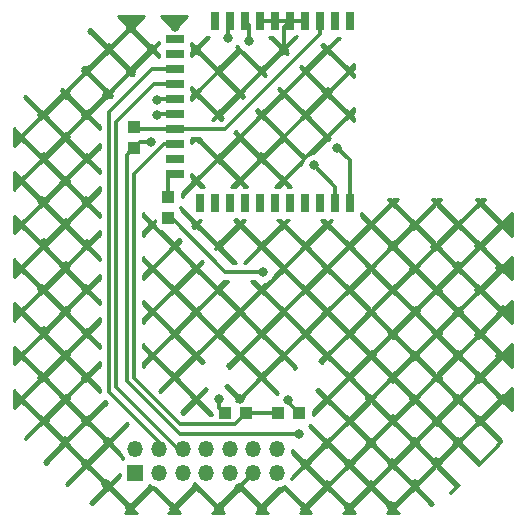
<source format=gtl>
G04 #@! TF.GenerationSoftware,KiCad,Pcbnew,5.0.0-rc3-6a2723a~65~ubuntu16.04.1*
G04 #@! TF.CreationDate,2018-07-10T16:09:43+03:00*
G04 #@! TF.ProjectId,livolo_1_channel_1way_eu_switch,6C69766F6C6F5F315F6368616E6E656C,rev?*
G04 #@! TF.SameCoordinates,Original*
G04 #@! TF.FileFunction,Copper,L1,Top,Signal*
G04 #@! TF.FilePolarity,Positive*
%FSLAX46Y46*%
G04 Gerber Fmt 4.6, Leading zero omitted, Abs format (unit mm)*
G04 Created by KiCad (PCBNEW 5.0.0-rc3-6a2723a~65~ubuntu16.04.1) date Tue Jul 10 16:09:43 2018*
%MOMM*%
%LPD*%
G01*
G04 APERTURE LIST*
G04 #@! TA.AperFunction,ComponentPad*
%ADD10O,1.350000X1.350000*%
G04 #@! TD*
G04 #@! TA.AperFunction,ComponentPad*
%ADD11R,1.350000X1.350000*%
G04 #@! TD*
G04 #@! TA.AperFunction,SMDPad,CuDef*
%ADD12R,0.995000X1.000000*%
G04 #@! TD*
G04 #@! TA.AperFunction,SMDPad,CuDef*
%ADD13R,1.000000X0.995000*%
G04 #@! TD*
G04 #@! TA.AperFunction,SMDPad,CuDef*
%ADD14R,0.710000X1.524000*%
G04 #@! TD*
G04 #@! TA.AperFunction,SMDPad,CuDef*
%ADD15R,1.524000X0.710000*%
G04 #@! TD*
G04 #@! TA.AperFunction,ViaPad*
%ADD16C,0.800000*%
G04 #@! TD*
G04 #@! TA.AperFunction,Conductor*
%ADD17C,0.300000*%
G04 #@! TD*
G04 #@! TA.AperFunction,Conductor*
%ADD18C,0.250000*%
G04 #@! TD*
G04 APERTURE END LIST*
D10*
G04 #@! TO.P,P4,14*
G04 #@! TO.N,N/C*
X143650000Y-107550000D03*
G04 #@! TO.P,P4,13*
G04 #@! TO.N,+3V3*
X143650000Y-109550000D03*
G04 #@! TO.P,P4,12*
G04 #@! TO.N,N/C*
X141650000Y-107550000D03*
G04 #@! TO.P,P4,11*
G04 #@! TO.N,GND*
X141650000Y-109550000D03*
G04 #@! TO.P,P4,10*
G04 #@! TO.N,N/C*
X139650000Y-107550000D03*
G04 #@! TO.P,P4,9*
X139650000Y-109550000D03*
G04 #@! TO.P,P4,8*
X137650000Y-107550000D03*
G04 #@! TO.P,P4,7*
X137650000Y-109550000D03*
G04 #@! TO.P,P4,6*
G04 #@! TO.N,/Relay1_Reset*
X135650000Y-107550000D03*
G04 #@! TO.P,P4,5*
G04 #@! TO.N,/Relay2_Set*
X135650000Y-109550000D03*
G04 #@! TO.P,P4,4*
G04 #@! TO.N,/Relay1_Set*
X133650000Y-107550000D03*
G04 #@! TO.P,P4,3*
G04 #@! TO.N,/Relay2_Reset*
X133650000Y-109550000D03*
G04 #@! TO.P,P4,2*
G04 #@! TO.N,N/C*
X131650000Y-107550000D03*
D11*
G04 #@! TO.P,P4,1*
X131650000Y-109550000D03*
G04 #@! TD*
D12*
G04 #@! TO.P,R5,2*
G04 #@! TO.N,/S1_LEDs*
X141050000Y-104450000D03*
G04 #@! TO.P,R5,1*
G04 #@! TO.N,Net-(D6-Pad2)*
X139275000Y-104450000D03*
G04 #@! TD*
G04 #@! TO.P,R6,1*
G04 #@! TO.N,Net-(D5-Pad1)*
X145525000Y-104500000D03*
G04 #@! TO.P,R6,2*
G04 #@! TO.N,/S1_LEDs*
X143750000Y-104500000D03*
G04 #@! TD*
D13*
G04 #@! TO.P,R10,1*
G04 #@! TO.N,Net-(R10-Pad1)*
X134450000Y-87975000D03*
G04 #@! TO.P,R10,2*
G04 #@! TO.N,/TS1*
X134450000Y-86200000D03*
G04 #@! TD*
D14*
G04 #@! TO.P,U5,1*
G04 #@! TO.N,/XRES*
X149820000Y-86700000D03*
G04 #@! TO.P,U5,2*
G04 #@! TO.N,Net-(C3-Pad2)*
X148550000Y-86700000D03*
G04 #@! TO.P,U5,3*
G04 #@! TO.N,N/C*
X147280000Y-86700000D03*
G04 #@! TO.P,U5,4*
X146010000Y-86700000D03*
G04 #@! TO.P,U5,5*
X144740000Y-86700000D03*
G04 #@! TO.P,U5,6*
X143470000Y-86700000D03*
G04 #@! TO.P,U5,7*
X142200000Y-86700000D03*
G04 #@! TO.P,U5,8*
X140930000Y-86700000D03*
G04 #@! TO.P,U5,9*
X139660000Y-86700000D03*
G04 #@! TO.P,U5,10*
X138390000Y-86700000D03*
G04 #@! TO.P,U5,11*
X137120000Y-86700000D03*
D15*
G04 #@! TO.P,U5,12*
G04 #@! TO.N,/TS1*
X135000000Y-84250000D03*
G04 #@! TO.P,U5,13*
G04 #@! TO.N,N/C*
X135000000Y-82980000D03*
G04 #@! TO.P,U5,14*
G04 #@! TO.N,/S1_LEDs*
X135000000Y-81710000D03*
G04 #@! TO.P,U5,15*
G04 #@! TO.N,Net-(L1-Pad2)*
X135000000Y-80440000D03*
G04 #@! TO.P,U5,16*
G04 #@! TO.N,/Relay2_Set*
X135000000Y-79170000D03*
G04 #@! TO.P,U5,17*
G04 #@! TO.N,/Relay2_Reset*
X135000000Y-77900000D03*
G04 #@! TO.P,U5,18*
G04 #@! TO.N,/Relay1_Reset*
X135000000Y-76630000D03*
G04 #@! TO.P,U5,19*
G04 #@! TO.N,/Relay1_Set*
X135000000Y-75360000D03*
G04 #@! TO.P,U5,20*
G04 #@! TO.N,N/C*
X135000000Y-74090000D03*
G04 #@! TO.P,U5,21*
X135000000Y-72820000D03*
D14*
G04 #@! TO.P,U5,27*
G04 #@! TO.N,GND*
X144740000Y-71300000D03*
G04 #@! TO.P,U5,31*
G04 #@! TO.N,N/C*
X149820000Y-71300000D03*
G04 #@! TO.P,U5,29*
G04 #@! TO.N,Net-(L1-Pad2)*
X147280000Y-71300000D03*
G04 #@! TO.P,U5,24*
G04 #@! TO.N,/SWDIO*
X140930000Y-71300000D03*
G04 #@! TO.P,U5,25*
G04 #@! TO.N,GND*
X142200000Y-71300000D03*
G04 #@! TO.P,U5,30*
G04 #@! TO.N,N/C*
X148550000Y-71300000D03*
G04 #@! TO.P,U5,23*
G04 #@! TO.N,/SWCLK*
X139660000Y-71300000D03*
G04 #@! TO.P,U5,26*
G04 #@! TO.N,GND*
X143470000Y-71300000D03*
G04 #@! TO.P,U5,22*
G04 #@! TO.N,N/C*
X138390000Y-71300000D03*
G04 #@! TO.P,U5,28*
G04 #@! TO.N,GND*
X146010000Y-71300000D03*
G04 #@! TD*
D13*
G04 #@! TO.P,L1,1*
G04 #@! TO.N,+3V3*
X131500000Y-82025000D03*
G04 #@! TO.P,L1,2*
G04 #@! TO.N,Net-(L1-Pad2)*
X131500000Y-80250000D03*
G04 #@! TD*
D16*
G04 #@! TO.N,+3V3*
X145500000Y-106250000D03*
X133000000Y-81500000D03*
G04 #@! TO.N,GND*
X140400000Y-110800000D03*
X125700000Y-106800000D03*
X124000000Y-105100000D03*
X127500000Y-108800000D03*
X129200000Y-110500000D03*
X153300000Y-112300000D03*
X151600000Y-110600000D03*
X147900000Y-107100000D03*
X149700000Y-108800000D03*
X151600000Y-107000000D03*
X155300000Y-110500000D03*
X153400000Y-108700000D03*
X155300000Y-106900000D03*
X157100000Y-108600000D03*
X157200000Y-105200000D03*
X159000000Y-106900000D03*
X160800000Y-105100000D03*
X129300000Y-106900000D03*
X127500000Y-105100000D03*
X131200000Y-112500000D03*
X134900000Y-112600000D03*
X138700000Y-112600000D03*
X142400000Y-112600000D03*
X146000000Y-112600000D03*
X149700000Y-112500000D03*
X147900000Y-110600000D03*
X146000000Y-108800000D03*
X144250000Y-73750000D03*
X148000000Y-77250000D03*
X142250000Y-82750000D03*
X135000000Y-71750000D03*
X136750000Y-73750000D03*
X127550000Y-82900000D03*
X123950000Y-82800000D03*
X125750000Y-84800000D03*
X125750000Y-81100000D03*
X123950000Y-90050000D03*
X125750000Y-92050000D03*
X125750000Y-88350000D03*
X127550000Y-90150000D03*
X125750000Y-99550000D03*
X125750000Y-95850000D03*
X123950000Y-97550000D03*
X127550000Y-97650000D03*
X162550000Y-92150000D03*
X160750000Y-90350000D03*
X160750000Y-94050000D03*
X158950000Y-92050000D03*
X158950000Y-99550000D03*
X160750000Y-101550000D03*
X162550000Y-99650000D03*
X160750000Y-97850000D03*
X153500000Y-101550000D03*
X155300000Y-99650000D03*
X153500000Y-97850000D03*
X151700000Y-99550000D03*
X159050000Y-95900000D03*
X157250000Y-97800000D03*
X157250000Y-94100000D03*
X155450000Y-95800000D03*
X155250000Y-88600000D03*
X157050000Y-90400000D03*
X155250000Y-92300000D03*
X153450000Y-90300000D03*
X157250000Y-101500000D03*
X155250000Y-103250000D03*
X151500000Y-103250000D03*
X153500000Y-105000000D03*
X159000000Y-103250000D03*
X162750000Y-103250000D03*
X162750000Y-95750000D03*
X129450000Y-73550000D03*
X131250000Y-75550000D03*
X131250000Y-71850000D03*
X133050000Y-73650000D03*
X125750000Y-103250000D03*
X125750000Y-77500000D03*
X123750000Y-79250000D03*
X129250000Y-77500000D03*
X127500000Y-75500000D03*
X127500000Y-79250000D03*
X123750000Y-86500000D03*
X123750000Y-94000000D03*
X123750000Y-101500000D03*
X127500000Y-94000000D03*
X127500000Y-86500000D03*
X127500000Y-101500000D03*
X140471382Y-103254697D03*
G04 #@! TO.N,Net-(D5-Pad1)*
X144563054Y-103375147D03*
G04 #@! TO.N,Net-(D6-Pad2)*
X138750018Y-103250000D03*
G04 #@! TO.N,/Relay2_Reset*
X133500000Y-78000000D03*
G04 #@! TO.N,/Relay2_Set*
X133500192Y-79200003D03*
G04 #@! TO.N,/SWCLK*
X139500000Y-72750000D03*
G04 #@! TO.N,/SWDIO*
X141250000Y-73000000D03*
G04 #@! TO.N,Net-(R10-Pad1)*
X142433008Y-92524262D03*
G04 #@! TO.N,Net-(C3-Pad2)*
X146750000Y-83500000D03*
G04 #@! TO.N,/XRES*
X148750000Y-82000000D03*
G04 #@! TD*
D17*
G04 #@! TO.N,+3V3*
X135401457Y-106250000D02*
X145500000Y-106250000D01*
X131475000Y-82025000D02*
X130899989Y-82600011D01*
X130899989Y-101748532D02*
X135401457Y-106250000D01*
X131500000Y-82025000D02*
X131475000Y-82025000D01*
X130899989Y-82600011D02*
X130899989Y-101748532D01*
X132025000Y-81500000D02*
X131500000Y-82025000D01*
X133000000Y-81500000D02*
X132025000Y-81500000D01*
G04 #@! TO.N,GND*
X141650000Y-109550000D02*
X140400000Y-110800000D01*
X142200000Y-71300000D02*
X143470000Y-71300000D01*
X143470000Y-71300000D02*
X144740000Y-71300000D01*
X144740000Y-71300000D02*
X146010000Y-71300000D01*
X144250000Y-71790000D02*
X144740000Y-71300000D01*
X144250000Y-73750000D02*
X144250000Y-71790000D01*
G04 #@! TO.N,Net-(D5-Pad1)*
X145525000Y-104500000D02*
X145525000Y-104497500D01*
X144563054Y-103535554D02*
X144563054Y-103375147D01*
X145525000Y-104497500D02*
X144563054Y-103535554D01*
G04 #@! TO.N,Net-(D6-Pad2)*
X138750000Y-104000000D02*
X138750000Y-103250018D01*
X138750000Y-103250018D02*
X138750018Y-103250000D01*
X139200000Y-104450000D02*
X138750000Y-104000000D01*
X139275000Y-104450000D02*
X139200000Y-104450000D01*
G04 #@! TO.N,/TS1*
X134450000Y-84300000D02*
X134500000Y-84250000D01*
X134500000Y-84250000D02*
X135000000Y-84250000D01*
X134450000Y-86200000D02*
X134450000Y-84300000D01*
G04 #@! TO.N,/S1_LEDs*
X141100000Y-104500000D02*
X141050000Y-104450000D01*
X143750000Y-104500000D02*
X141100000Y-104500000D01*
X141050000Y-104450000D02*
X141050000Y-104452500D01*
X140102499Y-105400001D02*
X135400001Y-105400001D01*
X134048002Y-81710000D02*
X135000000Y-81710000D01*
X131500000Y-84258002D02*
X134048002Y-81710000D01*
X141050000Y-104452500D02*
X140102499Y-105400001D01*
X135400001Y-105400001D02*
X131500000Y-101500000D01*
X131500000Y-101500000D02*
X131500000Y-84258002D01*
G04 #@! TO.N,/Relay2_Reset*
X135000000Y-77900000D02*
X133600000Y-77900000D01*
X133600000Y-77900000D02*
X133500000Y-78000000D01*
G04 #@! TO.N,/Relay1_Reset*
X133187498Y-76630000D02*
X135000000Y-76630000D01*
X135650000Y-107550000D02*
X135300000Y-107550000D01*
X135300000Y-107550000D02*
X130000000Y-102250000D01*
X130000000Y-102250000D02*
X130000000Y-79817498D01*
X130000000Y-79817498D02*
X133187498Y-76630000D01*
G04 #@! TO.N,/Relay2_Set*
X133530195Y-79170000D02*
X133500192Y-79200003D01*
X135000000Y-79170000D02*
X133530195Y-79170000D01*
G04 #@! TO.N,/Relay1_Set*
X133041457Y-75360000D02*
X135000000Y-75360000D01*
X133650000Y-107550000D02*
X133650000Y-106900000D01*
X133650000Y-106900000D02*
X129399989Y-102649989D01*
X129399989Y-102649989D02*
X129399989Y-79001468D01*
X129399989Y-79001468D02*
X133041457Y-75360000D01*
G04 #@! TO.N,/SWCLK*
X139500000Y-71460000D02*
X139660000Y-71300000D01*
X139500000Y-72750000D02*
X139500000Y-71460000D01*
G04 #@! TO.N,/SWDIO*
X141250000Y-71620000D02*
X140930000Y-71300000D01*
X141250000Y-73000000D02*
X141250000Y-71620000D01*
G04 #@! TO.N,Net-(R10-Pad1)*
X139274262Y-92524262D02*
X142433008Y-92524262D01*
X134725000Y-87975000D02*
X139274262Y-92524262D01*
X134450000Y-87975000D02*
X134725000Y-87975000D01*
G04 #@! TO.N,Net-(C3-Pad2)*
X148550000Y-85300000D02*
X146750000Y-83500000D01*
X148550000Y-86700000D02*
X148550000Y-85300000D01*
G04 #@! TO.N,/XRES*
X149820000Y-83070000D02*
X149820000Y-86700000D01*
X148750000Y-82000000D02*
X149820000Y-83070000D01*
G04 #@! TO.N,Net-(L1-Pad2)*
X131690000Y-80440000D02*
X131500000Y-80250000D01*
X135000000Y-80440000D02*
X131690000Y-80440000D01*
X139202000Y-80440000D02*
X135000000Y-80440000D01*
X147280000Y-72362000D02*
X139202000Y-80440000D01*
X147280000Y-71300000D02*
X147280000Y-72362000D01*
G04 #@! TD*
D18*
G04 #@! TO.N,GND*
G36*
X131461612Y-71761612D02*
X131434515Y-71802165D01*
X131425000Y-71850000D01*
X131434515Y-71897835D01*
X131461612Y-71938388D01*
X133011612Y-73488388D01*
X133052165Y-73515485D01*
X133100000Y-73525000D01*
X133147835Y-73515485D01*
X133188388Y-73488388D01*
X133609976Y-73066800D01*
X133609976Y-73175000D01*
X133613405Y-73209819D01*
X133261612Y-73561612D01*
X133234515Y-73602165D01*
X133225000Y-73650000D01*
X133234515Y-73697835D01*
X133261612Y-73738388D01*
X133609976Y-74086752D01*
X133609976Y-74333200D01*
X133188388Y-73911612D01*
X133147835Y-73884515D01*
X133100000Y-73875000D01*
X133052165Y-73884515D01*
X133011612Y-73911612D01*
X131461612Y-75461612D01*
X131434515Y-75502165D01*
X131425000Y-75550000D01*
X131434515Y-75597835D01*
X131461612Y-75638388D01*
X131564333Y-75741109D01*
X131441109Y-75864333D01*
X131288388Y-75711612D01*
X131247835Y-75684515D01*
X131200000Y-75675000D01*
X131152165Y-75684515D01*
X131111612Y-75711612D01*
X129561612Y-77261612D01*
X129534515Y-77302165D01*
X129525000Y-77350000D01*
X129534515Y-77397835D01*
X129561612Y-77438388D01*
X129714333Y-77591109D01*
X129591109Y-77714333D01*
X129488388Y-77611612D01*
X129447835Y-77584515D01*
X129400000Y-77575000D01*
X129352165Y-77584515D01*
X129311612Y-77611612D01*
X127761612Y-79161612D01*
X127734515Y-79202165D01*
X127725000Y-79250000D01*
X127734515Y-79297835D01*
X127761612Y-79338388D01*
X128624990Y-80201766D01*
X128624990Y-80448214D01*
X127588388Y-79411612D01*
X127547835Y-79384515D01*
X127500000Y-79375000D01*
X127452165Y-79384515D01*
X127411612Y-79411612D01*
X125861612Y-80961612D01*
X125834515Y-81002165D01*
X125825000Y-81050000D01*
X125834515Y-81097835D01*
X125861612Y-81138388D01*
X127411612Y-82688388D01*
X127452165Y-82715485D01*
X127500000Y-82725000D01*
X127547835Y-82715485D01*
X127588388Y-82688388D01*
X128624990Y-81651786D01*
X128624990Y-81998234D01*
X127761612Y-82861612D01*
X127734515Y-82902165D01*
X127725000Y-82950000D01*
X127734515Y-82997835D01*
X127761612Y-83038388D01*
X128624990Y-83901766D01*
X128624990Y-84148214D01*
X127588388Y-83111612D01*
X127547835Y-83084515D01*
X127500000Y-83075000D01*
X127452165Y-83084515D01*
X127411612Y-83111612D01*
X125861612Y-84661612D01*
X125834515Y-84702165D01*
X125825000Y-84750000D01*
X125834515Y-84797835D01*
X125861612Y-84838388D01*
X127411612Y-86388388D01*
X127452165Y-86415485D01*
X127500000Y-86425000D01*
X127547835Y-86415485D01*
X127588388Y-86388388D01*
X128624990Y-85351786D01*
X128624990Y-85698234D01*
X127761612Y-86561612D01*
X127734515Y-86602165D01*
X127725000Y-86650000D01*
X127734515Y-86697835D01*
X127761612Y-86738388D01*
X128624990Y-87601766D01*
X128624990Y-87848214D01*
X127588388Y-86811612D01*
X127547835Y-86784515D01*
X127500000Y-86775000D01*
X127452165Y-86784515D01*
X127411612Y-86811612D01*
X125861612Y-88361612D01*
X125834515Y-88402165D01*
X125825000Y-88450000D01*
X125834515Y-88497835D01*
X125861612Y-88538388D01*
X127411612Y-90088388D01*
X127452165Y-90115485D01*
X127500000Y-90125000D01*
X127547835Y-90115485D01*
X127588388Y-90088388D01*
X128624990Y-89051786D01*
X128624990Y-89398234D01*
X127761612Y-90261612D01*
X127734515Y-90302165D01*
X127725000Y-90350000D01*
X127734515Y-90397835D01*
X127761612Y-90438388D01*
X128624989Y-91301765D01*
X128624989Y-91548213D01*
X127588388Y-90511612D01*
X127547835Y-90484515D01*
X127500000Y-90475000D01*
X127452165Y-90484515D01*
X127411612Y-90511612D01*
X125861612Y-92061612D01*
X125834515Y-92102165D01*
X125825000Y-92150000D01*
X125834515Y-92197835D01*
X125861612Y-92238388D01*
X127411612Y-93788388D01*
X127452165Y-93815485D01*
X127500000Y-93825000D01*
X127547835Y-93815485D01*
X127588388Y-93788388D01*
X128624989Y-92751787D01*
X128624989Y-93098235D01*
X127761612Y-93961612D01*
X127734515Y-94002165D01*
X127725000Y-94050000D01*
X127734515Y-94097835D01*
X127761612Y-94138388D01*
X128624989Y-95001765D01*
X128624989Y-95248213D01*
X127588388Y-94211612D01*
X127547835Y-94184515D01*
X127500000Y-94175000D01*
X127452165Y-94184515D01*
X127411612Y-94211612D01*
X125861612Y-95761612D01*
X125834515Y-95802165D01*
X125825000Y-95850000D01*
X125834515Y-95897835D01*
X125861612Y-95938388D01*
X127411612Y-97488388D01*
X127452165Y-97515485D01*
X127500000Y-97525000D01*
X127547835Y-97515485D01*
X127588388Y-97488388D01*
X128624989Y-96451787D01*
X128624989Y-96798235D01*
X127761612Y-97661612D01*
X127734515Y-97702165D01*
X127725000Y-97750000D01*
X127734515Y-97797835D01*
X127761612Y-97838388D01*
X128624989Y-98701765D01*
X128624989Y-98948213D01*
X127588388Y-97911612D01*
X127547835Y-97884515D01*
X127500000Y-97875000D01*
X127452165Y-97884515D01*
X127411612Y-97911612D01*
X125861612Y-99461612D01*
X125834515Y-99502165D01*
X125825000Y-99550000D01*
X125834515Y-99597835D01*
X125861612Y-99638388D01*
X127411612Y-101188388D01*
X127452165Y-101215485D01*
X127500000Y-101225000D01*
X127547835Y-101215485D01*
X127588388Y-101188388D01*
X128624989Y-100151787D01*
X128624989Y-100498235D01*
X127761612Y-101361612D01*
X127734515Y-101402165D01*
X127725000Y-101450000D01*
X127734515Y-101497835D01*
X127761612Y-101538388D01*
X128624989Y-102401765D01*
X128624989Y-102611926D01*
X128621735Y-102644959D01*
X127588388Y-101611612D01*
X127547835Y-101584515D01*
X127500000Y-101575000D01*
X127452165Y-101584515D01*
X127411612Y-101611612D01*
X125861612Y-103161612D01*
X125834515Y-103202165D01*
X125825000Y-103250000D01*
X125834515Y-103297835D01*
X125861612Y-103338388D01*
X127411612Y-104888388D01*
X127452165Y-104915485D01*
X127500000Y-104925000D01*
X127547835Y-104915485D01*
X127588388Y-104888388D01*
X129065381Y-103411395D01*
X129238605Y-103584619D01*
X127761612Y-105061612D01*
X127734515Y-105102165D01*
X127725000Y-105150000D01*
X127734515Y-105197835D01*
X127761612Y-105238388D01*
X129311612Y-106788388D01*
X129352165Y-106815485D01*
X129400000Y-106825000D01*
X129447835Y-106815485D01*
X129488388Y-106788388D01*
X130965381Y-105311395D01*
X131038605Y-105384619D01*
X129561612Y-106861612D01*
X129534515Y-106902165D01*
X129525000Y-106950000D01*
X129534515Y-106997835D01*
X129561612Y-107038388D01*
X130386550Y-107863326D01*
X130443145Y-108049896D01*
X130563860Y-108275736D01*
X130615793Y-108339017D01*
X129488388Y-107211612D01*
X129447835Y-107184515D01*
X129400000Y-107175000D01*
X129352165Y-107184515D01*
X129311612Y-107211612D01*
X127761612Y-108761612D01*
X127734515Y-108802165D01*
X127725000Y-108850000D01*
X127734515Y-108897835D01*
X127761612Y-108938388D01*
X129311612Y-110488388D01*
X129352165Y-110515485D01*
X129400000Y-110525000D01*
X129447835Y-110515485D01*
X129488388Y-110488388D01*
X130346976Y-109629800D01*
X130346976Y-109776248D01*
X129561612Y-110561612D01*
X129534515Y-110602165D01*
X129525000Y-110650000D01*
X129534515Y-110697835D01*
X129561612Y-110738388D01*
X131111612Y-112288388D01*
X131152165Y-112315485D01*
X131200000Y-112325000D01*
X131247835Y-112315485D01*
X131288388Y-112288388D01*
X132838388Y-110738388D01*
X132865485Y-110697835D01*
X132875000Y-110650000D01*
X132865485Y-110602165D01*
X132846865Y-110574299D01*
X132847183Y-110573911D01*
X132847565Y-110573196D01*
X132924264Y-110636140D01*
X133150104Y-110756855D01*
X133336674Y-110813450D01*
X134811612Y-112288388D01*
X134852165Y-112315485D01*
X134900000Y-112325000D01*
X134947835Y-112315485D01*
X134988388Y-112288388D01*
X136538388Y-110738388D01*
X136565485Y-110697835D01*
X136575000Y-110650000D01*
X136565485Y-110602165D01*
X136538388Y-110561612D01*
X136506007Y-110529231D01*
X136573687Y-110473687D01*
X136629231Y-110406007D01*
X136711612Y-110488388D01*
X136752165Y-110515485D01*
X136785268Y-110522070D01*
X136924264Y-110636140D01*
X136927421Y-110637828D01*
X136925000Y-110650000D01*
X136934515Y-110697835D01*
X136961612Y-110738388D01*
X138511612Y-112288388D01*
X138552165Y-112315485D01*
X138600000Y-112325000D01*
X138647835Y-112315485D01*
X138688388Y-112288388D01*
X140238388Y-110738388D01*
X140265485Y-110697835D01*
X140266100Y-110694742D01*
X140375736Y-110636140D01*
X140514732Y-110522070D01*
X140547835Y-110515485D01*
X140588388Y-110488388D01*
X140710847Y-110365929D01*
X140779866Y-110443358D01*
X140661612Y-110561612D01*
X140634515Y-110602165D01*
X140625000Y-110650000D01*
X140634515Y-110697835D01*
X140661612Y-110738388D01*
X142211612Y-112288388D01*
X142252165Y-112315485D01*
X142300000Y-112325000D01*
X142347835Y-112315485D01*
X142388388Y-112288388D01*
X143839112Y-110837664D01*
X143904845Y-110831190D01*
X144149896Y-110756855D01*
X144327384Y-110661985D01*
X144334515Y-110697835D01*
X144361612Y-110738388D01*
X145911612Y-112288388D01*
X145952165Y-112315485D01*
X146000000Y-112325000D01*
X146047835Y-112315485D01*
X146088388Y-112288388D01*
X147638388Y-110738388D01*
X147665485Y-110697835D01*
X147675000Y-110650000D01*
X148025000Y-110650000D01*
X148034515Y-110697835D01*
X148061612Y-110738388D01*
X149611612Y-112288388D01*
X149652165Y-112315485D01*
X149700000Y-112325000D01*
X149747835Y-112315485D01*
X149788388Y-112288388D01*
X151338388Y-110738388D01*
X151365485Y-110697835D01*
X151375000Y-110650000D01*
X151725000Y-110650000D01*
X151734515Y-110697835D01*
X151761612Y-110738388D01*
X153311612Y-112288388D01*
X153352165Y-112315485D01*
X153400000Y-112325000D01*
X153447835Y-112315485D01*
X153488388Y-112288388D01*
X155038388Y-110738388D01*
X155065485Y-110697835D01*
X155075000Y-110650000D01*
X155065485Y-110602165D01*
X155038388Y-110561612D01*
X153488388Y-109011612D01*
X153447835Y-108984515D01*
X153400000Y-108975000D01*
X153352165Y-108984515D01*
X153311612Y-109011612D01*
X151761612Y-110561612D01*
X151734515Y-110602165D01*
X151725000Y-110650000D01*
X151375000Y-110650000D01*
X151365485Y-110602165D01*
X151338388Y-110561612D01*
X149788388Y-109011612D01*
X149747835Y-108984515D01*
X149700000Y-108975000D01*
X149652165Y-108984515D01*
X149611612Y-109011612D01*
X148061612Y-110561612D01*
X148034515Y-110602165D01*
X148025000Y-110650000D01*
X147675000Y-110650000D01*
X147665485Y-110602165D01*
X147638388Y-110561612D01*
X146088388Y-109011612D01*
X146047835Y-108984515D01*
X146000000Y-108975000D01*
X145952165Y-108984515D01*
X145911612Y-109011612D01*
X144837939Y-110085285D01*
X144856855Y-110049896D01*
X144913450Y-109863326D01*
X145838388Y-108938388D01*
X145865485Y-108897835D01*
X145875000Y-108850000D01*
X146225000Y-108850000D01*
X146234515Y-108897835D01*
X146261612Y-108938388D01*
X147811612Y-110488388D01*
X147852165Y-110515485D01*
X147900000Y-110525000D01*
X147947835Y-110515485D01*
X147988388Y-110488388D01*
X149538388Y-108938388D01*
X149565485Y-108897835D01*
X149575000Y-108850000D01*
X149925000Y-108850000D01*
X149934515Y-108897835D01*
X149961612Y-108938388D01*
X151511612Y-110488388D01*
X151552165Y-110515485D01*
X151600000Y-110525000D01*
X151647835Y-110515485D01*
X151688388Y-110488388D01*
X153238388Y-108938388D01*
X153265485Y-108897835D01*
X153275000Y-108850000D01*
X153625000Y-108850000D01*
X153634515Y-108897835D01*
X153661612Y-108938388D01*
X155211612Y-110488388D01*
X155252165Y-110515485D01*
X155300000Y-110525000D01*
X155347835Y-110515485D01*
X155388388Y-110488388D01*
X156938388Y-108938388D01*
X156965485Y-108897835D01*
X156975000Y-108850000D01*
X156965485Y-108802165D01*
X156938388Y-108761612D01*
X155388388Y-107211612D01*
X155347835Y-107184515D01*
X155300000Y-107175000D01*
X155252165Y-107184515D01*
X155211612Y-107211612D01*
X153661612Y-108761612D01*
X153634515Y-108802165D01*
X153625000Y-108850000D01*
X153275000Y-108850000D01*
X153265485Y-108802165D01*
X153238388Y-108761612D01*
X151688388Y-107211612D01*
X151647835Y-107184515D01*
X151600000Y-107175000D01*
X151552165Y-107184515D01*
X151511612Y-107211612D01*
X149961612Y-108761612D01*
X149934515Y-108802165D01*
X149925000Y-108850000D01*
X149575000Y-108850000D01*
X149565485Y-108802165D01*
X149538388Y-108761612D01*
X147988388Y-107211612D01*
X147947835Y-107184515D01*
X147900000Y-107175000D01*
X147852165Y-107184515D01*
X147811612Y-107211612D01*
X146261612Y-108761612D01*
X146234515Y-108802165D01*
X146225000Y-108850000D01*
X145875000Y-108850000D01*
X145865485Y-108802165D01*
X145838388Y-108761612D01*
X144919653Y-107842877D01*
X144931190Y-107804845D01*
X144948842Y-107625618D01*
X145911612Y-108588388D01*
X145952165Y-108615485D01*
X146000000Y-108625000D01*
X146047835Y-108615485D01*
X146088388Y-108588388D01*
X147638388Y-107038388D01*
X147665485Y-106997835D01*
X147675000Y-106950000D01*
X148025000Y-106950000D01*
X148034515Y-106997835D01*
X148061612Y-107038388D01*
X149611612Y-108588388D01*
X149652165Y-108615485D01*
X149700000Y-108625000D01*
X149747835Y-108615485D01*
X149788388Y-108588388D01*
X151338388Y-107038388D01*
X151365485Y-106997835D01*
X151375000Y-106950000D01*
X151725000Y-106950000D01*
X151734515Y-106997835D01*
X151761612Y-107038388D01*
X153311612Y-108588388D01*
X153352165Y-108615485D01*
X153400000Y-108625000D01*
X153447835Y-108615485D01*
X153488388Y-108588388D01*
X155038388Y-107038388D01*
X155065485Y-106997835D01*
X155075000Y-106950000D01*
X155425000Y-106950000D01*
X155434515Y-106997835D01*
X155461612Y-107038388D01*
X157011612Y-108588388D01*
X157052165Y-108615485D01*
X157100000Y-108625000D01*
X157147835Y-108615485D01*
X157188388Y-108588388D01*
X158738388Y-107038388D01*
X158765485Y-106997835D01*
X158775000Y-106950000D01*
X159125000Y-106950000D01*
X159134515Y-106997835D01*
X159161612Y-107038388D01*
X160711612Y-108588388D01*
X160752165Y-108615485D01*
X160800000Y-108625000D01*
X160847835Y-108615485D01*
X160888388Y-108588388D01*
X162438388Y-107038388D01*
X162465485Y-106997835D01*
X162475000Y-106950000D01*
X162465485Y-106902165D01*
X162438388Y-106861612D01*
X160888388Y-105311612D01*
X160847835Y-105284515D01*
X160800000Y-105275000D01*
X160752165Y-105284515D01*
X160711612Y-105311612D01*
X159161612Y-106861612D01*
X159134515Y-106902165D01*
X159125000Y-106950000D01*
X158775000Y-106950000D01*
X158765485Y-106902165D01*
X158738388Y-106861612D01*
X157188388Y-105311612D01*
X157147835Y-105284515D01*
X157100000Y-105275000D01*
X157052165Y-105284515D01*
X157011612Y-105311612D01*
X155461612Y-106861612D01*
X155434515Y-106902165D01*
X155425000Y-106950000D01*
X155075000Y-106950000D01*
X155065485Y-106902165D01*
X155038388Y-106861612D01*
X153488388Y-105311612D01*
X153447835Y-105284515D01*
X153400000Y-105275000D01*
X153352165Y-105284515D01*
X153311612Y-105311612D01*
X151761612Y-106861612D01*
X151734515Y-106902165D01*
X151725000Y-106950000D01*
X151375000Y-106950000D01*
X151365485Y-106902165D01*
X151338388Y-106861612D01*
X149788388Y-105311612D01*
X149747835Y-105284515D01*
X149700000Y-105275000D01*
X149652165Y-105284515D01*
X149611612Y-105311612D01*
X148061612Y-106861612D01*
X148034515Y-106902165D01*
X148025000Y-106950000D01*
X147675000Y-106950000D01*
X147665485Y-106902165D01*
X147638388Y-106861612D01*
X146324196Y-105547420D01*
X146371411Y-105522183D01*
X146466580Y-105444080D01*
X146466906Y-105443682D01*
X147811612Y-106788388D01*
X147852165Y-106815485D01*
X147900000Y-106825000D01*
X147947835Y-106815485D01*
X147988388Y-106788388D01*
X149538388Y-105238388D01*
X149565485Y-105197835D01*
X149575000Y-105150000D01*
X149925000Y-105150000D01*
X149934515Y-105197835D01*
X149961612Y-105238388D01*
X151511612Y-106788388D01*
X151552165Y-106815485D01*
X151600000Y-106825000D01*
X151647835Y-106815485D01*
X151688388Y-106788388D01*
X153238388Y-105238388D01*
X153265485Y-105197835D01*
X153275000Y-105150000D01*
X153625000Y-105150000D01*
X153634515Y-105197835D01*
X153661612Y-105238388D01*
X155211612Y-106788388D01*
X155252165Y-106815485D01*
X155300000Y-106825000D01*
X155347835Y-106815485D01*
X155388388Y-106788388D01*
X156938388Y-105238388D01*
X156965485Y-105197835D01*
X156975000Y-105150000D01*
X157325000Y-105150000D01*
X157334515Y-105197835D01*
X157361612Y-105238388D01*
X158911612Y-106788388D01*
X158952165Y-106815485D01*
X159000000Y-106825000D01*
X159047835Y-106815485D01*
X159088388Y-106788388D01*
X160638388Y-105238388D01*
X160665485Y-105197835D01*
X160675000Y-105150000D01*
X160665485Y-105102165D01*
X160638388Y-105061612D01*
X159088388Y-103511612D01*
X159047835Y-103484515D01*
X159000000Y-103475000D01*
X158952165Y-103484515D01*
X158911612Y-103511612D01*
X157361612Y-105061612D01*
X157334515Y-105102165D01*
X157325000Y-105150000D01*
X156975000Y-105150000D01*
X156965485Y-105102165D01*
X156938388Y-105061612D01*
X155388388Y-103511612D01*
X155347835Y-103484515D01*
X155300000Y-103475000D01*
X155252165Y-103484515D01*
X155211612Y-103511612D01*
X153661612Y-105061612D01*
X153634515Y-105102165D01*
X153625000Y-105150000D01*
X153275000Y-105150000D01*
X153265485Y-105102165D01*
X153238388Y-105061612D01*
X151688388Y-103511612D01*
X151647835Y-103484515D01*
X151600000Y-103475000D01*
X151552165Y-103484515D01*
X151511612Y-103511612D01*
X149961612Y-105061612D01*
X149934515Y-105102165D01*
X149925000Y-105150000D01*
X149575000Y-105150000D01*
X149565485Y-105102165D01*
X149538388Y-105061612D01*
X147988388Y-103511612D01*
X147947835Y-103484515D01*
X147900000Y-103475000D01*
X147852165Y-103484515D01*
X147811612Y-103511612D01*
X146650524Y-104672700D01*
X146650524Y-104326252D01*
X147638388Y-103338388D01*
X147665485Y-103297835D01*
X147675000Y-103250000D01*
X148025000Y-103250000D01*
X148034515Y-103297835D01*
X148061612Y-103338388D01*
X149611612Y-104888388D01*
X149652165Y-104915485D01*
X149700000Y-104925000D01*
X149747835Y-104915485D01*
X149788388Y-104888388D01*
X151338388Y-103338388D01*
X151365485Y-103297835D01*
X151375000Y-103250000D01*
X151725000Y-103250000D01*
X151734515Y-103297835D01*
X151761612Y-103338388D01*
X153311612Y-104888388D01*
X153352165Y-104915485D01*
X153400000Y-104925000D01*
X153447835Y-104915485D01*
X153488388Y-104888388D01*
X155038388Y-103338388D01*
X155065485Y-103297835D01*
X155075000Y-103250000D01*
X155425000Y-103250000D01*
X155434515Y-103297835D01*
X155461612Y-103338388D01*
X157011612Y-104888388D01*
X157052165Y-104915485D01*
X157100000Y-104925000D01*
X157147835Y-104915485D01*
X157188388Y-104888388D01*
X158738388Y-103338388D01*
X158765485Y-103297835D01*
X158775000Y-103250000D01*
X159125000Y-103250000D01*
X159134515Y-103297835D01*
X159161612Y-103338388D01*
X160711612Y-104888388D01*
X160752165Y-104915485D01*
X160800000Y-104925000D01*
X160847835Y-104915485D01*
X160888388Y-104888388D01*
X162438388Y-103338388D01*
X162465485Y-103297835D01*
X162475000Y-103250000D01*
X162465485Y-103202165D01*
X162438388Y-103161612D01*
X160888388Y-101611612D01*
X160847835Y-101584515D01*
X160800000Y-101575000D01*
X160752165Y-101584515D01*
X160711612Y-101611612D01*
X159161612Y-103161612D01*
X159134515Y-103202165D01*
X159125000Y-103250000D01*
X158775000Y-103250000D01*
X158765485Y-103202165D01*
X158738388Y-103161612D01*
X157188388Y-101611612D01*
X157147835Y-101584515D01*
X157100000Y-101575000D01*
X157052165Y-101584515D01*
X157011612Y-101611612D01*
X155461612Y-103161612D01*
X155434515Y-103202165D01*
X155425000Y-103250000D01*
X155075000Y-103250000D01*
X155065485Y-103202165D01*
X155038388Y-103161612D01*
X153488388Y-101611612D01*
X153447835Y-101584515D01*
X153400000Y-101575000D01*
X153352165Y-101584515D01*
X153311612Y-101611612D01*
X151761612Y-103161612D01*
X151734515Y-103202165D01*
X151725000Y-103250000D01*
X151375000Y-103250000D01*
X151365485Y-103202165D01*
X151338388Y-103161612D01*
X149788388Y-101611612D01*
X149747835Y-101584515D01*
X149700000Y-101575000D01*
X149652165Y-101584515D01*
X149611612Y-101611612D01*
X148061612Y-103161612D01*
X148034515Y-103202165D01*
X148025000Y-103250000D01*
X147675000Y-103250000D01*
X147665485Y-103202165D01*
X147638388Y-103161612D01*
X146970272Y-102493496D01*
X147144537Y-102421313D01*
X147811612Y-103088388D01*
X147852165Y-103115485D01*
X147900000Y-103125000D01*
X147947835Y-103115485D01*
X147988388Y-103088388D01*
X149538388Y-101538388D01*
X149565485Y-101497835D01*
X149575000Y-101450000D01*
X149925000Y-101450000D01*
X149934515Y-101497835D01*
X149961612Y-101538388D01*
X151511612Y-103088388D01*
X151552165Y-103115485D01*
X151600000Y-103125000D01*
X151647835Y-103115485D01*
X151688388Y-103088388D01*
X153238388Y-101538388D01*
X153265485Y-101497835D01*
X153275000Y-101450000D01*
X153625000Y-101450000D01*
X153634515Y-101497835D01*
X153661612Y-101538388D01*
X155211612Y-103088388D01*
X155252165Y-103115485D01*
X155300000Y-103125000D01*
X155347835Y-103115485D01*
X155388388Y-103088388D01*
X156938388Y-101538388D01*
X156965485Y-101497835D01*
X156975000Y-101450000D01*
X157325000Y-101450000D01*
X157334515Y-101497835D01*
X157361612Y-101538388D01*
X158911612Y-103088388D01*
X158952165Y-103115485D01*
X159000000Y-103125000D01*
X159047835Y-103115485D01*
X159088388Y-103088388D01*
X160638388Y-101538388D01*
X160665485Y-101497835D01*
X160675000Y-101450000D01*
X160665485Y-101402165D01*
X160638388Y-101361612D01*
X159088388Y-99811612D01*
X159047835Y-99784515D01*
X159000000Y-99775000D01*
X158952165Y-99784515D01*
X158911612Y-99811612D01*
X157361612Y-101361612D01*
X157334515Y-101402165D01*
X157325000Y-101450000D01*
X156975000Y-101450000D01*
X156965485Y-101402165D01*
X156938388Y-101361612D01*
X155388388Y-99811612D01*
X155347835Y-99784515D01*
X155300000Y-99775000D01*
X155252165Y-99784515D01*
X155211612Y-99811612D01*
X153661612Y-101361612D01*
X153634515Y-101402165D01*
X153625000Y-101450000D01*
X153275000Y-101450000D01*
X153265485Y-101402165D01*
X153238388Y-101361612D01*
X151688388Y-99811612D01*
X151647835Y-99784515D01*
X151600000Y-99775000D01*
X151552165Y-99784515D01*
X151511612Y-99811612D01*
X149961612Y-101361612D01*
X149934515Y-101402165D01*
X149925000Y-101450000D01*
X149575000Y-101450000D01*
X149565485Y-101402165D01*
X149538388Y-101361612D01*
X147988388Y-99811612D01*
X147947835Y-99784515D01*
X147900000Y-99775000D01*
X147852165Y-99784515D01*
X147811612Y-99811612D01*
X147433884Y-100189341D01*
X147376511Y-100131968D01*
X147237615Y-100039161D01*
X147638388Y-99638388D01*
X147665485Y-99597835D01*
X147675000Y-99550000D01*
X148025000Y-99550000D01*
X148034515Y-99597835D01*
X148061612Y-99638388D01*
X149611612Y-101188388D01*
X149652165Y-101215485D01*
X149700000Y-101225000D01*
X149747835Y-101215485D01*
X149788388Y-101188388D01*
X151338388Y-99638388D01*
X151365485Y-99597835D01*
X151375000Y-99550000D01*
X151725000Y-99550000D01*
X151734515Y-99597835D01*
X151761612Y-99638388D01*
X153311612Y-101188388D01*
X153352165Y-101215485D01*
X153400000Y-101225000D01*
X153447835Y-101215485D01*
X153488388Y-101188388D01*
X155038388Y-99638388D01*
X155065485Y-99597835D01*
X155075000Y-99550000D01*
X155425000Y-99550000D01*
X155434515Y-99597835D01*
X155461612Y-99638388D01*
X157011612Y-101188388D01*
X157052165Y-101215485D01*
X157100000Y-101225000D01*
X157147835Y-101215485D01*
X157188388Y-101188388D01*
X158738388Y-99638388D01*
X158765485Y-99597835D01*
X158775000Y-99550000D01*
X159125000Y-99550000D01*
X159134515Y-99597835D01*
X159161612Y-99638388D01*
X160711612Y-101188388D01*
X160752165Y-101215485D01*
X160800000Y-101225000D01*
X160847835Y-101215485D01*
X160888388Y-101188388D01*
X162438388Y-99638388D01*
X162465485Y-99597835D01*
X162475000Y-99550000D01*
X162465485Y-99502165D01*
X162438388Y-99461612D01*
X160888388Y-97911612D01*
X160847835Y-97884515D01*
X160800000Y-97875000D01*
X160752165Y-97884515D01*
X160711612Y-97911612D01*
X159161612Y-99461612D01*
X159134515Y-99502165D01*
X159125000Y-99550000D01*
X158775000Y-99550000D01*
X158765485Y-99502165D01*
X158738388Y-99461612D01*
X157188388Y-97911612D01*
X157147835Y-97884515D01*
X157100000Y-97875000D01*
X157052165Y-97884515D01*
X157011612Y-97911612D01*
X155461612Y-99461612D01*
X155434515Y-99502165D01*
X155425000Y-99550000D01*
X155075000Y-99550000D01*
X155065485Y-99502165D01*
X155038388Y-99461612D01*
X153488388Y-97911612D01*
X153447835Y-97884515D01*
X153400000Y-97875000D01*
X153352165Y-97884515D01*
X153311612Y-97911612D01*
X151761612Y-99461612D01*
X151734515Y-99502165D01*
X151725000Y-99550000D01*
X151375000Y-99550000D01*
X151365485Y-99502165D01*
X151338388Y-99461612D01*
X149788388Y-97911612D01*
X149747835Y-97884515D01*
X149700000Y-97875000D01*
X149652165Y-97884515D01*
X149611612Y-97911612D01*
X148061612Y-99461612D01*
X148034515Y-99502165D01*
X148025000Y-99550000D01*
X147675000Y-99550000D01*
X147665485Y-99502165D01*
X147638388Y-99461612D01*
X146088388Y-97911612D01*
X146047835Y-97884515D01*
X146000000Y-97875000D01*
X145952165Y-97884515D01*
X145911612Y-97911612D01*
X144361612Y-99461612D01*
X144334515Y-99502165D01*
X144325000Y-99550000D01*
X144334515Y-99597835D01*
X144361612Y-99638388D01*
X145278687Y-100555463D01*
X145206504Y-100729728D01*
X144288388Y-99811612D01*
X144247835Y-99784515D01*
X144200000Y-99775000D01*
X144152165Y-99784515D01*
X144111612Y-99811612D01*
X142561612Y-101361612D01*
X142534515Y-101402165D01*
X142525000Y-101450000D01*
X142534515Y-101497835D01*
X142561612Y-101538388D01*
X143758107Y-102734883D01*
X143659394Y-102882618D01*
X142388388Y-101611612D01*
X142347835Y-101584515D01*
X142300000Y-101575000D01*
X142252165Y-101584515D01*
X142211612Y-101611612D01*
X140661612Y-103161612D01*
X140634515Y-103202165D01*
X140625000Y-103250000D01*
X140634515Y-103297835D01*
X140650646Y-103321976D01*
X140552500Y-103321976D01*
X140429979Y-103334043D01*
X140312166Y-103369781D01*
X140203589Y-103427817D01*
X140162500Y-103461538D01*
X140136542Y-103440234D01*
X140238388Y-103338388D01*
X140265485Y-103297835D01*
X140275000Y-103250000D01*
X140265485Y-103202165D01*
X140238388Y-103161612D01*
X139260660Y-102183884D01*
X139368032Y-102076511D01*
X139380730Y-102057506D01*
X140411612Y-103088388D01*
X140452165Y-103115485D01*
X140500000Y-103125000D01*
X140547835Y-103115485D01*
X140588388Y-103088388D01*
X142138388Y-101538388D01*
X142165485Y-101497835D01*
X142175000Y-101450000D01*
X142165485Y-101402165D01*
X142138388Y-101361612D01*
X140588388Y-99811612D01*
X140547835Y-99784515D01*
X140500000Y-99775000D01*
X140452165Y-99784515D01*
X140411612Y-99811612D01*
X139564207Y-100659017D01*
X139518509Y-100548693D01*
X139442235Y-100434541D01*
X140238388Y-99638388D01*
X140265485Y-99597835D01*
X140275000Y-99550000D01*
X140625000Y-99550000D01*
X140634515Y-99597835D01*
X140661612Y-99638388D01*
X142211612Y-101188388D01*
X142252165Y-101215485D01*
X142300000Y-101225000D01*
X142347835Y-101215485D01*
X142388388Y-101188388D01*
X143938388Y-99638388D01*
X143965485Y-99597835D01*
X143975000Y-99550000D01*
X143965485Y-99502165D01*
X143938388Y-99461612D01*
X142388388Y-97911612D01*
X142347835Y-97884515D01*
X142300000Y-97875000D01*
X142252165Y-97884515D01*
X142211612Y-97911612D01*
X140661612Y-99461612D01*
X140634515Y-99502165D01*
X140625000Y-99550000D01*
X140275000Y-99550000D01*
X140265485Y-99502165D01*
X140238388Y-99461612D01*
X138688388Y-97911612D01*
X138647835Y-97884515D01*
X138600000Y-97875000D01*
X138552165Y-97884515D01*
X138511612Y-97911612D01*
X136961612Y-99461612D01*
X136934515Y-99502165D01*
X136925000Y-99550000D01*
X136934515Y-99597835D01*
X136961612Y-99638388D01*
X137442494Y-100119270D01*
X137423489Y-100131968D01*
X137316117Y-100239341D01*
X136888388Y-99811612D01*
X136847835Y-99784515D01*
X136800000Y-99775000D01*
X136752165Y-99784515D01*
X136711612Y-99811612D01*
X135161612Y-101361612D01*
X135134515Y-101402165D01*
X135125000Y-101450000D01*
X135134515Y-101497835D01*
X135161612Y-101538388D01*
X136711612Y-103088388D01*
X136752165Y-103115485D01*
X136800000Y-103125000D01*
X136847835Y-103115485D01*
X136888388Y-103088388D01*
X137594487Y-102382289D01*
X137648693Y-102418509D01*
X137688307Y-102434917D01*
X136961612Y-103161612D01*
X136934515Y-103202165D01*
X136925000Y-103250000D01*
X136934515Y-103297835D01*
X136961612Y-103338388D01*
X138149476Y-104526252D01*
X138149476Y-104625001D01*
X138001777Y-104625001D01*
X136888388Y-103511612D01*
X136847835Y-103484515D01*
X136800000Y-103475000D01*
X136752165Y-103484515D01*
X136711612Y-103511612D01*
X135659619Y-104563605D01*
X135486395Y-104390381D01*
X136538388Y-103338388D01*
X136565485Y-103297835D01*
X136575000Y-103250000D01*
X136565485Y-103202165D01*
X136538388Y-103161612D01*
X134988388Y-101611612D01*
X134947835Y-101584515D01*
X134900000Y-101575000D01*
X134852165Y-101584515D01*
X134811612Y-101611612D01*
X133759619Y-102663605D01*
X133686395Y-102590381D01*
X134738388Y-101538388D01*
X134765485Y-101497835D01*
X134775000Y-101450000D01*
X134765485Y-101402165D01*
X134738388Y-101361612D01*
X133188388Y-99811612D01*
X133147835Y-99784515D01*
X133100000Y-99775000D01*
X133052165Y-99784515D01*
X133011612Y-99811612D01*
X132275000Y-100548224D01*
X132275000Y-100201776D01*
X132838388Y-99638388D01*
X132865485Y-99597835D01*
X132875000Y-99550000D01*
X133225000Y-99550000D01*
X133234515Y-99597835D01*
X133261612Y-99638388D01*
X134811612Y-101188388D01*
X134852165Y-101215485D01*
X134900000Y-101225000D01*
X134947835Y-101215485D01*
X134988388Y-101188388D01*
X136538388Y-99638388D01*
X136565485Y-99597835D01*
X136575000Y-99550000D01*
X136565485Y-99502165D01*
X136538388Y-99461612D01*
X134988388Y-97911612D01*
X134947835Y-97884515D01*
X134900000Y-97875000D01*
X134852165Y-97884515D01*
X134811612Y-97911612D01*
X133261612Y-99461612D01*
X133234515Y-99502165D01*
X133225000Y-99550000D01*
X132875000Y-99550000D01*
X132865485Y-99502165D01*
X132838388Y-99461612D01*
X132275000Y-98898224D01*
X132275000Y-98651776D01*
X133011612Y-99388388D01*
X133052165Y-99415485D01*
X133100000Y-99425000D01*
X133147835Y-99415485D01*
X133188388Y-99388388D01*
X134738388Y-97838388D01*
X134765485Y-97797835D01*
X134775000Y-97750000D01*
X135125000Y-97750000D01*
X135134515Y-97797835D01*
X135161612Y-97838388D01*
X136711612Y-99388388D01*
X136752165Y-99415485D01*
X136800000Y-99425000D01*
X136847835Y-99415485D01*
X136888388Y-99388388D01*
X138438388Y-97838388D01*
X138465485Y-97797835D01*
X138475000Y-97750000D01*
X138825000Y-97750000D01*
X138834515Y-97797835D01*
X138861612Y-97838388D01*
X140411612Y-99388388D01*
X140452165Y-99415485D01*
X140500000Y-99425000D01*
X140547835Y-99415485D01*
X140588388Y-99388388D01*
X142138388Y-97838388D01*
X142165485Y-97797835D01*
X142175000Y-97750000D01*
X142525000Y-97750000D01*
X142534515Y-97797835D01*
X142561612Y-97838388D01*
X144111612Y-99388388D01*
X144152165Y-99415485D01*
X144200000Y-99425000D01*
X144247835Y-99415485D01*
X144288388Y-99388388D01*
X145838388Y-97838388D01*
X145865485Y-97797835D01*
X145875000Y-97750000D01*
X146225000Y-97750000D01*
X146234515Y-97797835D01*
X146261612Y-97838388D01*
X147811612Y-99388388D01*
X147852165Y-99415485D01*
X147900000Y-99425000D01*
X147947835Y-99415485D01*
X147988388Y-99388388D01*
X149538388Y-97838388D01*
X149565485Y-97797835D01*
X149575000Y-97750000D01*
X149925000Y-97750000D01*
X149934515Y-97797835D01*
X149961612Y-97838388D01*
X151511612Y-99388388D01*
X151552165Y-99415485D01*
X151600000Y-99425000D01*
X151647835Y-99415485D01*
X151688388Y-99388388D01*
X153238388Y-97838388D01*
X153265485Y-97797835D01*
X153275000Y-97750000D01*
X153625000Y-97750000D01*
X153634515Y-97797835D01*
X153661612Y-97838388D01*
X155211612Y-99388388D01*
X155252165Y-99415485D01*
X155300000Y-99425000D01*
X155347835Y-99415485D01*
X155388388Y-99388388D01*
X156938388Y-97838388D01*
X156965485Y-97797835D01*
X156975000Y-97750000D01*
X157325000Y-97750000D01*
X157334515Y-97797835D01*
X157361612Y-97838388D01*
X158911612Y-99388388D01*
X158952165Y-99415485D01*
X159000000Y-99425000D01*
X159047835Y-99415485D01*
X159088388Y-99388388D01*
X160638388Y-97838388D01*
X160665485Y-97797835D01*
X160675000Y-97750000D01*
X160665485Y-97702165D01*
X160638388Y-97661612D01*
X159088388Y-96111612D01*
X159047835Y-96084515D01*
X159000000Y-96075000D01*
X158952165Y-96084515D01*
X158911612Y-96111612D01*
X157361612Y-97661612D01*
X157334515Y-97702165D01*
X157325000Y-97750000D01*
X156975000Y-97750000D01*
X156965485Y-97702165D01*
X156938388Y-97661612D01*
X155388388Y-96111612D01*
X155347835Y-96084515D01*
X155300000Y-96075000D01*
X155252165Y-96084515D01*
X155211612Y-96111612D01*
X153661612Y-97661612D01*
X153634515Y-97702165D01*
X153625000Y-97750000D01*
X153275000Y-97750000D01*
X153265485Y-97702165D01*
X153238388Y-97661612D01*
X151688388Y-96111612D01*
X151647835Y-96084515D01*
X151600000Y-96075000D01*
X151552165Y-96084515D01*
X151511612Y-96111612D01*
X149961612Y-97661612D01*
X149934515Y-97702165D01*
X149925000Y-97750000D01*
X149575000Y-97750000D01*
X149565485Y-97702165D01*
X149538388Y-97661612D01*
X147988388Y-96111612D01*
X147947835Y-96084515D01*
X147900000Y-96075000D01*
X147852165Y-96084515D01*
X147811612Y-96111612D01*
X146261612Y-97661612D01*
X146234515Y-97702165D01*
X146225000Y-97750000D01*
X145875000Y-97750000D01*
X145865485Y-97702165D01*
X145838388Y-97661612D01*
X144288388Y-96111612D01*
X144247835Y-96084515D01*
X144200000Y-96075000D01*
X144152165Y-96084515D01*
X144111612Y-96111612D01*
X142561612Y-97661612D01*
X142534515Y-97702165D01*
X142525000Y-97750000D01*
X142175000Y-97750000D01*
X142165485Y-97702165D01*
X142138388Y-97661612D01*
X140588388Y-96111612D01*
X140547835Y-96084515D01*
X140500000Y-96075000D01*
X140452165Y-96084515D01*
X140411612Y-96111612D01*
X138861612Y-97661612D01*
X138834515Y-97702165D01*
X138825000Y-97750000D01*
X138475000Y-97750000D01*
X138465485Y-97702165D01*
X138438388Y-97661612D01*
X136888388Y-96111612D01*
X136847835Y-96084515D01*
X136800000Y-96075000D01*
X136752165Y-96084515D01*
X136711612Y-96111612D01*
X135161612Y-97661612D01*
X135134515Y-97702165D01*
X135125000Y-97750000D01*
X134775000Y-97750000D01*
X134765485Y-97702165D01*
X134738388Y-97661612D01*
X133188388Y-96111612D01*
X133147835Y-96084515D01*
X133100000Y-96075000D01*
X133052165Y-96084515D01*
X133011612Y-96111612D01*
X132275000Y-96848224D01*
X132275000Y-96501776D01*
X132838388Y-95938388D01*
X132865485Y-95897835D01*
X132875000Y-95850000D01*
X133225000Y-95850000D01*
X133234515Y-95897835D01*
X133261612Y-95938388D01*
X134811612Y-97488388D01*
X134852165Y-97515485D01*
X134900000Y-97525000D01*
X134947835Y-97515485D01*
X134988388Y-97488388D01*
X136538388Y-95938388D01*
X136565485Y-95897835D01*
X136575000Y-95850000D01*
X136925000Y-95850000D01*
X136934515Y-95897835D01*
X136961612Y-95938388D01*
X138511612Y-97488388D01*
X138552165Y-97515485D01*
X138600000Y-97525000D01*
X138647835Y-97515485D01*
X138688388Y-97488388D01*
X140238388Y-95938388D01*
X140265485Y-95897835D01*
X140275000Y-95850000D01*
X140625000Y-95850000D01*
X140634515Y-95897835D01*
X140661612Y-95938388D01*
X142211612Y-97488388D01*
X142252165Y-97515485D01*
X142300000Y-97525000D01*
X142347835Y-97515485D01*
X142388388Y-97488388D01*
X143938388Y-95938388D01*
X143965485Y-95897835D01*
X143975000Y-95850000D01*
X144325000Y-95850000D01*
X144334515Y-95897835D01*
X144361612Y-95938388D01*
X145911612Y-97488388D01*
X145952165Y-97515485D01*
X146000000Y-97525000D01*
X146047835Y-97515485D01*
X146088388Y-97488388D01*
X147638388Y-95938388D01*
X147665485Y-95897835D01*
X147675000Y-95850000D01*
X148025000Y-95850000D01*
X148034515Y-95897835D01*
X148061612Y-95938388D01*
X149611612Y-97488388D01*
X149652165Y-97515485D01*
X149700000Y-97525000D01*
X149747835Y-97515485D01*
X149788388Y-97488388D01*
X151338388Y-95938388D01*
X151365485Y-95897835D01*
X151375000Y-95850000D01*
X151725000Y-95850000D01*
X151734515Y-95897835D01*
X151761612Y-95938388D01*
X153311612Y-97488388D01*
X153352165Y-97515485D01*
X153400000Y-97525000D01*
X153447835Y-97515485D01*
X153488388Y-97488388D01*
X155038388Y-95938388D01*
X155065485Y-95897835D01*
X155075000Y-95850000D01*
X155425000Y-95850000D01*
X155434515Y-95897835D01*
X155461612Y-95938388D01*
X157011612Y-97488388D01*
X157052165Y-97515485D01*
X157100000Y-97525000D01*
X157147835Y-97515485D01*
X157188388Y-97488388D01*
X158738388Y-95938388D01*
X158765485Y-95897835D01*
X158775000Y-95850000D01*
X159125000Y-95850000D01*
X159134515Y-95897835D01*
X159161612Y-95938388D01*
X160711612Y-97488388D01*
X160752165Y-97515485D01*
X160800000Y-97525000D01*
X160847835Y-97515485D01*
X160888388Y-97488388D01*
X162438388Y-95938388D01*
X162465485Y-95897835D01*
X162475000Y-95850000D01*
X162465485Y-95802165D01*
X162438388Y-95761612D01*
X160888388Y-94211612D01*
X160847835Y-94184515D01*
X160800000Y-94175000D01*
X160752165Y-94184515D01*
X160711612Y-94211612D01*
X159161612Y-95761612D01*
X159134515Y-95802165D01*
X159125000Y-95850000D01*
X158775000Y-95850000D01*
X158765485Y-95802165D01*
X158738388Y-95761612D01*
X157188388Y-94211612D01*
X157147835Y-94184515D01*
X157100000Y-94175000D01*
X157052165Y-94184515D01*
X157011612Y-94211612D01*
X155461612Y-95761612D01*
X155434515Y-95802165D01*
X155425000Y-95850000D01*
X155075000Y-95850000D01*
X155065485Y-95802165D01*
X155038388Y-95761612D01*
X153488388Y-94211612D01*
X153447835Y-94184515D01*
X153400000Y-94175000D01*
X153352165Y-94184515D01*
X153311612Y-94211612D01*
X151761612Y-95761612D01*
X151734515Y-95802165D01*
X151725000Y-95850000D01*
X151375000Y-95850000D01*
X151365485Y-95802165D01*
X151338388Y-95761612D01*
X149788388Y-94211612D01*
X149747835Y-94184515D01*
X149700000Y-94175000D01*
X149652165Y-94184515D01*
X149611612Y-94211612D01*
X148061612Y-95761612D01*
X148034515Y-95802165D01*
X148025000Y-95850000D01*
X147675000Y-95850000D01*
X147665485Y-95802165D01*
X147638388Y-95761612D01*
X146088388Y-94211612D01*
X146047835Y-94184515D01*
X146000000Y-94175000D01*
X145952165Y-94184515D01*
X145911612Y-94211612D01*
X144361612Y-95761612D01*
X144334515Y-95802165D01*
X144325000Y-95850000D01*
X143975000Y-95850000D01*
X143965485Y-95802165D01*
X143938388Y-95761612D01*
X142388388Y-94211612D01*
X142347835Y-94184515D01*
X142300000Y-94175000D01*
X142252165Y-94184515D01*
X142211612Y-94211612D01*
X140661612Y-95761612D01*
X140634515Y-95802165D01*
X140625000Y-95850000D01*
X140275000Y-95850000D01*
X140265485Y-95802165D01*
X140238388Y-95761612D01*
X138688388Y-94211612D01*
X138647835Y-94184515D01*
X138600000Y-94175000D01*
X138552165Y-94184515D01*
X138511612Y-94211612D01*
X136961612Y-95761612D01*
X136934515Y-95802165D01*
X136925000Y-95850000D01*
X136575000Y-95850000D01*
X136565485Y-95802165D01*
X136538388Y-95761612D01*
X134988388Y-94211612D01*
X134947835Y-94184515D01*
X134900000Y-94175000D01*
X134852165Y-94184515D01*
X134811612Y-94211612D01*
X133261612Y-95761612D01*
X133234515Y-95802165D01*
X133225000Y-95850000D01*
X132875000Y-95850000D01*
X132865485Y-95802165D01*
X132838388Y-95761612D01*
X132275000Y-95198224D01*
X132275000Y-94951776D01*
X133011612Y-95688388D01*
X133052165Y-95715485D01*
X133100000Y-95725000D01*
X133147835Y-95715485D01*
X133188388Y-95688388D01*
X134738388Y-94138388D01*
X134765485Y-94097835D01*
X134775000Y-94050000D01*
X135125000Y-94050000D01*
X135134515Y-94097835D01*
X135161612Y-94138388D01*
X136711612Y-95688388D01*
X136752165Y-95715485D01*
X136800000Y-95725000D01*
X136847835Y-95715485D01*
X136888388Y-95688388D01*
X138438388Y-94138388D01*
X138465485Y-94097835D01*
X138475000Y-94050000D01*
X138465485Y-94002165D01*
X138438388Y-93961612D01*
X136888388Y-92411612D01*
X136847835Y-92384515D01*
X136800000Y-92375000D01*
X136752165Y-92384515D01*
X136711612Y-92411612D01*
X135161612Y-93961612D01*
X135134515Y-94002165D01*
X135125000Y-94050000D01*
X134775000Y-94050000D01*
X134765485Y-94002165D01*
X134738388Y-93961612D01*
X133188388Y-92411612D01*
X133147835Y-92384515D01*
X133100000Y-92375000D01*
X133052165Y-92384515D01*
X133011612Y-92411612D01*
X132275000Y-93148224D01*
X132275000Y-92801776D01*
X132838388Y-92238388D01*
X132865485Y-92197835D01*
X132875000Y-92150000D01*
X133225000Y-92150000D01*
X133234515Y-92197835D01*
X133261612Y-92238388D01*
X134811612Y-93788388D01*
X134852165Y-93815485D01*
X134900000Y-93825000D01*
X134947835Y-93815485D01*
X134988388Y-93788388D01*
X136538388Y-92238388D01*
X136565485Y-92197835D01*
X136575000Y-92150000D01*
X136565485Y-92102165D01*
X136538388Y-92061612D01*
X134988388Y-90511612D01*
X134947835Y-90484515D01*
X134900000Y-90475000D01*
X134852165Y-90484515D01*
X134811612Y-90511612D01*
X133261612Y-92061612D01*
X133234515Y-92102165D01*
X133225000Y-92150000D01*
X132875000Y-92150000D01*
X132865485Y-92102165D01*
X132838388Y-92061612D01*
X132275000Y-91498224D01*
X132275000Y-91251776D01*
X133011612Y-91988388D01*
X133052165Y-92015485D01*
X133100000Y-92025000D01*
X133147835Y-92015485D01*
X133188388Y-91988388D01*
X134738388Y-90438388D01*
X134765485Y-90397835D01*
X134775000Y-90350000D01*
X134765485Y-90302165D01*
X134738388Y-90261612D01*
X133188388Y-88711612D01*
X133147835Y-88684515D01*
X133100000Y-88675000D01*
X133052165Y-88684515D01*
X133011612Y-88711612D01*
X132275000Y-89448224D01*
X132275000Y-89101776D01*
X132838388Y-88538388D01*
X132865485Y-88497835D01*
X132875000Y-88450000D01*
X132865485Y-88402165D01*
X132838388Y-88361612D01*
X132275000Y-87798224D01*
X132275000Y-87551776D01*
X133011612Y-88288388D01*
X133052165Y-88315485D01*
X133100000Y-88325000D01*
X133147835Y-88315485D01*
X133188388Y-88288388D01*
X133321976Y-88154800D01*
X133321976Y-88301248D01*
X133261612Y-88361612D01*
X133234515Y-88402165D01*
X133225000Y-88450000D01*
X133234515Y-88497835D01*
X133261612Y-88538388D01*
X133340922Y-88617698D01*
X133369781Y-88712834D01*
X133427817Y-88821411D01*
X133505920Y-88916580D01*
X133601089Y-88994683D01*
X133709666Y-89052719D01*
X133804802Y-89081578D01*
X134811612Y-90088388D01*
X134852165Y-90115485D01*
X134900000Y-90125000D01*
X134947835Y-90115485D01*
X134988388Y-90088388D01*
X135365381Y-89711395D01*
X135538605Y-89884619D01*
X135161612Y-90261612D01*
X135134515Y-90302165D01*
X135125000Y-90350000D01*
X135134515Y-90397835D01*
X135161612Y-90438388D01*
X136711612Y-91988388D01*
X136752165Y-92015485D01*
X136800000Y-92025000D01*
X136847835Y-92015485D01*
X136888388Y-91988388D01*
X137265381Y-91611395D01*
X137338605Y-91684619D01*
X136961612Y-92061612D01*
X136934515Y-92102165D01*
X136925000Y-92150000D01*
X136934515Y-92197835D01*
X136961612Y-92238388D01*
X138511612Y-93788388D01*
X138552165Y-93815485D01*
X138600000Y-93825000D01*
X138647835Y-93815485D01*
X138688388Y-93788388D01*
X139182775Y-93294001D01*
X139236197Y-93299262D01*
X139236198Y-93299262D01*
X139274261Y-93303011D01*
X139312324Y-93299262D01*
X139523962Y-93299262D01*
X138861612Y-93961612D01*
X138834515Y-94002165D01*
X138825000Y-94050000D01*
X138834515Y-94097835D01*
X138861612Y-94138388D01*
X140411612Y-95688388D01*
X140452165Y-95715485D01*
X140500000Y-95725000D01*
X140547835Y-95715485D01*
X140588388Y-95688388D01*
X142138388Y-94138388D01*
X142165485Y-94097835D01*
X142175000Y-94050000D01*
X142525000Y-94050000D01*
X142534515Y-94097835D01*
X142561612Y-94138388D01*
X144111612Y-95688388D01*
X144152165Y-95715485D01*
X144200000Y-95725000D01*
X144247835Y-95715485D01*
X144288388Y-95688388D01*
X145838388Y-94138388D01*
X145865485Y-94097835D01*
X145875000Y-94050000D01*
X146225000Y-94050000D01*
X146234515Y-94097835D01*
X146261612Y-94138388D01*
X147811612Y-95688388D01*
X147852165Y-95715485D01*
X147900000Y-95725000D01*
X147947835Y-95715485D01*
X147988388Y-95688388D01*
X149538388Y-94138388D01*
X149565485Y-94097835D01*
X149575000Y-94050000D01*
X149925000Y-94050000D01*
X149934515Y-94097835D01*
X149961612Y-94138388D01*
X151511612Y-95688388D01*
X151552165Y-95715485D01*
X151600000Y-95725000D01*
X151647835Y-95715485D01*
X151688388Y-95688388D01*
X153238388Y-94138388D01*
X153265485Y-94097835D01*
X153275000Y-94050000D01*
X153625000Y-94050000D01*
X153634515Y-94097835D01*
X153661612Y-94138388D01*
X155211612Y-95688388D01*
X155252165Y-95715485D01*
X155300000Y-95725000D01*
X155347835Y-95715485D01*
X155388388Y-95688388D01*
X156938388Y-94138388D01*
X156965485Y-94097835D01*
X156975000Y-94050000D01*
X157325000Y-94050000D01*
X157334515Y-94097835D01*
X157361612Y-94138388D01*
X158911612Y-95688388D01*
X158952165Y-95715485D01*
X159000000Y-95725000D01*
X159047835Y-95715485D01*
X159088388Y-95688388D01*
X160638388Y-94138388D01*
X160665485Y-94097835D01*
X160675000Y-94050000D01*
X160665485Y-94002165D01*
X160638388Y-93961612D01*
X159088388Y-92411612D01*
X159047835Y-92384515D01*
X159000000Y-92375000D01*
X158952165Y-92384515D01*
X158911612Y-92411612D01*
X157361612Y-93961612D01*
X157334515Y-94002165D01*
X157325000Y-94050000D01*
X156975000Y-94050000D01*
X156965485Y-94002165D01*
X156938388Y-93961612D01*
X155388388Y-92411612D01*
X155347835Y-92384515D01*
X155300000Y-92375000D01*
X155252165Y-92384515D01*
X155211612Y-92411612D01*
X153661612Y-93961612D01*
X153634515Y-94002165D01*
X153625000Y-94050000D01*
X153275000Y-94050000D01*
X153265485Y-94002165D01*
X153238388Y-93961612D01*
X151688388Y-92411612D01*
X151647835Y-92384515D01*
X151600000Y-92375000D01*
X151552165Y-92384515D01*
X151511612Y-92411612D01*
X149961612Y-93961612D01*
X149934515Y-94002165D01*
X149925000Y-94050000D01*
X149575000Y-94050000D01*
X149565485Y-94002165D01*
X149538388Y-93961612D01*
X147988388Y-92411612D01*
X147947835Y-92384515D01*
X147900000Y-92375000D01*
X147852165Y-92384515D01*
X147811612Y-92411612D01*
X146261612Y-93961612D01*
X146234515Y-94002165D01*
X146225000Y-94050000D01*
X145875000Y-94050000D01*
X145865485Y-94002165D01*
X145838388Y-93961612D01*
X144288388Y-92411612D01*
X144247835Y-92384515D01*
X144200000Y-92375000D01*
X144152165Y-92384515D01*
X144111612Y-92411612D01*
X142561612Y-93961612D01*
X142534515Y-94002165D01*
X142525000Y-94050000D01*
X142175000Y-94050000D01*
X142165485Y-94002165D01*
X142138388Y-93961612D01*
X141476038Y-93299262D01*
X141722486Y-93299262D01*
X142211612Y-93788388D01*
X142252165Y-93815485D01*
X142300000Y-93825000D01*
X142347835Y-93815485D01*
X142388388Y-93788388D01*
X142650743Y-93526033D01*
X142731990Y-93509872D01*
X142918528Y-93432606D01*
X143086408Y-93320432D01*
X143229178Y-93177662D01*
X143341352Y-93009782D01*
X143418618Y-92823244D01*
X143434779Y-92741997D01*
X143938388Y-92238388D01*
X143965485Y-92197835D01*
X143975000Y-92150000D01*
X144325000Y-92150000D01*
X144334515Y-92197835D01*
X144361612Y-92238388D01*
X145911612Y-93788388D01*
X145952165Y-93815485D01*
X146000000Y-93825000D01*
X146047835Y-93815485D01*
X146088388Y-93788388D01*
X147638388Y-92238388D01*
X147665485Y-92197835D01*
X147675000Y-92150000D01*
X148025000Y-92150000D01*
X148034515Y-92197835D01*
X148061612Y-92238388D01*
X149611612Y-93788388D01*
X149652165Y-93815485D01*
X149700000Y-93825000D01*
X149747835Y-93815485D01*
X149788388Y-93788388D01*
X151338388Y-92238388D01*
X151365485Y-92197835D01*
X151375000Y-92150000D01*
X151725000Y-92150000D01*
X151734515Y-92197835D01*
X151761612Y-92238388D01*
X153311612Y-93788388D01*
X153352165Y-93815485D01*
X153400000Y-93825000D01*
X153447835Y-93815485D01*
X153488388Y-93788388D01*
X155038388Y-92238388D01*
X155065485Y-92197835D01*
X155075000Y-92150000D01*
X155425000Y-92150000D01*
X155434515Y-92197835D01*
X155461612Y-92238388D01*
X157011612Y-93788388D01*
X157052165Y-93815485D01*
X157100000Y-93825000D01*
X157147835Y-93815485D01*
X157188388Y-93788388D01*
X158738388Y-92238388D01*
X158765485Y-92197835D01*
X158775000Y-92150000D01*
X159125000Y-92150000D01*
X159134515Y-92197835D01*
X159161612Y-92238388D01*
X160711612Y-93788388D01*
X160752165Y-93815485D01*
X160800000Y-93825000D01*
X160847835Y-93815485D01*
X160888388Y-93788388D01*
X162438388Y-92238388D01*
X162465485Y-92197835D01*
X162475000Y-92150000D01*
X162465485Y-92102165D01*
X162438388Y-92061612D01*
X160888388Y-90511612D01*
X160847835Y-90484515D01*
X160800000Y-90475000D01*
X160752165Y-90484515D01*
X160711612Y-90511612D01*
X159161612Y-92061612D01*
X159134515Y-92102165D01*
X159125000Y-92150000D01*
X158775000Y-92150000D01*
X158765485Y-92102165D01*
X158738388Y-92061612D01*
X157188388Y-90511612D01*
X157147835Y-90484515D01*
X157100000Y-90475000D01*
X157052165Y-90484515D01*
X157011612Y-90511612D01*
X155461612Y-92061612D01*
X155434515Y-92102165D01*
X155425000Y-92150000D01*
X155075000Y-92150000D01*
X155065485Y-92102165D01*
X155038388Y-92061612D01*
X153488388Y-90511612D01*
X153447835Y-90484515D01*
X153400000Y-90475000D01*
X153352165Y-90484515D01*
X153311612Y-90511612D01*
X151761612Y-92061612D01*
X151734515Y-92102165D01*
X151725000Y-92150000D01*
X151375000Y-92150000D01*
X151365485Y-92102165D01*
X151338388Y-92061612D01*
X149788388Y-90511612D01*
X149747835Y-90484515D01*
X149700000Y-90475000D01*
X149652165Y-90484515D01*
X149611612Y-90511612D01*
X148061612Y-92061612D01*
X148034515Y-92102165D01*
X148025000Y-92150000D01*
X147675000Y-92150000D01*
X147665485Y-92102165D01*
X147638388Y-92061612D01*
X146088388Y-90511612D01*
X146047835Y-90484515D01*
X146000000Y-90475000D01*
X145952165Y-90484515D01*
X145911612Y-90511612D01*
X144361612Y-92061612D01*
X144334515Y-92102165D01*
X144325000Y-92150000D01*
X143975000Y-92150000D01*
X143965485Y-92102165D01*
X143938388Y-92061612D01*
X142388388Y-90511612D01*
X142347835Y-90484515D01*
X142300000Y-90475000D01*
X142252165Y-90484515D01*
X142211612Y-90511612D01*
X140973962Y-91749262D01*
X140827514Y-91749262D01*
X142138388Y-90438388D01*
X142165485Y-90397835D01*
X142175000Y-90350000D01*
X142525000Y-90350000D01*
X142534515Y-90397835D01*
X142561612Y-90438388D01*
X144111612Y-91988388D01*
X144152165Y-92015485D01*
X144200000Y-92025000D01*
X144247835Y-92015485D01*
X144288388Y-91988388D01*
X145838388Y-90438388D01*
X145865485Y-90397835D01*
X145875000Y-90350000D01*
X146225000Y-90350000D01*
X146234515Y-90397835D01*
X146261612Y-90438388D01*
X147811612Y-91988388D01*
X147852165Y-92015485D01*
X147900000Y-92025000D01*
X147947835Y-92015485D01*
X147988388Y-91988388D01*
X149538388Y-90438388D01*
X149565485Y-90397835D01*
X149575000Y-90350000D01*
X149925000Y-90350000D01*
X149934515Y-90397835D01*
X149961612Y-90438388D01*
X151511612Y-91988388D01*
X151552165Y-92015485D01*
X151600000Y-92025000D01*
X151647835Y-92015485D01*
X151688388Y-91988388D01*
X153238388Y-90438388D01*
X153265485Y-90397835D01*
X153275000Y-90350000D01*
X153625000Y-90350000D01*
X153634515Y-90397835D01*
X153661612Y-90438388D01*
X155211612Y-91988388D01*
X155252165Y-92015485D01*
X155300000Y-92025000D01*
X155347835Y-92015485D01*
X155388388Y-91988388D01*
X156938388Y-90438388D01*
X156965485Y-90397835D01*
X156975000Y-90350000D01*
X157325000Y-90350000D01*
X157334515Y-90397835D01*
X157361612Y-90438388D01*
X158911612Y-91988388D01*
X158952165Y-92015485D01*
X159000000Y-92025000D01*
X159047835Y-92015485D01*
X159088388Y-91988388D01*
X160638388Y-90438388D01*
X160665485Y-90397835D01*
X160675000Y-90350000D01*
X160665485Y-90302165D01*
X160638388Y-90261612D01*
X159088388Y-88711612D01*
X159047835Y-88684515D01*
X159000000Y-88675000D01*
X158952165Y-88684515D01*
X158911612Y-88711612D01*
X157361612Y-90261612D01*
X157334515Y-90302165D01*
X157325000Y-90350000D01*
X156975000Y-90350000D01*
X156965485Y-90302165D01*
X156938388Y-90261612D01*
X155388388Y-88711612D01*
X155347835Y-88684515D01*
X155300000Y-88675000D01*
X155252165Y-88684515D01*
X155211612Y-88711612D01*
X153661612Y-90261612D01*
X153634515Y-90302165D01*
X153625000Y-90350000D01*
X153275000Y-90350000D01*
X153265485Y-90302165D01*
X153238388Y-90261612D01*
X151688388Y-88711612D01*
X151647835Y-88684515D01*
X151600000Y-88675000D01*
X151552165Y-88684515D01*
X151511612Y-88711612D01*
X149961612Y-90261612D01*
X149934515Y-90302165D01*
X149925000Y-90350000D01*
X149575000Y-90350000D01*
X149565485Y-90302165D01*
X149538388Y-90261612D01*
X147988388Y-88711612D01*
X147947835Y-88684515D01*
X147900000Y-88675000D01*
X147852165Y-88684515D01*
X147811612Y-88711612D01*
X146261612Y-90261612D01*
X146234515Y-90302165D01*
X146225000Y-90350000D01*
X145875000Y-90350000D01*
X145865485Y-90302165D01*
X145838388Y-90261612D01*
X144288388Y-88711612D01*
X144247835Y-88684515D01*
X144200000Y-88675000D01*
X144152165Y-88684515D01*
X144111612Y-88711612D01*
X142561612Y-90261612D01*
X142534515Y-90302165D01*
X142525000Y-90350000D01*
X142175000Y-90350000D01*
X142165485Y-90302165D01*
X142138388Y-90261612D01*
X140588388Y-88711612D01*
X140547835Y-88684515D01*
X140500000Y-88675000D01*
X140452165Y-88684515D01*
X140411612Y-88711612D01*
X138861612Y-90261612D01*
X138834515Y-90302165D01*
X138825000Y-90350000D01*
X138834515Y-90397835D01*
X138861612Y-90438388D01*
X140172486Y-91749262D01*
X139926038Y-91749262D01*
X138688388Y-90511612D01*
X138647835Y-90484515D01*
X138600000Y-90475000D01*
X138552165Y-90484515D01*
X138511612Y-90511612D01*
X138434619Y-90588605D01*
X138361395Y-90515381D01*
X138438388Y-90438388D01*
X138465485Y-90397835D01*
X138475000Y-90350000D01*
X138465485Y-90302165D01*
X138438388Y-90261612D01*
X136888388Y-88711612D01*
X136847835Y-88684515D01*
X136800000Y-88675000D01*
X136752165Y-88684515D01*
X136711612Y-88711612D01*
X136634619Y-88788605D01*
X136461395Y-88615381D01*
X136538388Y-88538388D01*
X136565485Y-88497835D01*
X136575000Y-88450000D01*
X136565485Y-88402165D01*
X136538388Y-88361612D01*
X135569694Y-87392918D01*
X135565957Y-87354979D01*
X135530219Y-87237166D01*
X135472183Y-87128589D01*
X135438462Y-87087500D01*
X135471034Y-87047810D01*
X136282550Y-87859326D01*
X136320920Y-87906080D01*
X136367674Y-87944450D01*
X136711612Y-88288388D01*
X136752165Y-88315485D01*
X136800000Y-88325000D01*
X136847835Y-88315485D01*
X136888388Y-88288388D01*
X137086752Y-88090024D01*
X137233200Y-88090024D01*
X136961612Y-88361612D01*
X136934515Y-88402165D01*
X136925000Y-88450000D01*
X136934515Y-88497835D01*
X136961612Y-88538388D01*
X138511612Y-90088388D01*
X138552165Y-90115485D01*
X138600000Y-90125000D01*
X138647835Y-90115485D01*
X138688388Y-90088388D01*
X140238388Y-88538388D01*
X140265485Y-88497835D01*
X140275000Y-88450000D01*
X140265485Y-88402165D01*
X140238388Y-88361612D01*
X139966800Y-88090024D01*
X140015000Y-88090024D01*
X140137521Y-88077957D01*
X140186365Y-88063141D01*
X140411612Y-88288388D01*
X140452165Y-88315485D01*
X140500000Y-88325000D01*
X140547835Y-88315485D01*
X140588388Y-88288388D01*
X140786752Y-88090024D01*
X140933200Y-88090024D01*
X140661612Y-88361612D01*
X140634515Y-88402165D01*
X140625000Y-88450000D01*
X140634515Y-88497835D01*
X140661612Y-88538388D01*
X142211612Y-90088388D01*
X142252165Y-90115485D01*
X142300000Y-90125000D01*
X142347835Y-90115485D01*
X142388388Y-90088388D01*
X143938388Y-88538388D01*
X143965485Y-88497835D01*
X143975000Y-88450000D01*
X143965485Y-88402165D01*
X143938388Y-88361612D01*
X143666800Y-88090024D01*
X143825000Y-88090024D01*
X143905336Y-88082112D01*
X144111612Y-88288388D01*
X144152165Y-88315485D01*
X144200000Y-88325000D01*
X144247835Y-88315485D01*
X144288388Y-88288388D01*
X144486752Y-88090024D01*
X144633200Y-88090024D01*
X144361612Y-88361612D01*
X144334515Y-88402165D01*
X144325000Y-88450000D01*
X144334515Y-88497835D01*
X144361612Y-88538388D01*
X145911612Y-90088388D01*
X145952165Y-90115485D01*
X146000000Y-90125000D01*
X146047835Y-90115485D01*
X146088388Y-90088388D01*
X147638388Y-88538388D01*
X147665485Y-88497835D01*
X147675000Y-88450000D01*
X147665485Y-88402165D01*
X147638388Y-88361612D01*
X147366800Y-88090024D01*
X147613248Y-88090024D01*
X147811612Y-88288388D01*
X147852165Y-88315485D01*
X147900000Y-88325000D01*
X147947835Y-88315485D01*
X147988388Y-88288388D01*
X148187492Y-88089284D01*
X148195000Y-88090024D01*
X148333200Y-88090024D01*
X148061612Y-88361612D01*
X148034515Y-88402165D01*
X148025000Y-88450000D01*
X148034515Y-88497835D01*
X148061612Y-88538388D01*
X149611612Y-90088388D01*
X149652165Y-90115485D01*
X149700000Y-90125000D01*
X149747835Y-90115485D01*
X149788388Y-90088388D01*
X151338388Y-88538388D01*
X151365485Y-88497835D01*
X151375000Y-88450000D01*
X151725000Y-88450000D01*
X151734515Y-88497835D01*
X151761612Y-88538388D01*
X153311612Y-90088388D01*
X153352165Y-90115485D01*
X153400000Y-90125000D01*
X153447835Y-90115485D01*
X153488388Y-90088388D01*
X155038388Y-88538388D01*
X155065485Y-88497835D01*
X155075000Y-88450000D01*
X155425000Y-88450000D01*
X155434515Y-88497835D01*
X155461612Y-88538388D01*
X157011612Y-90088388D01*
X157052165Y-90115485D01*
X157100000Y-90125000D01*
X157147835Y-90115485D01*
X157188388Y-90088388D01*
X158738388Y-88538388D01*
X158765485Y-88497835D01*
X158775000Y-88450000D01*
X159125000Y-88450000D01*
X159134515Y-88497835D01*
X159161612Y-88538388D01*
X160711612Y-90088388D01*
X160752165Y-90115485D01*
X160800000Y-90125000D01*
X160847835Y-90115485D01*
X160888388Y-90088388D01*
X162438388Y-88538388D01*
X162465485Y-88497835D01*
X162475000Y-88450000D01*
X162465485Y-88402165D01*
X162438388Y-88361612D01*
X160888388Y-86811612D01*
X160847835Y-86784515D01*
X160800000Y-86775000D01*
X160752165Y-86784515D01*
X160711612Y-86811612D01*
X159161612Y-88361612D01*
X159134515Y-88402165D01*
X159125000Y-88450000D01*
X158775000Y-88450000D01*
X158765485Y-88402165D01*
X158738388Y-88361612D01*
X157188388Y-86811612D01*
X157147835Y-86784515D01*
X157100000Y-86775000D01*
X157052165Y-86784515D01*
X157011612Y-86811612D01*
X155461612Y-88361612D01*
X155434515Y-88402165D01*
X155425000Y-88450000D01*
X155075000Y-88450000D01*
X155065485Y-88402165D01*
X155038388Y-88361612D01*
X153488388Y-86811612D01*
X153447835Y-86784515D01*
X153400000Y-86775000D01*
X153352165Y-86784515D01*
X153311612Y-86811612D01*
X151761612Y-88361612D01*
X151734515Y-88402165D01*
X151725000Y-88450000D01*
X151375000Y-88450000D01*
X151365485Y-88402165D01*
X151338388Y-88361612D01*
X150728708Y-87751932D01*
X150755219Y-87702334D01*
X150790957Y-87584521D01*
X150792462Y-87569238D01*
X151511612Y-88288388D01*
X151552165Y-88315485D01*
X151600000Y-88325000D01*
X151647835Y-88315485D01*
X151688388Y-88288388D01*
X153238388Y-86738388D01*
X153265485Y-86697835D01*
X153275000Y-86650000D01*
X153265485Y-86602165D01*
X153238388Y-86561612D01*
X153051776Y-86375000D01*
X153298224Y-86375000D01*
X153311612Y-86388388D01*
X153352165Y-86415485D01*
X153400000Y-86425000D01*
X153447835Y-86415485D01*
X153488388Y-86388388D01*
X153501776Y-86375000D01*
X153848224Y-86375000D01*
X153661612Y-86561612D01*
X153634515Y-86602165D01*
X153625000Y-86650000D01*
X153634515Y-86697835D01*
X153661612Y-86738388D01*
X155211612Y-88288388D01*
X155252165Y-88315485D01*
X155300000Y-88325000D01*
X155347835Y-88315485D01*
X155388388Y-88288388D01*
X156938388Y-86738388D01*
X156965485Y-86697835D01*
X156975000Y-86650000D01*
X156965485Y-86602165D01*
X156938388Y-86561612D01*
X156751776Y-86375000D01*
X156998224Y-86375000D01*
X157011612Y-86388388D01*
X157052165Y-86415485D01*
X157100000Y-86425000D01*
X157147835Y-86415485D01*
X157188388Y-86388388D01*
X157201776Y-86375000D01*
X157548224Y-86375000D01*
X157361612Y-86561612D01*
X157334515Y-86602165D01*
X157325000Y-86650000D01*
X157334515Y-86697835D01*
X157361612Y-86738388D01*
X158911612Y-88288388D01*
X158952165Y-88315485D01*
X159000000Y-88325000D01*
X159047835Y-88315485D01*
X159088388Y-88288388D01*
X160638388Y-86738388D01*
X160665485Y-86697835D01*
X160675000Y-86650000D01*
X160665485Y-86602165D01*
X160638388Y-86561612D01*
X160451776Y-86375000D01*
X160698224Y-86375000D01*
X160711612Y-86388388D01*
X160752165Y-86415485D01*
X160800000Y-86425000D01*
X160847835Y-86415485D01*
X160888388Y-86388388D01*
X160901776Y-86375000D01*
X161248224Y-86375000D01*
X161061612Y-86561612D01*
X161034515Y-86602165D01*
X161025000Y-86650000D01*
X161034515Y-86697835D01*
X161061612Y-86738388D01*
X162611612Y-88288388D01*
X162652165Y-88315485D01*
X162700000Y-88325000D01*
X162747835Y-88315485D01*
X162788388Y-88288388D01*
X163525001Y-87551775D01*
X163525001Y-89448225D01*
X162788388Y-88711612D01*
X162747835Y-88684515D01*
X162700000Y-88675000D01*
X162652165Y-88684515D01*
X162611612Y-88711612D01*
X161061612Y-90261612D01*
X161034515Y-90302165D01*
X161025000Y-90350000D01*
X161034515Y-90397835D01*
X161061612Y-90438388D01*
X162611612Y-91988388D01*
X162652165Y-92015485D01*
X162700000Y-92025000D01*
X162747835Y-92015485D01*
X162788388Y-91988388D01*
X163525001Y-91251775D01*
X163525000Y-93148224D01*
X162788388Y-92411612D01*
X162747835Y-92384515D01*
X162700000Y-92375000D01*
X162652165Y-92384515D01*
X162611612Y-92411612D01*
X161061612Y-93961612D01*
X161034515Y-94002165D01*
X161025000Y-94050000D01*
X161034515Y-94097835D01*
X161061612Y-94138388D01*
X162611612Y-95688388D01*
X162652165Y-95715485D01*
X162700000Y-95725000D01*
X162747835Y-95715485D01*
X162788388Y-95688388D01*
X163525000Y-94951776D01*
X163525000Y-96848224D01*
X162788388Y-96111612D01*
X162747835Y-96084515D01*
X162700000Y-96075000D01*
X162652165Y-96084515D01*
X162611612Y-96111612D01*
X161061612Y-97661612D01*
X161034515Y-97702165D01*
X161025000Y-97750000D01*
X161034515Y-97797835D01*
X161061612Y-97838388D01*
X162611612Y-99388388D01*
X162652165Y-99415485D01*
X162700000Y-99425000D01*
X162747835Y-99415485D01*
X162788388Y-99388388D01*
X163525000Y-98651776D01*
X163525000Y-100548224D01*
X162788388Y-99811612D01*
X162747835Y-99784515D01*
X162700000Y-99775000D01*
X162652165Y-99784515D01*
X162611612Y-99811612D01*
X161061612Y-101361612D01*
X161034515Y-101402165D01*
X161025000Y-101450000D01*
X161034515Y-101497835D01*
X161061612Y-101538388D01*
X162611612Y-103088388D01*
X162652165Y-103115485D01*
X162700000Y-103125000D01*
X162747835Y-103115485D01*
X162788388Y-103088388D01*
X163525000Y-102351776D01*
X163525000Y-104248224D01*
X162788388Y-103511612D01*
X162747835Y-103484515D01*
X162700000Y-103475000D01*
X162652165Y-103484515D01*
X162611612Y-103511612D01*
X161061612Y-105061612D01*
X161034515Y-105102165D01*
X161025000Y-105150000D01*
X161034515Y-105197835D01*
X161061612Y-105238388D01*
X162611612Y-106788388D01*
X162621108Y-106794733D01*
X162382271Y-107163171D01*
X160669608Y-108877108D01*
X160675000Y-108850000D01*
X160665485Y-108802165D01*
X160638388Y-108761612D01*
X159088388Y-107211612D01*
X159047835Y-107184515D01*
X159000000Y-107175000D01*
X158952165Y-107184515D01*
X158911612Y-107211612D01*
X157361612Y-108761612D01*
X157334515Y-108802165D01*
X157325000Y-108850000D01*
X157334515Y-108897835D01*
X157361612Y-108938388D01*
X158911612Y-110488388D01*
X158952165Y-110515485D01*
X159000000Y-110525000D01*
X159028632Y-110519305D01*
X158470642Y-111077710D01*
X158256460Y-111220316D01*
X158738388Y-110738388D01*
X158765485Y-110697835D01*
X158775000Y-110650000D01*
X158765485Y-110602165D01*
X158738388Y-110561612D01*
X157188388Y-109011612D01*
X157147835Y-108984515D01*
X157100000Y-108975000D01*
X157052165Y-108984515D01*
X157011612Y-109011612D01*
X155461612Y-110561612D01*
X155434515Y-110602165D01*
X155425000Y-110650000D01*
X155434515Y-110697835D01*
X155461612Y-110738388D01*
X156868003Y-112144779D01*
X156720059Y-112243283D01*
X155388388Y-110911612D01*
X155347835Y-110884515D01*
X155300000Y-110875000D01*
X155252165Y-110884515D01*
X155211612Y-110911612D01*
X153661612Y-112461612D01*
X153634515Y-112502165D01*
X153625000Y-112550000D01*
X153634515Y-112597835D01*
X153661612Y-112638388D01*
X153949544Y-112926320D01*
X152950456Y-112926320D01*
X153238388Y-112638388D01*
X153265485Y-112597835D01*
X153275000Y-112550000D01*
X153265485Y-112502165D01*
X153238388Y-112461612D01*
X151688388Y-110911612D01*
X151647835Y-110884515D01*
X151600000Y-110875000D01*
X151552165Y-110884515D01*
X151511612Y-110911612D01*
X149961612Y-112461612D01*
X149934515Y-112502165D01*
X149925000Y-112550000D01*
X149934515Y-112597835D01*
X149961612Y-112638388D01*
X150249544Y-112926320D01*
X149250456Y-112926320D01*
X149538388Y-112638388D01*
X149565485Y-112597835D01*
X149575000Y-112550000D01*
X149565485Y-112502165D01*
X149538388Y-112461612D01*
X147988388Y-110911612D01*
X147947835Y-110884515D01*
X147900000Y-110875000D01*
X147852165Y-110884515D01*
X147811612Y-110911612D01*
X146261612Y-112461612D01*
X146234515Y-112502165D01*
X146225000Y-112550000D01*
X146234515Y-112597835D01*
X146261612Y-112638388D01*
X146549544Y-112926320D01*
X145550456Y-112926320D01*
X145838388Y-112638388D01*
X145865485Y-112597835D01*
X145875000Y-112550000D01*
X145865485Y-112502165D01*
X145838388Y-112461612D01*
X144288388Y-110911612D01*
X144247835Y-110884515D01*
X144200000Y-110875000D01*
X144152165Y-110884515D01*
X144111612Y-110911612D01*
X142561612Y-112461612D01*
X142534515Y-112502165D01*
X142525000Y-112550000D01*
X142534515Y-112597835D01*
X142561612Y-112638388D01*
X142849544Y-112926320D01*
X141850456Y-112926320D01*
X142138388Y-112638388D01*
X142165485Y-112597835D01*
X142175000Y-112550000D01*
X142165485Y-112502165D01*
X142138388Y-112461612D01*
X140588388Y-110911612D01*
X140547835Y-110884515D01*
X140500000Y-110875000D01*
X140452165Y-110884515D01*
X140411612Y-110911612D01*
X138861612Y-112461612D01*
X138834515Y-112502165D01*
X138825000Y-112550000D01*
X138834515Y-112597835D01*
X138861612Y-112638388D01*
X139149544Y-112926320D01*
X138150456Y-112926320D01*
X138438388Y-112638388D01*
X138465485Y-112597835D01*
X138475000Y-112550000D01*
X138465485Y-112502165D01*
X138438388Y-112461612D01*
X136888388Y-110911612D01*
X136847835Y-110884515D01*
X136800000Y-110875000D01*
X136752165Y-110884515D01*
X136711612Y-110911612D01*
X135161612Y-112461612D01*
X135134515Y-112502165D01*
X135125000Y-112550000D01*
X135134515Y-112597835D01*
X135161612Y-112638388D01*
X135449544Y-112926320D01*
X134450456Y-112926320D01*
X134738388Y-112638388D01*
X134765485Y-112597835D01*
X134775000Y-112550000D01*
X134765485Y-112502165D01*
X134738388Y-112461612D01*
X133188388Y-110911612D01*
X133147835Y-110884515D01*
X133100000Y-110875000D01*
X133052165Y-110884515D01*
X133011612Y-110911612D01*
X131461612Y-112461612D01*
X131434515Y-112502165D01*
X131425000Y-112550000D01*
X131434515Y-112597835D01*
X131461612Y-112638388D01*
X131749544Y-112926320D01*
X130750456Y-112926320D01*
X131038388Y-112638388D01*
X131065485Y-112597835D01*
X131075000Y-112550000D01*
X131065485Y-112502165D01*
X131038388Y-112461612D01*
X129488388Y-110911612D01*
X129447835Y-110884515D01*
X129400000Y-110875000D01*
X129352165Y-110884515D01*
X129311612Y-110911612D01*
X128019535Y-112203689D01*
X127811560Y-112065216D01*
X129138388Y-110738388D01*
X129165485Y-110697835D01*
X129175000Y-110650000D01*
X129165485Y-110602165D01*
X129138388Y-110561612D01*
X127588388Y-109011612D01*
X127547835Y-108984515D01*
X127500000Y-108975000D01*
X127452165Y-108984515D01*
X127411612Y-109011612D01*
X125861612Y-110561612D01*
X125844301Y-110587519D01*
X125763040Y-110505326D01*
X125788388Y-110488388D01*
X127338388Y-108938388D01*
X127365485Y-108897835D01*
X127375000Y-108850000D01*
X127365485Y-108802165D01*
X127338388Y-108761612D01*
X125788388Y-107211612D01*
X125747835Y-107184515D01*
X125700000Y-107175000D01*
X125652165Y-107184515D01*
X125611612Y-107211612D01*
X124061612Y-108761612D01*
X124052530Y-108775204D01*
X123876009Y-108596659D01*
X123888388Y-108588388D01*
X125438388Y-107038388D01*
X125465485Y-106997835D01*
X125475000Y-106950000D01*
X125825000Y-106950000D01*
X125834515Y-106997835D01*
X125861612Y-107038388D01*
X127411612Y-108588388D01*
X127452165Y-108615485D01*
X127500000Y-108625000D01*
X127547835Y-108615485D01*
X127588388Y-108588388D01*
X129138388Y-107038388D01*
X129165485Y-106997835D01*
X129175000Y-106950000D01*
X129165485Y-106902165D01*
X129138388Y-106861612D01*
X127588388Y-105311612D01*
X127547835Y-105284515D01*
X127500000Y-105275000D01*
X127452165Y-105284515D01*
X127411612Y-105311612D01*
X125861612Y-106861612D01*
X125834515Y-106902165D01*
X125825000Y-106950000D01*
X125475000Y-106950000D01*
X125465485Y-106902165D01*
X125438388Y-106861612D01*
X123888388Y-105311612D01*
X123847835Y-105284515D01*
X123800000Y-105275000D01*
X123752165Y-105284515D01*
X123711612Y-105311612D01*
X122344312Y-106678912D01*
X122281828Y-106594948D01*
X123638388Y-105238388D01*
X123665485Y-105197835D01*
X123675000Y-105150000D01*
X124025000Y-105150000D01*
X124034515Y-105197835D01*
X124061612Y-105238388D01*
X125611612Y-106788388D01*
X125652165Y-106815485D01*
X125700000Y-106825000D01*
X125747835Y-106815485D01*
X125788388Y-106788388D01*
X127338388Y-105238388D01*
X127365485Y-105197835D01*
X127375000Y-105150000D01*
X127365485Y-105102165D01*
X127338388Y-105061612D01*
X125788388Y-103511612D01*
X125747835Y-103484515D01*
X125700000Y-103475000D01*
X125652165Y-103484515D01*
X125611612Y-103511612D01*
X124061612Y-105061612D01*
X124034515Y-105102165D01*
X124025000Y-105150000D01*
X123675000Y-105150000D01*
X123665485Y-105102165D01*
X123638388Y-105061612D01*
X122088388Y-103511612D01*
X122047835Y-103484515D01*
X122000000Y-103475000D01*
X121952165Y-103484515D01*
X121911612Y-103511612D01*
X121375000Y-104048224D01*
X121375000Y-103250000D01*
X122125000Y-103250000D01*
X122134515Y-103297835D01*
X122161612Y-103338388D01*
X123711612Y-104888388D01*
X123752165Y-104915485D01*
X123800000Y-104925000D01*
X123847835Y-104915485D01*
X123888388Y-104888388D01*
X125438388Y-103338388D01*
X125465485Y-103297835D01*
X125475000Y-103250000D01*
X125465485Y-103202165D01*
X125438388Y-103161612D01*
X123888388Y-101611612D01*
X123847835Y-101584515D01*
X123800000Y-101575000D01*
X123752165Y-101584515D01*
X123711612Y-101611612D01*
X122161612Y-103161612D01*
X122134515Y-103202165D01*
X122125000Y-103250000D01*
X121375000Y-103250000D01*
X121375000Y-102551776D01*
X121911612Y-103088388D01*
X121952165Y-103115485D01*
X122000000Y-103125000D01*
X122047835Y-103115485D01*
X122088388Y-103088388D01*
X123638388Y-101538388D01*
X123665485Y-101497835D01*
X123675000Y-101450000D01*
X124025000Y-101450000D01*
X124034515Y-101497835D01*
X124061612Y-101538388D01*
X125611612Y-103088388D01*
X125652165Y-103115485D01*
X125700000Y-103125000D01*
X125747835Y-103115485D01*
X125788388Y-103088388D01*
X127338388Y-101538388D01*
X127365485Y-101497835D01*
X127375000Y-101450000D01*
X127365485Y-101402165D01*
X127338388Y-101361612D01*
X125788388Y-99811612D01*
X125747835Y-99784515D01*
X125700000Y-99775000D01*
X125652165Y-99784515D01*
X125611612Y-99811612D01*
X124061612Y-101361612D01*
X124034515Y-101402165D01*
X124025000Y-101450000D01*
X123675000Y-101450000D01*
X123665485Y-101402165D01*
X123638388Y-101361612D01*
X122088388Y-99811612D01*
X122047835Y-99784515D01*
X122000000Y-99775000D01*
X121952165Y-99784515D01*
X121911612Y-99811612D01*
X121375000Y-100348224D01*
X121375000Y-99550000D01*
X122125000Y-99550000D01*
X122134515Y-99597835D01*
X122161612Y-99638388D01*
X123711612Y-101188388D01*
X123752165Y-101215485D01*
X123800000Y-101225000D01*
X123847835Y-101215485D01*
X123888388Y-101188388D01*
X125438388Y-99638388D01*
X125465485Y-99597835D01*
X125475000Y-99550000D01*
X125465485Y-99502165D01*
X125438388Y-99461612D01*
X123888388Y-97911612D01*
X123847835Y-97884515D01*
X123800000Y-97875000D01*
X123752165Y-97884515D01*
X123711612Y-97911612D01*
X122161612Y-99461612D01*
X122134515Y-99502165D01*
X122125000Y-99550000D01*
X121375000Y-99550000D01*
X121375000Y-98851776D01*
X121911612Y-99388388D01*
X121952165Y-99415485D01*
X122000000Y-99425000D01*
X122047835Y-99415485D01*
X122088388Y-99388388D01*
X123638388Y-97838388D01*
X123665485Y-97797835D01*
X123675000Y-97750000D01*
X124025000Y-97750000D01*
X124034515Y-97797835D01*
X124061612Y-97838388D01*
X125611612Y-99388388D01*
X125652165Y-99415485D01*
X125700000Y-99425000D01*
X125747835Y-99415485D01*
X125788388Y-99388388D01*
X127338388Y-97838388D01*
X127365485Y-97797835D01*
X127375000Y-97750000D01*
X127365485Y-97702165D01*
X127338388Y-97661612D01*
X125788388Y-96111612D01*
X125747835Y-96084515D01*
X125700000Y-96075000D01*
X125652165Y-96084515D01*
X125611612Y-96111612D01*
X124061612Y-97661612D01*
X124034515Y-97702165D01*
X124025000Y-97750000D01*
X123675000Y-97750000D01*
X123665485Y-97702165D01*
X123638388Y-97661612D01*
X122088388Y-96111612D01*
X122047835Y-96084515D01*
X122000000Y-96075000D01*
X121952165Y-96084515D01*
X121911612Y-96111612D01*
X121375000Y-96648224D01*
X121375000Y-95850000D01*
X122125000Y-95850000D01*
X122134515Y-95897835D01*
X122161612Y-95938388D01*
X123711612Y-97488388D01*
X123752165Y-97515485D01*
X123800000Y-97525000D01*
X123847835Y-97515485D01*
X123888388Y-97488388D01*
X125438388Y-95938388D01*
X125465485Y-95897835D01*
X125475000Y-95850000D01*
X125465485Y-95802165D01*
X125438388Y-95761612D01*
X123888388Y-94211612D01*
X123847835Y-94184515D01*
X123800000Y-94175000D01*
X123752165Y-94184515D01*
X123711612Y-94211612D01*
X122161612Y-95761612D01*
X122134515Y-95802165D01*
X122125000Y-95850000D01*
X121375000Y-95850000D01*
X121375000Y-95151776D01*
X121911612Y-95688388D01*
X121952165Y-95715485D01*
X122000000Y-95725000D01*
X122047835Y-95715485D01*
X122088388Y-95688388D01*
X123638388Y-94138388D01*
X123665485Y-94097835D01*
X123675000Y-94050000D01*
X124025000Y-94050000D01*
X124034515Y-94097835D01*
X124061612Y-94138388D01*
X125611612Y-95688388D01*
X125652165Y-95715485D01*
X125700000Y-95725000D01*
X125747835Y-95715485D01*
X125788388Y-95688388D01*
X127338388Y-94138388D01*
X127365485Y-94097835D01*
X127375000Y-94050000D01*
X127365485Y-94002165D01*
X127338388Y-93961612D01*
X125788388Y-92411612D01*
X125747835Y-92384515D01*
X125700000Y-92375000D01*
X125652165Y-92384515D01*
X125611612Y-92411612D01*
X124061612Y-93961612D01*
X124034515Y-94002165D01*
X124025000Y-94050000D01*
X123675000Y-94050000D01*
X123665485Y-94002165D01*
X123638388Y-93961612D01*
X122088388Y-92411612D01*
X122047835Y-92384515D01*
X122000000Y-92375000D01*
X121952165Y-92384515D01*
X121911612Y-92411612D01*
X121375000Y-92948224D01*
X121375000Y-92150000D01*
X122125000Y-92150000D01*
X122134515Y-92197835D01*
X122161612Y-92238388D01*
X123711612Y-93788388D01*
X123752165Y-93815485D01*
X123800000Y-93825000D01*
X123847835Y-93815485D01*
X123888388Y-93788388D01*
X125438388Y-92238388D01*
X125465485Y-92197835D01*
X125475000Y-92150000D01*
X125465485Y-92102165D01*
X125438388Y-92061612D01*
X123888388Y-90511612D01*
X123847835Y-90484515D01*
X123800000Y-90475000D01*
X123752165Y-90484515D01*
X123711612Y-90511612D01*
X122161612Y-92061612D01*
X122134515Y-92102165D01*
X122125000Y-92150000D01*
X121375000Y-92150000D01*
X121375000Y-91451776D01*
X121911612Y-91988388D01*
X121952165Y-92015485D01*
X122000000Y-92025000D01*
X122047835Y-92015485D01*
X122088388Y-91988388D01*
X123638388Y-90438388D01*
X123665485Y-90397835D01*
X123675000Y-90350000D01*
X124025000Y-90350000D01*
X124034515Y-90397835D01*
X124061612Y-90438388D01*
X125611612Y-91988388D01*
X125652165Y-92015485D01*
X125700000Y-92025000D01*
X125747835Y-92015485D01*
X125788388Y-91988388D01*
X127338388Y-90438388D01*
X127365485Y-90397835D01*
X127375000Y-90350000D01*
X127365485Y-90302165D01*
X127338388Y-90261612D01*
X125788388Y-88711612D01*
X125747835Y-88684515D01*
X125700000Y-88675000D01*
X125652165Y-88684515D01*
X125611612Y-88711612D01*
X124061612Y-90261612D01*
X124034515Y-90302165D01*
X124025000Y-90350000D01*
X123675000Y-90350000D01*
X123665485Y-90302165D01*
X123638388Y-90261612D01*
X122088388Y-88711612D01*
X122047835Y-88684515D01*
X122000000Y-88675000D01*
X121952165Y-88684515D01*
X121911612Y-88711612D01*
X121375000Y-89248224D01*
X121375000Y-88450000D01*
X122125000Y-88450000D01*
X122134515Y-88497835D01*
X122161612Y-88538388D01*
X123711612Y-90088388D01*
X123752165Y-90115485D01*
X123800000Y-90125000D01*
X123847835Y-90115485D01*
X123888388Y-90088388D01*
X125438388Y-88538388D01*
X125465485Y-88497835D01*
X125475000Y-88450000D01*
X125465485Y-88402165D01*
X125438388Y-88361612D01*
X123888388Y-86811612D01*
X123847835Y-86784515D01*
X123800000Y-86775000D01*
X123752165Y-86784515D01*
X123711612Y-86811612D01*
X122161612Y-88361612D01*
X122134515Y-88402165D01*
X122125000Y-88450000D01*
X121375000Y-88450000D01*
X121375000Y-87751776D01*
X121911612Y-88288388D01*
X121952165Y-88315485D01*
X122000000Y-88325000D01*
X122047835Y-88315485D01*
X122088388Y-88288388D01*
X123638388Y-86738388D01*
X123665485Y-86697835D01*
X123675000Y-86650000D01*
X124025000Y-86650000D01*
X124034515Y-86697835D01*
X124061612Y-86738388D01*
X125611612Y-88288388D01*
X125652165Y-88315485D01*
X125700000Y-88325000D01*
X125747835Y-88315485D01*
X125788388Y-88288388D01*
X127338388Y-86738388D01*
X127365485Y-86697835D01*
X127375000Y-86650000D01*
X127365485Y-86602165D01*
X127338388Y-86561612D01*
X125788388Y-85011612D01*
X125747835Y-84984515D01*
X125700000Y-84975000D01*
X125652165Y-84984515D01*
X125611612Y-85011612D01*
X124061612Y-86561612D01*
X124034515Y-86602165D01*
X124025000Y-86650000D01*
X123675000Y-86650000D01*
X123665485Y-86602165D01*
X123638388Y-86561612D01*
X122088388Y-85011612D01*
X122047835Y-84984515D01*
X122000000Y-84975000D01*
X121952165Y-84984515D01*
X121911612Y-85011612D01*
X121375000Y-85548224D01*
X121375000Y-84750000D01*
X122125000Y-84750000D01*
X122134515Y-84797835D01*
X122161612Y-84838388D01*
X123711612Y-86388388D01*
X123752165Y-86415485D01*
X123800000Y-86425000D01*
X123847835Y-86415485D01*
X123888388Y-86388388D01*
X125438388Y-84838388D01*
X125465485Y-84797835D01*
X125475000Y-84750000D01*
X125465485Y-84702165D01*
X125438388Y-84661612D01*
X123888388Y-83111612D01*
X123847835Y-83084515D01*
X123800000Y-83075000D01*
X123752165Y-83084515D01*
X123711612Y-83111612D01*
X122161612Y-84661612D01*
X122134515Y-84702165D01*
X122125000Y-84750000D01*
X121375000Y-84750000D01*
X121375000Y-84051776D01*
X121911612Y-84588388D01*
X121952165Y-84615485D01*
X122000000Y-84625000D01*
X122047835Y-84615485D01*
X122088388Y-84588388D01*
X123638388Y-83038388D01*
X123665485Y-82997835D01*
X123675000Y-82950000D01*
X124025000Y-82950000D01*
X124034515Y-82997835D01*
X124061612Y-83038388D01*
X125611612Y-84588388D01*
X125652165Y-84615485D01*
X125700000Y-84625000D01*
X125747835Y-84615485D01*
X125788388Y-84588388D01*
X127338388Y-83038388D01*
X127365485Y-82997835D01*
X127375000Y-82950000D01*
X127365485Y-82902165D01*
X127338388Y-82861612D01*
X125788388Y-81311612D01*
X125747835Y-81284515D01*
X125700000Y-81275000D01*
X125652165Y-81284515D01*
X125611612Y-81311612D01*
X124061612Y-82861612D01*
X124034515Y-82902165D01*
X124025000Y-82950000D01*
X123675000Y-82950000D01*
X123665485Y-82902165D01*
X123638388Y-82861612D01*
X122088388Y-81311612D01*
X122047835Y-81284515D01*
X122000000Y-81275000D01*
X121952165Y-81284515D01*
X121911612Y-81311612D01*
X121375000Y-81848224D01*
X121375000Y-81050000D01*
X122125000Y-81050000D01*
X122134515Y-81097835D01*
X122161612Y-81138388D01*
X123711612Y-82688388D01*
X123752165Y-82715485D01*
X123800000Y-82725000D01*
X123847835Y-82715485D01*
X123888388Y-82688388D01*
X125438388Y-81138388D01*
X125465485Y-81097835D01*
X125475000Y-81050000D01*
X125465485Y-81002165D01*
X125438388Y-80961612D01*
X123888388Y-79411612D01*
X123847835Y-79384515D01*
X123800000Y-79375000D01*
X123752165Y-79384515D01*
X123711612Y-79411612D01*
X122161612Y-80961612D01*
X122134515Y-81002165D01*
X122125000Y-81050000D01*
X121375000Y-81050000D01*
X121375000Y-80351776D01*
X121911612Y-80888388D01*
X121952165Y-80915485D01*
X122000000Y-80925000D01*
X122047835Y-80915485D01*
X122088388Y-80888388D01*
X123638388Y-79338388D01*
X123665485Y-79297835D01*
X123675000Y-79250000D01*
X124025000Y-79250000D01*
X124034515Y-79297835D01*
X124061612Y-79338388D01*
X125611612Y-80888388D01*
X125652165Y-80915485D01*
X125700000Y-80925000D01*
X125747835Y-80915485D01*
X125788388Y-80888388D01*
X127338388Y-79338388D01*
X127365485Y-79297835D01*
X127375000Y-79250000D01*
X127365485Y-79202165D01*
X127338388Y-79161612D01*
X125788388Y-77611612D01*
X125747835Y-77584515D01*
X125700000Y-77575000D01*
X125652165Y-77584515D01*
X125611612Y-77611612D01*
X124061612Y-79161612D01*
X124034515Y-79202165D01*
X124025000Y-79250000D01*
X123675000Y-79250000D01*
X123665485Y-79202165D01*
X123638388Y-79161612D01*
X122216108Y-77739332D01*
X122323411Y-77600187D01*
X123711612Y-78988388D01*
X123752165Y-79015485D01*
X123800000Y-79025000D01*
X123847835Y-79015485D01*
X123888388Y-78988388D01*
X125438388Y-77438388D01*
X125465485Y-77397835D01*
X125475000Y-77350000D01*
X125825000Y-77350000D01*
X125834515Y-77397835D01*
X125861612Y-77438388D01*
X127411612Y-78988388D01*
X127452165Y-79015485D01*
X127500000Y-79025000D01*
X127547835Y-79015485D01*
X127588388Y-78988388D01*
X129138388Y-77438388D01*
X129165485Y-77397835D01*
X129175000Y-77350000D01*
X129165485Y-77302165D01*
X129138388Y-77261612D01*
X127588388Y-75711612D01*
X127547835Y-75684515D01*
X127500000Y-75675000D01*
X127452165Y-75684515D01*
X127411612Y-75711612D01*
X125861612Y-77261612D01*
X125834515Y-77302165D01*
X125825000Y-77350000D01*
X125475000Y-77350000D01*
X125465485Y-77302165D01*
X125438388Y-77261612D01*
X125312642Y-77135866D01*
X125354050Y-77101884D01*
X125354053Y-77101881D01*
X125379806Y-77080746D01*
X125400941Y-77054993D01*
X125439579Y-77016355D01*
X125611612Y-77188388D01*
X125652165Y-77215485D01*
X125700000Y-77225000D01*
X125747835Y-77215485D01*
X125788388Y-77188388D01*
X127338388Y-75638388D01*
X127365485Y-75597835D01*
X127375000Y-75550000D01*
X127725000Y-75550000D01*
X127734515Y-75597835D01*
X127761612Y-75638388D01*
X129311612Y-77188388D01*
X129352165Y-77215485D01*
X129400000Y-77225000D01*
X129447835Y-77215485D01*
X129488388Y-77188388D01*
X131038388Y-75638388D01*
X131065485Y-75597835D01*
X131075000Y-75550000D01*
X131065485Y-75502165D01*
X131038388Y-75461612D01*
X129488388Y-73911612D01*
X129447835Y-73884515D01*
X129400000Y-73875000D01*
X129352165Y-73884515D01*
X129311612Y-73911612D01*
X127761612Y-75461612D01*
X127734515Y-75502165D01*
X127725000Y-75550000D01*
X127375000Y-75550000D01*
X127365485Y-75502165D01*
X127338388Y-75461612D01*
X127166355Y-75289579D01*
X127289579Y-75166355D01*
X127411612Y-75288388D01*
X127452165Y-75315485D01*
X127500000Y-75325000D01*
X127547835Y-75315485D01*
X127588388Y-75288388D01*
X129138388Y-73738388D01*
X129165485Y-73697835D01*
X129175000Y-73650000D01*
X129525000Y-73650000D01*
X129534515Y-73697835D01*
X129561612Y-73738388D01*
X131111612Y-75288388D01*
X131152165Y-75315485D01*
X131200000Y-75325000D01*
X131247835Y-75315485D01*
X131288388Y-75288388D01*
X132838388Y-73738388D01*
X132865485Y-73697835D01*
X132875000Y-73650000D01*
X132865485Y-73602165D01*
X132838388Y-73561612D01*
X131288388Y-72011612D01*
X131247835Y-71984515D01*
X131200000Y-71975000D01*
X131152165Y-71984515D01*
X131111612Y-72011612D01*
X129561612Y-73561612D01*
X129534515Y-73602165D01*
X129525000Y-73650000D01*
X129175000Y-73650000D01*
X129165485Y-73602165D01*
X129138388Y-73561612D01*
X127671766Y-72094990D01*
X127806510Y-71983286D01*
X129311612Y-73488388D01*
X129352165Y-73515485D01*
X129400000Y-73525000D01*
X129447835Y-73515485D01*
X129488388Y-73488388D01*
X131038388Y-71938388D01*
X131065485Y-71897835D01*
X131075000Y-71850000D01*
X131065485Y-71802165D01*
X131038388Y-71761612D01*
X130151776Y-70875000D01*
X132348224Y-70875000D01*
X131461612Y-71761612D01*
X131461612Y-71761612D01*
G37*
X131461612Y-71761612D02*
X131434515Y-71802165D01*
X131425000Y-71850000D01*
X131434515Y-71897835D01*
X131461612Y-71938388D01*
X133011612Y-73488388D01*
X133052165Y-73515485D01*
X133100000Y-73525000D01*
X133147835Y-73515485D01*
X133188388Y-73488388D01*
X133609976Y-73066800D01*
X133609976Y-73175000D01*
X133613405Y-73209819D01*
X133261612Y-73561612D01*
X133234515Y-73602165D01*
X133225000Y-73650000D01*
X133234515Y-73697835D01*
X133261612Y-73738388D01*
X133609976Y-74086752D01*
X133609976Y-74333200D01*
X133188388Y-73911612D01*
X133147835Y-73884515D01*
X133100000Y-73875000D01*
X133052165Y-73884515D01*
X133011612Y-73911612D01*
X131461612Y-75461612D01*
X131434515Y-75502165D01*
X131425000Y-75550000D01*
X131434515Y-75597835D01*
X131461612Y-75638388D01*
X131564333Y-75741109D01*
X131441109Y-75864333D01*
X131288388Y-75711612D01*
X131247835Y-75684515D01*
X131200000Y-75675000D01*
X131152165Y-75684515D01*
X131111612Y-75711612D01*
X129561612Y-77261612D01*
X129534515Y-77302165D01*
X129525000Y-77350000D01*
X129534515Y-77397835D01*
X129561612Y-77438388D01*
X129714333Y-77591109D01*
X129591109Y-77714333D01*
X129488388Y-77611612D01*
X129447835Y-77584515D01*
X129400000Y-77575000D01*
X129352165Y-77584515D01*
X129311612Y-77611612D01*
X127761612Y-79161612D01*
X127734515Y-79202165D01*
X127725000Y-79250000D01*
X127734515Y-79297835D01*
X127761612Y-79338388D01*
X128624990Y-80201766D01*
X128624990Y-80448214D01*
X127588388Y-79411612D01*
X127547835Y-79384515D01*
X127500000Y-79375000D01*
X127452165Y-79384515D01*
X127411612Y-79411612D01*
X125861612Y-80961612D01*
X125834515Y-81002165D01*
X125825000Y-81050000D01*
X125834515Y-81097835D01*
X125861612Y-81138388D01*
X127411612Y-82688388D01*
X127452165Y-82715485D01*
X127500000Y-82725000D01*
X127547835Y-82715485D01*
X127588388Y-82688388D01*
X128624990Y-81651786D01*
X128624990Y-81998234D01*
X127761612Y-82861612D01*
X127734515Y-82902165D01*
X127725000Y-82950000D01*
X127734515Y-82997835D01*
X127761612Y-83038388D01*
X128624990Y-83901766D01*
X128624990Y-84148214D01*
X127588388Y-83111612D01*
X127547835Y-83084515D01*
X127500000Y-83075000D01*
X127452165Y-83084515D01*
X127411612Y-83111612D01*
X125861612Y-84661612D01*
X125834515Y-84702165D01*
X125825000Y-84750000D01*
X125834515Y-84797835D01*
X125861612Y-84838388D01*
X127411612Y-86388388D01*
X127452165Y-86415485D01*
X127500000Y-86425000D01*
X127547835Y-86415485D01*
X127588388Y-86388388D01*
X128624990Y-85351786D01*
X128624990Y-85698234D01*
X127761612Y-86561612D01*
X127734515Y-86602165D01*
X127725000Y-86650000D01*
X127734515Y-86697835D01*
X127761612Y-86738388D01*
X128624990Y-87601766D01*
X128624990Y-87848214D01*
X127588388Y-86811612D01*
X127547835Y-86784515D01*
X127500000Y-86775000D01*
X127452165Y-86784515D01*
X127411612Y-86811612D01*
X125861612Y-88361612D01*
X125834515Y-88402165D01*
X125825000Y-88450000D01*
X125834515Y-88497835D01*
X125861612Y-88538388D01*
X127411612Y-90088388D01*
X127452165Y-90115485D01*
X127500000Y-90125000D01*
X127547835Y-90115485D01*
X127588388Y-90088388D01*
X128624990Y-89051786D01*
X128624990Y-89398234D01*
X127761612Y-90261612D01*
X127734515Y-90302165D01*
X127725000Y-90350000D01*
X127734515Y-90397835D01*
X127761612Y-90438388D01*
X128624989Y-91301765D01*
X128624989Y-91548213D01*
X127588388Y-90511612D01*
X127547835Y-90484515D01*
X127500000Y-90475000D01*
X127452165Y-90484515D01*
X127411612Y-90511612D01*
X125861612Y-92061612D01*
X125834515Y-92102165D01*
X125825000Y-92150000D01*
X125834515Y-92197835D01*
X125861612Y-92238388D01*
X127411612Y-93788388D01*
X127452165Y-93815485D01*
X127500000Y-93825000D01*
X127547835Y-93815485D01*
X127588388Y-93788388D01*
X128624989Y-92751787D01*
X128624989Y-93098235D01*
X127761612Y-93961612D01*
X127734515Y-94002165D01*
X127725000Y-94050000D01*
X127734515Y-94097835D01*
X127761612Y-94138388D01*
X128624989Y-95001765D01*
X128624989Y-95248213D01*
X127588388Y-94211612D01*
X127547835Y-94184515D01*
X127500000Y-94175000D01*
X127452165Y-94184515D01*
X127411612Y-94211612D01*
X125861612Y-95761612D01*
X125834515Y-95802165D01*
X125825000Y-95850000D01*
X125834515Y-95897835D01*
X125861612Y-95938388D01*
X127411612Y-97488388D01*
X127452165Y-97515485D01*
X127500000Y-97525000D01*
X127547835Y-97515485D01*
X127588388Y-97488388D01*
X128624989Y-96451787D01*
X128624989Y-96798235D01*
X127761612Y-97661612D01*
X127734515Y-97702165D01*
X127725000Y-97750000D01*
X127734515Y-97797835D01*
X127761612Y-97838388D01*
X128624989Y-98701765D01*
X128624989Y-98948213D01*
X127588388Y-97911612D01*
X127547835Y-97884515D01*
X127500000Y-97875000D01*
X127452165Y-97884515D01*
X127411612Y-97911612D01*
X125861612Y-99461612D01*
X125834515Y-99502165D01*
X125825000Y-99550000D01*
X125834515Y-99597835D01*
X125861612Y-99638388D01*
X127411612Y-101188388D01*
X127452165Y-101215485D01*
X127500000Y-101225000D01*
X127547835Y-101215485D01*
X127588388Y-101188388D01*
X128624989Y-100151787D01*
X128624989Y-100498235D01*
X127761612Y-101361612D01*
X127734515Y-101402165D01*
X127725000Y-101450000D01*
X127734515Y-101497835D01*
X127761612Y-101538388D01*
X128624989Y-102401765D01*
X128624989Y-102611926D01*
X128621735Y-102644959D01*
X127588388Y-101611612D01*
X127547835Y-101584515D01*
X127500000Y-101575000D01*
X127452165Y-101584515D01*
X127411612Y-101611612D01*
X125861612Y-103161612D01*
X125834515Y-103202165D01*
X125825000Y-103250000D01*
X125834515Y-103297835D01*
X125861612Y-103338388D01*
X127411612Y-104888388D01*
X127452165Y-104915485D01*
X127500000Y-104925000D01*
X127547835Y-104915485D01*
X127588388Y-104888388D01*
X129065381Y-103411395D01*
X129238605Y-103584619D01*
X127761612Y-105061612D01*
X127734515Y-105102165D01*
X127725000Y-105150000D01*
X127734515Y-105197835D01*
X127761612Y-105238388D01*
X129311612Y-106788388D01*
X129352165Y-106815485D01*
X129400000Y-106825000D01*
X129447835Y-106815485D01*
X129488388Y-106788388D01*
X130965381Y-105311395D01*
X131038605Y-105384619D01*
X129561612Y-106861612D01*
X129534515Y-106902165D01*
X129525000Y-106950000D01*
X129534515Y-106997835D01*
X129561612Y-107038388D01*
X130386550Y-107863326D01*
X130443145Y-108049896D01*
X130563860Y-108275736D01*
X130615793Y-108339017D01*
X129488388Y-107211612D01*
X129447835Y-107184515D01*
X129400000Y-107175000D01*
X129352165Y-107184515D01*
X129311612Y-107211612D01*
X127761612Y-108761612D01*
X127734515Y-108802165D01*
X127725000Y-108850000D01*
X127734515Y-108897835D01*
X127761612Y-108938388D01*
X129311612Y-110488388D01*
X129352165Y-110515485D01*
X129400000Y-110525000D01*
X129447835Y-110515485D01*
X129488388Y-110488388D01*
X130346976Y-109629800D01*
X130346976Y-109776248D01*
X129561612Y-110561612D01*
X129534515Y-110602165D01*
X129525000Y-110650000D01*
X129534515Y-110697835D01*
X129561612Y-110738388D01*
X131111612Y-112288388D01*
X131152165Y-112315485D01*
X131200000Y-112325000D01*
X131247835Y-112315485D01*
X131288388Y-112288388D01*
X132838388Y-110738388D01*
X132865485Y-110697835D01*
X132875000Y-110650000D01*
X132865485Y-110602165D01*
X132846865Y-110574299D01*
X132847183Y-110573911D01*
X132847565Y-110573196D01*
X132924264Y-110636140D01*
X133150104Y-110756855D01*
X133336674Y-110813450D01*
X134811612Y-112288388D01*
X134852165Y-112315485D01*
X134900000Y-112325000D01*
X134947835Y-112315485D01*
X134988388Y-112288388D01*
X136538388Y-110738388D01*
X136565485Y-110697835D01*
X136575000Y-110650000D01*
X136565485Y-110602165D01*
X136538388Y-110561612D01*
X136506007Y-110529231D01*
X136573687Y-110473687D01*
X136629231Y-110406007D01*
X136711612Y-110488388D01*
X136752165Y-110515485D01*
X136785268Y-110522070D01*
X136924264Y-110636140D01*
X136927421Y-110637828D01*
X136925000Y-110650000D01*
X136934515Y-110697835D01*
X136961612Y-110738388D01*
X138511612Y-112288388D01*
X138552165Y-112315485D01*
X138600000Y-112325000D01*
X138647835Y-112315485D01*
X138688388Y-112288388D01*
X140238388Y-110738388D01*
X140265485Y-110697835D01*
X140266100Y-110694742D01*
X140375736Y-110636140D01*
X140514732Y-110522070D01*
X140547835Y-110515485D01*
X140588388Y-110488388D01*
X140710847Y-110365929D01*
X140779866Y-110443358D01*
X140661612Y-110561612D01*
X140634515Y-110602165D01*
X140625000Y-110650000D01*
X140634515Y-110697835D01*
X140661612Y-110738388D01*
X142211612Y-112288388D01*
X142252165Y-112315485D01*
X142300000Y-112325000D01*
X142347835Y-112315485D01*
X142388388Y-112288388D01*
X143839112Y-110837664D01*
X143904845Y-110831190D01*
X144149896Y-110756855D01*
X144327384Y-110661985D01*
X144334515Y-110697835D01*
X144361612Y-110738388D01*
X145911612Y-112288388D01*
X145952165Y-112315485D01*
X146000000Y-112325000D01*
X146047835Y-112315485D01*
X146088388Y-112288388D01*
X147638388Y-110738388D01*
X147665485Y-110697835D01*
X147675000Y-110650000D01*
X148025000Y-110650000D01*
X148034515Y-110697835D01*
X148061612Y-110738388D01*
X149611612Y-112288388D01*
X149652165Y-112315485D01*
X149700000Y-112325000D01*
X149747835Y-112315485D01*
X149788388Y-112288388D01*
X151338388Y-110738388D01*
X151365485Y-110697835D01*
X151375000Y-110650000D01*
X151725000Y-110650000D01*
X151734515Y-110697835D01*
X151761612Y-110738388D01*
X153311612Y-112288388D01*
X153352165Y-112315485D01*
X153400000Y-112325000D01*
X153447835Y-112315485D01*
X153488388Y-112288388D01*
X155038388Y-110738388D01*
X155065485Y-110697835D01*
X155075000Y-110650000D01*
X155065485Y-110602165D01*
X155038388Y-110561612D01*
X153488388Y-109011612D01*
X153447835Y-108984515D01*
X153400000Y-108975000D01*
X153352165Y-108984515D01*
X153311612Y-109011612D01*
X151761612Y-110561612D01*
X151734515Y-110602165D01*
X151725000Y-110650000D01*
X151375000Y-110650000D01*
X151365485Y-110602165D01*
X151338388Y-110561612D01*
X149788388Y-109011612D01*
X149747835Y-108984515D01*
X149700000Y-108975000D01*
X149652165Y-108984515D01*
X149611612Y-109011612D01*
X148061612Y-110561612D01*
X148034515Y-110602165D01*
X148025000Y-110650000D01*
X147675000Y-110650000D01*
X147665485Y-110602165D01*
X147638388Y-110561612D01*
X146088388Y-109011612D01*
X146047835Y-108984515D01*
X146000000Y-108975000D01*
X145952165Y-108984515D01*
X145911612Y-109011612D01*
X144837939Y-110085285D01*
X144856855Y-110049896D01*
X144913450Y-109863326D01*
X145838388Y-108938388D01*
X145865485Y-108897835D01*
X145875000Y-108850000D01*
X146225000Y-108850000D01*
X146234515Y-108897835D01*
X146261612Y-108938388D01*
X147811612Y-110488388D01*
X147852165Y-110515485D01*
X147900000Y-110525000D01*
X147947835Y-110515485D01*
X147988388Y-110488388D01*
X149538388Y-108938388D01*
X149565485Y-108897835D01*
X149575000Y-108850000D01*
X149925000Y-108850000D01*
X149934515Y-108897835D01*
X149961612Y-108938388D01*
X151511612Y-110488388D01*
X151552165Y-110515485D01*
X151600000Y-110525000D01*
X151647835Y-110515485D01*
X151688388Y-110488388D01*
X153238388Y-108938388D01*
X153265485Y-108897835D01*
X153275000Y-108850000D01*
X153625000Y-108850000D01*
X153634515Y-108897835D01*
X153661612Y-108938388D01*
X155211612Y-110488388D01*
X155252165Y-110515485D01*
X155300000Y-110525000D01*
X155347835Y-110515485D01*
X155388388Y-110488388D01*
X156938388Y-108938388D01*
X156965485Y-108897835D01*
X156975000Y-108850000D01*
X156965485Y-108802165D01*
X156938388Y-108761612D01*
X155388388Y-107211612D01*
X155347835Y-107184515D01*
X155300000Y-107175000D01*
X155252165Y-107184515D01*
X155211612Y-107211612D01*
X153661612Y-108761612D01*
X153634515Y-108802165D01*
X153625000Y-108850000D01*
X153275000Y-108850000D01*
X153265485Y-108802165D01*
X153238388Y-108761612D01*
X151688388Y-107211612D01*
X151647835Y-107184515D01*
X151600000Y-107175000D01*
X151552165Y-107184515D01*
X151511612Y-107211612D01*
X149961612Y-108761612D01*
X149934515Y-108802165D01*
X149925000Y-108850000D01*
X149575000Y-108850000D01*
X149565485Y-108802165D01*
X149538388Y-108761612D01*
X147988388Y-107211612D01*
X147947835Y-107184515D01*
X147900000Y-107175000D01*
X147852165Y-107184515D01*
X147811612Y-107211612D01*
X146261612Y-108761612D01*
X146234515Y-108802165D01*
X146225000Y-108850000D01*
X145875000Y-108850000D01*
X145865485Y-108802165D01*
X145838388Y-108761612D01*
X144919653Y-107842877D01*
X144931190Y-107804845D01*
X144948842Y-107625618D01*
X145911612Y-108588388D01*
X145952165Y-108615485D01*
X146000000Y-108625000D01*
X146047835Y-108615485D01*
X146088388Y-108588388D01*
X147638388Y-107038388D01*
X147665485Y-106997835D01*
X147675000Y-106950000D01*
X148025000Y-106950000D01*
X148034515Y-106997835D01*
X148061612Y-107038388D01*
X149611612Y-108588388D01*
X149652165Y-108615485D01*
X149700000Y-108625000D01*
X149747835Y-108615485D01*
X149788388Y-108588388D01*
X151338388Y-107038388D01*
X151365485Y-106997835D01*
X151375000Y-106950000D01*
X151725000Y-106950000D01*
X151734515Y-106997835D01*
X151761612Y-107038388D01*
X153311612Y-108588388D01*
X153352165Y-108615485D01*
X153400000Y-108625000D01*
X153447835Y-108615485D01*
X153488388Y-108588388D01*
X155038388Y-107038388D01*
X155065485Y-106997835D01*
X155075000Y-106950000D01*
X155425000Y-106950000D01*
X155434515Y-106997835D01*
X155461612Y-107038388D01*
X157011612Y-108588388D01*
X157052165Y-108615485D01*
X157100000Y-108625000D01*
X157147835Y-108615485D01*
X157188388Y-108588388D01*
X158738388Y-107038388D01*
X158765485Y-106997835D01*
X158775000Y-106950000D01*
X159125000Y-106950000D01*
X159134515Y-106997835D01*
X159161612Y-107038388D01*
X160711612Y-108588388D01*
X160752165Y-108615485D01*
X160800000Y-108625000D01*
X160847835Y-108615485D01*
X160888388Y-108588388D01*
X162438388Y-107038388D01*
X162465485Y-106997835D01*
X162475000Y-106950000D01*
X162465485Y-106902165D01*
X162438388Y-106861612D01*
X160888388Y-105311612D01*
X160847835Y-105284515D01*
X160800000Y-105275000D01*
X160752165Y-105284515D01*
X160711612Y-105311612D01*
X159161612Y-106861612D01*
X159134515Y-106902165D01*
X159125000Y-106950000D01*
X158775000Y-106950000D01*
X158765485Y-106902165D01*
X158738388Y-106861612D01*
X157188388Y-105311612D01*
X157147835Y-105284515D01*
X157100000Y-105275000D01*
X157052165Y-105284515D01*
X157011612Y-105311612D01*
X155461612Y-106861612D01*
X155434515Y-106902165D01*
X155425000Y-106950000D01*
X155075000Y-106950000D01*
X155065485Y-106902165D01*
X155038388Y-106861612D01*
X153488388Y-105311612D01*
X153447835Y-105284515D01*
X153400000Y-105275000D01*
X153352165Y-105284515D01*
X153311612Y-105311612D01*
X151761612Y-106861612D01*
X151734515Y-106902165D01*
X151725000Y-106950000D01*
X151375000Y-106950000D01*
X151365485Y-106902165D01*
X151338388Y-106861612D01*
X149788388Y-105311612D01*
X149747835Y-105284515D01*
X149700000Y-105275000D01*
X149652165Y-105284515D01*
X149611612Y-105311612D01*
X148061612Y-106861612D01*
X148034515Y-106902165D01*
X148025000Y-106950000D01*
X147675000Y-106950000D01*
X147665485Y-106902165D01*
X147638388Y-106861612D01*
X146324196Y-105547420D01*
X146371411Y-105522183D01*
X146466580Y-105444080D01*
X146466906Y-105443682D01*
X147811612Y-106788388D01*
X147852165Y-106815485D01*
X147900000Y-106825000D01*
X147947835Y-106815485D01*
X147988388Y-106788388D01*
X149538388Y-105238388D01*
X149565485Y-105197835D01*
X149575000Y-105150000D01*
X149925000Y-105150000D01*
X149934515Y-105197835D01*
X149961612Y-105238388D01*
X151511612Y-106788388D01*
X151552165Y-106815485D01*
X151600000Y-106825000D01*
X151647835Y-106815485D01*
X151688388Y-106788388D01*
X153238388Y-105238388D01*
X153265485Y-105197835D01*
X153275000Y-105150000D01*
X153625000Y-105150000D01*
X153634515Y-105197835D01*
X153661612Y-105238388D01*
X155211612Y-106788388D01*
X155252165Y-106815485D01*
X155300000Y-106825000D01*
X155347835Y-106815485D01*
X155388388Y-106788388D01*
X156938388Y-105238388D01*
X156965485Y-105197835D01*
X156975000Y-105150000D01*
X157325000Y-105150000D01*
X157334515Y-105197835D01*
X157361612Y-105238388D01*
X158911612Y-106788388D01*
X158952165Y-106815485D01*
X159000000Y-106825000D01*
X159047835Y-106815485D01*
X159088388Y-106788388D01*
X160638388Y-105238388D01*
X160665485Y-105197835D01*
X160675000Y-105150000D01*
X160665485Y-105102165D01*
X160638388Y-105061612D01*
X159088388Y-103511612D01*
X159047835Y-103484515D01*
X159000000Y-103475000D01*
X158952165Y-103484515D01*
X158911612Y-103511612D01*
X157361612Y-105061612D01*
X157334515Y-105102165D01*
X157325000Y-105150000D01*
X156975000Y-105150000D01*
X156965485Y-105102165D01*
X156938388Y-105061612D01*
X155388388Y-103511612D01*
X155347835Y-103484515D01*
X155300000Y-103475000D01*
X155252165Y-103484515D01*
X155211612Y-103511612D01*
X153661612Y-105061612D01*
X153634515Y-105102165D01*
X153625000Y-105150000D01*
X153275000Y-105150000D01*
X153265485Y-105102165D01*
X153238388Y-105061612D01*
X151688388Y-103511612D01*
X151647835Y-103484515D01*
X151600000Y-103475000D01*
X151552165Y-103484515D01*
X151511612Y-103511612D01*
X149961612Y-105061612D01*
X149934515Y-105102165D01*
X149925000Y-105150000D01*
X149575000Y-105150000D01*
X149565485Y-105102165D01*
X149538388Y-105061612D01*
X147988388Y-103511612D01*
X147947835Y-103484515D01*
X147900000Y-103475000D01*
X147852165Y-103484515D01*
X147811612Y-103511612D01*
X146650524Y-104672700D01*
X146650524Y-104326252D01*
X147638388Y-103338388D01*
X147665485Y-103297835D01*
X147675000Y-103250000D01*
X148025000Y-103250000D01*
X148034515Y-103297835D01*
X148061612Y-103338388D01*
X149611612Y-104888388D01*
X149652165Y-104915485D01*
X149700000Y-104925000D01*
X149747835Y-104915485D01*
X149788388Y-104888388D01*
X151338388Y-103338388D01*
X151365485Y-103297835D01*
X151375000Y-103250000D01*
X151725000Y-103250000D01*
X151734515Y-103297835D01*
X151761612Y-103338388D01*
X153311612Y-104888388D01*
X153352165Y-104915485D01*
X153400000Y-104925000D01*
X153447835Y-104915485D01*
X153488388Y-104888388D01*
X155038388Y-103338388D01*
X155065485Y-103297835D01*
X155075000Y-103250000D01*
X155425000Y-103250000D01*
X155434515Y-103297835D01*
X155461612Y-103338388D01*
X157011612Y-104888388D01*
X157052165Y-104915485D01*
X157100000Y-104925000D01*
X157147835Y-104915485D01*
X157188388Y-104888388D01*
X158738388Y-103338388D01*
X158765485Y-103297835D01*
X158775000Y-103250000D01*
X159125000Y-103250000D01*
X159134515Y-103297835D01*
X159161612Y-103338388D01*
X160711612Y-104888388D01*
X160752165Y-104915485D01*
X160800000Y-104925000D01*
X160847835Y-104915485D01*
X160888388Y-104888388D01*
X162438388Y-103338388D01*
X162465485Y-103297835D01*
X162475000Y-103250000D01*
X162465485Y-103202165D01*
X162438388Y-103161612D01*
X160888388Y-101611612D01*
X160847835Y-101584515D01*
X160800000Y-101575000D01*
X160752165Y-101584515D01*
X160711612Y-101611612D01*
X159161612Y-103161612D01*
X159134515Y-103202165D01*
X159125000Y-103250000D01*
X158775000Y-103250000D01*
X158765485Y-103202165D01*
X158738388Y-103161612D01*
X157188388Y-101611612D01*
X157147835Y-101584515D01*
X157100000Y-101575000D01*
X157052165Y-101584515D01*
X157011612Y-101611612D01*
X155461612Y-103161612D01*
X155434515Y-103202165D01*
X155425000Y-103250000D01*
X155075000Y-103250000D01*
X155065485Y-103202165D01*
X155038388Y-103161612D01*
X153488388Y-101611612D01*
X153447835Y-101584515D01*
X153400000Y-101575000D01*
X153352165Y-101584515D01*
X153311612Y-101611612D01*
X151761612Y-103161612D01*
X151734515Y-103202165D01*
X151725000Y-103250000D01*
X151375000Y-103250000D01*
X151365485Y-103202165D01*
X151338388Y-103161612D01*
X149788388Y-101611612D01*
X149747835Y-101584515D01*
X149700000Y-101575000D01*
X149652165Y-101584515D01*
X149611612Y-101611612D01*
X148061612Y-103161612D01*
X148034515Y-103202165D01*
X148025000Y-103250000D01*
X147675000Y-103250000D01*
X147665485Y-103202165D01*
X147638388Y-103161612D01*
X146970272Y-102493496D01*
X147144537Y-102421313D01*
X147811612Y-103088388D01*
X147852165Y-103115485D01*
X147900000Y-103125000D01*
X147947835Y-103115485D01*
X147988388Y-103088388D01*
X149538388Y-101538388D01*
X149565485Y-101497835D01*
X149575000Y-101450000D01*
X149925000Y-101450000D01*
X149934515Y-101497835D01*
X149961612Y-101538388D01*
X151511612Y-103088388D01*
X151552165Y-103115485D01*
X151600000Y-103125000D01*
X151647835Y-103115485D01*
X151688388Y-103088388D01*
X153238388Y-101538388D01*
X153265485Y-101497835D01*
X153275000Y-101450000D01*
X153625000Y-101450000D01*
X153634515Y-101497835D01*
X153661612Y-101538388D01*
X155211612Y-103088388D01*
X155252165Y-103115485D01*
X155300000Y-103125000D01*
X155347835Y-103115485D01*
X155388388Y-103088388D01*
X156938388Y-101538388D01*
X156965485Y-101497835D01*
X156975000Y-101450000D01*
X157325000Y-101450000D01*
X157334515Y-101497835D01*
X157361612Y-101538388D01*
X158911612Y-103088388D01*
X158952165Y-103115485D01*
X159000000Y-103125000D01*
X159047835Y-103115485D01*
X159088388Y-103088388D01*
X160638388Y-101538388D01*
X160665485Y-101497835D01*
X160675000Y-101450000D01*
X160665485Y-101402165D01*
X160638388Y-101361612D01*
X159088388Y-99811612D01*
X159047835Y-99784515D01*
X159000000Y-99775000D01*
X158952165Y-99784515D01*
X158911612Y-99811612D01*
X157361612Y-101361612D01*
X157334515Y-101402165D01*
X157325000Y-101450000D01*
X156975000Y-101450000D01*
X156965485Y-101402165D01*
X156938388Y-101361612D01*
X155388388Y-99811612D01*
X155347835Y-99784515D01*
X155300000Y-99775000D01*
X155252165Y-99784515D01*
X155211612Y-99811612D01*
X153661612Y-101361612D01*
X153634515Y-101402165D01*
X153625000Y-101450000D01*
X153275000Y-101450000D01*
X153265485Y-101402165D01*
X153238388Y-101361612D01*
X151688388Y-99811612D01*
X151647835Y-99784515D01*
X151600000Y-99775000D01*
X151552165Y-99784515D01*
X151511612Y-99811612D01*
X149961612Y-101361612D01*
X149934515Y-101402165D01*
X149925000Y-101450000D01*
X149575000Y-101450000D01*
X149565485Y-101402165D01*
X149538388Y-101361612D01*
X147988388Y-99811612D01*
X147947835Y-99784515D01*
X147900000Y-99775000D01*
X147852165Y-99784515D01*
X147811612Y-99811612D01*
X147433884Y-100189341D01*
X147376511Y-100131968D01*
X147237615Y-100039161D01*
X147638388Y-99638388D01*
X147665485Y-99597835D01*
X147675000Y-99550000D01*
X148025000Y-99550000D01*
X148034515Y-99597835D01*
X148061612Y-99638388D01*
X149611612Y-101188388D01*
X149652165Y-101215485D01*
X149700000Y-101225000D01*
X149747835Y-101215485D01*
X149788388Y-101188388D01*
X151338388Y-99638388D01*
X151365485Y-99597835D01*
X151375000Y-99550000D01*
X151725000Y-99550000D01*
X151734515Y-99597835D01*
X151761612Y-99638388D01*
X153311612Y-101188388D01*
X153352165Y-101215485D01*
X153400000Y-101225000D01*
X153447835Y-101215485D01*
X153488388Y-101188388D01*
X155038388Y-99638388D01*
X155065485Y-99597835D01*
X155075000Y-99550000D01*
X155425000Y-99550000D01*
X155434515Y-99597835D01*
X155461612Y-99638388D01*
X157011612Y-101188388D01*
X157052165Y-101215485D01*
X157100000Y-101225000D01*
X157147835Y-101215485D01*
X157188388Y-101188388D01*
X158738388Y-99638388D01*
X158765485Y-99597835D01*
X158775000Y-99550000D01*
X159125000Y-99550000D01*
X159134515Y-99597835D01*
X159161612Y-99638388D01*
X160711612Y-101188388D01*
X160752165Y-101215485D01*
X160800000Y-101225000D01*
X160847835Y-101215485D01*
X160888388Y-101188388D01*
X162438388Y-99638388D01*
X162465485Y-99597835D01*
X162475000Y-99550000D01*
X162465485Y-99502165D01*
X162438388Y-99461612D01*
X160888388Y-97911612D01*
X160847835Y-97884515D01*
X160800000Y-97875000D01*
X160752165Y-97884515D01*
X160711612Y-97911612D01*
X159161612Y-99461612D01*
X159134515Y-99502165D01*
X159125000Y-99550000D01*
X158775000Y-99550000D01*
X158765485Y-99502165D01*
X158738388Y-99461612D01*
X157188388Y-97911612D01*
X157147835Y-97884515D01*
X157100000Y-97875000D01*
X157052165Y-97884515D01*
X157011612Y-97911612D01*
X155461612Y-99461612D01*
X155434515Y-99502165D01*
X155425000Y-99550000D01*
X155075000Y-99550000D01*
X155065485Y-99502165D01*
X155038388Y-99461612D01*
X153488388Y-97911612D01*
X153447835Y-97884515D01*
X153400000Y-97875000D01*
X153352165Y-97884515D01*
X153311612Y-97911612D01*
X151761612Y-99461612D01*
X151734515Y-99502165D01*
X151725000Y-99550000D01*
X151375000Y-99550000D01*
X151365485Y-99502165D01*
X151338388Y-99461612D01*
X149788388Y-97911612D01*
X149747835Y-97884515D01*
X149700000Y-97875000D01*
X149652165Y-97884515D01*
X149611612Y-97911612D01*
X148061612Y-99461612D01*
X148034515Y-99502165D01*
X148025000Y-99550000D01*
X147675000Y-99550000D01*
X147665485Y-99502165D01*
X147638388Y-99461612D01*
X146088388Y-97911612D01*
X146047835Y-97884515D01*
X146000000Y-97875000D01*
X145952165Y-97884515D01*
X145911612Y-97911612D01*
X144361612Y-99461612D01*
X144334515Y-99502165D01*
X144325000Y-99550000D01*
X144334515Y-99597835D01*
X144361612Y-99638388D01*
X145278687Y-100555463D01*
X145206504Y-100729728D01*
X144288388Y-99811612D01*
X144247835Y-99784515D01*
X144200000Y-99775000D01*
X144152165Y-99784515D01*
X144111612Y-99811612D01*
X142561612Y-101361612D01*
X142534515Y-101402165D01*
X142525000Y-101450000D01*
X142534515Y-101497835D01*
X142561612Y-101538388D01*
X143758107Y-102734883D01*
X143659394Y-102882618D01*
X142388388Y-101611612D01*
X142347835Y-101584515D01*
X142300000Y-101575000D01*
X142252165Y-101584515D01*
X142211612Y-101611612D01*
X140661612Y-103161612D01*
X140634515Y-103202165D01*
X140625000Y-103250000D01*
X140634515Y-103297835D01*
X140650646Y-103321976D01*
X140552500Y-103321976D01*
X140429979Y-103334043D01*
X140312166Y-103369781D01*
X140203589Y-103427817D01*
X140162500Y-103461538D01*
X140136542Y-103440234D01*
X140238388Y-103338388D01*
X140265485Y-103297835D01*
X140275000Y-103250000D01*
X140265485Y-103202165D01*
X140238388Y-103161612D01*
X139260660Y-102183884D01*
X139368032Y-102076511D01*
X139380730Y-102057506D01*
X140411612Y-103088388D01*
X140452165Y-103115485D01*
X140500000Y-103125000D01*
X140547835Y-103115485D01*
X140588388Y-103088388D01*
X142138388Y-101538388D01*
X142165485Y-101497835D01*
X142175000Y-101450000D01*
X142165485Y-101402165D01*
X142138388Y-101361612D01*
X140588388Y-99811612D01*
X140547835Y-99784515D01*
X140500000Y-99775000D01*
X140452165Y-99784515D01*
X140411612Y-99811612D01*
X139564207Y-100659017D01*
X139518509Y-100548693D01*
X139442235Y-100434541D01*
X140238388Y-99638388D01*
X140265485Y-99597835D01*
X140275000Y-99550000D01*
X140625000Y-99550000D01*
X140634515Y-99597835D01*
X140661612Y-99638388D01*
X142211612Y-101188388D01*
X142252165Y-101215485D01*
X142300000Y-101225000D01*
X142347835Y-101215485D01*
X142388388Y-101188388D01*
X143938388Y-99638388D01*
X143965485Y-99597835D01*
X143975000Y-99550000D01*
X143965485Y-99502165D01*
X143938388Y-99461612D01*
X142388388Y-97911612D01*
X142347835Y-97884515D01*
X142300000Y-97875000D01*
X142252165Y-97884515D01*
X142211612Y-97911612D01*
X140661612Y-99461612D01*
X140634515Y-99502165D01*
X140625000Y-99550000D01*
X140275000Y-99550000D01*
X140265485Y-99502165D01*
X140238388Y-99461612D01*
X138688388Y-97911612D01*
X138647835Y-97884515D01*
X138600000Y-97875000D01*
X138552165Y-97884515D01*
X138511612Y-97911612D01*
X136961612Y-99461612D01*
X136934515Y-99502165D01*
X136925000Y-99550000D01*
X136934515Y-99597835D01*
X136961612Y-99638388D01*
X137442494Y-100119270D01*
X137423489Y-100131968D01*
X137316117Y-100239341D01*
X136888388Y-99811612D01*
X136847835Y-99784515D01*
X136800000Y-99775000D01*
X136752165Y-99784515D01*
X136711612Y-99811612D01*
X135161612Y-101361612D01*
X135134515Y-101402165D01*
X135125000Y-101450000D01*
X135134515Y-101497835D01*
X135161612Y-101538388D01*
X136711612Y-103088388D01*
X136752165Y-103115485D01*
X136800000Y-103125000D01*
X136847835Y-103115485D01*
X136888388Y-103088388D01*
X137594487Y-102382289D01*
X137648693Y-102418509D01*
X137688307Y-102434917D01*
X136961612Y-103161612D01*
X136934515Y-103202165D01*
X136925000Y-103250000D01*
X136934515Y-103297835D01*
X136961612Y-103338388D01*
X138149476Y-104526252D01*
X138149476Y-104625001D01*
X138001777Y-104625001D01*
X136888388Y-103511612D01*
X136847835Y-103484515D01*
X136800000Y-103475000D01*
X136752165Y-103484515D01*
X136711612Y-103511612D01*
X135659619Y-104563605D01*
X135486395Y-104390381D01*
X136538388Y-103338388D01*
X136565485Y-103297835D01*
X136575000Y-103250000D01*
X136565485Y-103202165D01*
X136538388Y-103161612D01*
X134988388Y-101611612D01*
X134947835Y-101584515D01*
X134900000Y-101575000D01*
X134852165Y-101584515D01*
X134811612Y-101611612D01*
X133759619Y-102663605D01*
X133686395Y-102590381D01*
X134738388Y-101538388D01*
X134765485Y-101497835D01*
X134775000Y-101450000D01*
X134765485Y-101402165D01*
X134738388Y-101361612D01*
X133188388Y-99811612D01*
X133147835Y-99784515D01*
X133100000Y-99775000D01*
X133052165Y-99784515D01*
X133011612Y-99811612D01*
X132275000Y-100548224D01*
X132275000Y-100201776D01*
X132838388Y-99638388D01*
X132865485Y-99597835D01*
X132875000Y-99550000D01*
X133225000Y-99550000D01*
X133234515Y-99597835D01*
X133261612Y-99638388D01*
X134811612Y-101188388D01*
X134852165Y-101215485D01*
X134900000Y-101225000D01*
X134947835Y-101215485D01*
X134988388Y-101188388D01*
X136538388Y-99638388D01*
X136565485Y-99597835D01*
X136575000Y-99550000D01*
X136565485Y-99502165D01*
X136538388Y-99461612D01*
X134988388Y-97911612D01*
X134947835Y-97884515D01*
X134900000Y-97875000D01*
X134852165Y-97884515D01*
X134811612Y-97911612D01*
X133261612Y-99461612D01*
X133234515Y-99502165D01*
X133225000Y-99550000D01*
X132875000Y-99550000D01*
X132865485Y-99502165D01*
X132838388Y-99461612D01*
X132275000Y-98898224D01*
X132275000Y-98651776D01*
X133011612Y-99388388D01*
X133052165Y-99415485D01*
X133100000Y-99425000D01*
X133147835Y-99415485D01*
X133188388Y-99388388D01*
X134738388Y-97838388D01*
X134765485Y-97797835D01*
X134775000Y-97750000D01*
X135125000Y-97750000D01*
X135134515Y-97797835D01*
X135161612Y-97838388D01*
X136711612Y-99388388D01*
X136752165Y-99415485D01*
X136800000Y-99425000D01*
X136847835Y-99415485D01*
X136888388Y-99388388D01*
X138438388Y-97838388D01*
X138465485Y-97797835D01*
X138475000Y-97750000D01*
X138825000Y-97750000D01*
X138834515Y-97797835D01*
X138861612Y-97838388D01*
X140411612Y-99388388D01*
X140452165Y-99415485D01*
X140500000Y-99425000D01*
X140547835Y-99415485D01*
X140588388Y-99388388D01*
X142138388Y-97838388D01*
X142165485Y-97797835D01*
X142175000Y-97750000D01*
X142525000Y-97750000D01*
X142534515Y-97797835D01*
X142561612Y-97838388D01*
X144111612Y-99388388D01*
X144152165Y-99415485D01*
X144200000Y-99425000D01*
X144247835Y-99415485D01*
X144288388Y-99388388D01*
X145838388Y-97838388D01*
X145865485Y-97797835D01*
X145875000Y-97750000D01*
X146225000Y-97750000D01*
X146234515Y-97797835D01*
X146261612Y-97838388D01*
X147811612Y-99388388D01*
X147852165Y-99415485D01*
X147900000Y-99425000D01*
X147947835Y-99415485D01*
X147988388Y-99388388D01*
X149538388Y-97838388D01*
X149565485Y-97797835D01*
X149575000Y-97750000D01*
X149925000Y-97750000D01*
X149934515Y-97797835D01*
X149961612Y-97838388D01*
X151511612Y-99388388D01*
X151552165Y-99415485D01*
X151600000Y-99425000D01*
X151647835Y-99415485D01*
X151688388Y-99388388D01*
X153238388Y-97838388D01*
X153265485Y-97797835D01*
X153275000Y-97750000D01*
X153625000Y-97750000D01*
X153634515Y-97797835D01*
X153661612Y-97838388D01*
X155211612Y-99388388D01*
X155252165Y-99415485D01*
X155300000Y-99425000D01*
X155347835Y-99415485D01*
X155388388Y-99388388D01*
X156938388Y-97838388D01*
X156965485Y-97797835D01*
X156975000Y-97750000D01*
X157325000Y-97750000D01*
X157334515Y-97797835D01*
X157361612Y-97838388D01*
X158911612Y-99388388D01*
X158952165Y-99415485D01*
X159000000Y-99425000D01*
X159047835Y-99415485D01*
X159088388Y-99388388D01*
X160638388Y-97838388D01*
X160665485Y-97797835D01*
X160675000Y-97750000D01*
X160665485Y-97702165D01*
X160638388Y-97661612D01*
X159088388Y-96111612D01*
X159047835Y-96084515D01*
X159000000Y-96075000D01*
X158952165Y-96084515D01*
X158911612Y-96111612D01*
X157361612Y-97661612D01*
X157334515Y-97702165D01*
X157325000Y-97750000D01*
X156975000Y-97750000D01*
X156965485Y-97702165D01*
X156938388Y-97661612D01*
X155388388Y-96111612D01*
X155347835Y-96084515D01*
X155300000Y-96075000D01*
X155252165Y-96084515D01*
X155211612Y-96111612D01*
X153661612Y-97661612D01*
X153634515Y-97702165D01*
X153625000Y-97750000D01*
X153275000Y-97750000D01*
X153265485Y-97702165D01*
X153238388Y-97661612D01*
X151688388Y-96111612D01*
X151647835Y-96084515D01*
X151600000Y-96075000D01*
X151552165Y-96084515D01*
X151511612Y-96111612D01*
X149961612Y-97661612D01*
X149934515Y-97702165D01*
X149925000Y-97750000D01*
X149575000Y-97750000D01*
X149565485Y-97702165D01*
X149538388Y-97661612D01*
X147988388Y-96111612D01*
X147947835Y-96084515D01*
X147900000Y-96075000D01*
X147852165Y-96084515D01*
X147811612Y-96111612D01*
X146261612Y-97661612D01*
X146234515Y-97702165D01*
X146225000Y-97750000D01*
X145875000Y-97750000D01*
X145865485Y-97702165D01*
X145838388Y-97661612D01*
X144288388Y-96111612D01*
X144247835Y-96084515D01*
X144200000Y-96075000D01*
X144152165Y-96084515D01*
X144111612Y-96111612D01*
X142561612Y-97661612D01*
X142534515Y-97702165D01*
X142525000Y-97750000D01*
X142175000Y-97750000D01*
X142165485Y-97702165D01*
X142138388Y-97661612D01*
X140588388Y-96111612D01*
X140547835Y-96084515D01*
X140500000Y-96075000D01*
X140452165Y-96084515D01*
X140411612Y-96111612D01*
X138861612Y-97661612D01*
X138834515Y-97702165D01*
X138825000Y-97750000D01*
X138475000Y-97750000D01*
X138465485Y-97702165D01*
X138438388Y-97661612D01*
X136888388Y-96111612D01*
X136847835Y-96084515D01*
X136800000Y-96075000D01*
X136752165Y-96084515D01*
X136711612Y-96111612D01*
X135161612Y-97661612D01*
X135134515Y-97702165D01*
X135125000Y-97750000D01*
X134775000Y-97750000D01*
X134765485Y-97702165D01*
X134738388Y-97661612D01*
X133188388Y-96111612D01*
X133147835Y-96084515D01*
X133100000Y-96075000D01*
X133052165Y-96084515D01*
X133011612Y-96111612D01*
X132275000Y-96848224D01*
X132275000Y-96501776D01*
X132838388Y-95938388D01*
X132865485Y-95897835D01*
X132875000Y-95850000D01*
X133225000Y-95850000D01*
X133234515Y-95897835D01*
X133261612Y-95938388D01*
X134811612Y-97488388D01*
X134852165Y-97515485D01*
X134900000Y-97525000D01*
X134947835Y-97515485D01*
X134988388Y-97488388D01*
X136538388Y-95938388D01*
X136565485Y-95897835D01*
X136575000Y-95850000D01*
X136925000Y-95850000D01*
X136934515Y-95897835D01*
X136961612Y-95938388D01*
X138511612Y-97488388D01*
X138552165Y-97515485D01*
X138600000Y-97525000D01*
X138647835Y-97515485D01*
X138688388Y-97488388D01*
X140238388Y-95938388D01*
X140265485Y-95897835D01*
X140275000Y-95850000D01*
X140625000Y-95850000D01*
X140634515Y-95897835D01*
X140661612Y-95938388D01*
X142211612Y-97488388D01*
X142252165Y-97515485D01*
X142300000Y-97525000D01*
X142347835Y-97515485D01*
X142388388Y-97488388D01*
X143938388Y-95938388D01*
X143965485Y-95897835D01*
X143975000Y-95850000D01*
X144325000Y-95850000D01*
X144334515Y-95897835D01*
X144361612Y-95938388D01*
X145911612Y-97488388D01*
X145952165Y-97515485D01*
X146000000Y-97525000D01*
X146047835Y-97515485D01*
X146088388Y-97488388D01*
X147638388Y-95938388D01*
X147665485Y-95897835D01*
X147675000Y-95850000D01*
X148025000Y-95850000D01*
X148034515Y-95897835D01*
X148061612Y-95938388D01*
X149611612Y-97488388D01*
X149652165Y-97515485D01*
X149700000Y-97525000D01*
X149747835Y-97515485D01*
X149788388Y-97488388D01*
X151338388Y-95938388D01*
X151365485Y-95897835D01*
X151375000Y-95850000D01*
X151725000Y-95850000D01*
X151734515Y-95897835D01*
X151761612Y-95938388D01*
X153311612Y-97488388D01*
X153352165Y-97515485D01*
X153400000Y-97525000D01*
X153447835Y-97515485D01*
X153488388Y-97488388D01*
X155038388Y-95938388D01*
X155065485Y-95897835D01*
X155075000Y-95850000D01*
X155425000Y-95850000D01*
X155434515Y-95897835D01*
X155461612Y-95938388D01*
X157011612Y-97488388D01*
X157052165Y-97515485D01*
X157100000Y-97525000D01*
X157147835Y-97515485D01*
X157188388Y-97488388D01*
X158738388Y-95938388D01*
X158765485Y-95897835D01*
X158775000Y-95850000D01*
X159125000Y-95850000D01*
X159134515Y-95897835D01*
X159161612Y-95938388D01*
X160711612Y-97488388D01*
X160752165Y-97515485D01*
X160800000Y-97525000D01*
X160847835Y-97515485D01*
X160888388Y-97488388D01*
X162438388Y-95938388D01*
X162465485Y-95897835D01*
X162475000Y-95850000D01*
X162465485Y-95802165D01*
X162438388Y-95761612D01*
X160888388Y-94211612D01*
X160847835Y-94184515D01*
X160800000Y-94175000D01*
X160752165Y-94184515D01*
X160711612Y-94211612D01*
X159161612Y-95761612D01*
X159134515Y-95802165D01*
X159125000Y-95850000D01*
X158775000Y-95850000D01*
X158765485Y-95802165D01*
X158738388Y-95761612D01*
X157188388Y-94211612D01*
X157147835Y-94184515D01*
X157100000Y-94175000D01*
X157052165Y-94184515D01*
X157011612Y-94211612D01*
X155461612Y-95761612D01*
X155434515Y-95802165D01*
X155425000Y-95850000D01*
X155075000Y-95850000D01*
X155065485Y-95802165D01*
X155038388Y-95761612D01*
X153488388Y-94211612D01*
X153447835Y-94184515D01*
X153400000Y-94175000D01*
X153352165Y-94184515D01*
X153311612Y-94211612D01*
X151761612Y-95761612D01*
X151734515Y-95802165D01*
X151725000Y-95850000D01*
X151375000Y-95850000D01*
X151365485Y-95802165D01*
X151338388Y-95761612D01*
X149788388Y-94211612D01*
X149747835Y-94184515D01*
X149700000Y-94175000D01*
X149652165Y-94184515D01*
X149611612Y-94211612D01*
X148061612Y-95761612D01*
X148034515Y-95802165D01*
X148025000Y-95850000D01*
X147675000Y-95850000D01*
X147665485Y-95802165D01*
X147638388Y-95761612D01*
X146088388Y-94211612D01*
X146047835Y-94184515D01*
X146000000Y-94175000D01*
X145952165Y-94184515D01*
X145911612Y-94211612D01*
X144361612Y-95761612D01*
X144334515Y-95802165D01*
X144325000Y-95850000D01*
X143975000Y-95850000D01*
X143965485Y-95802165D01*
X143938388Y-95761612D01*
X142388388Y-94211612D01*
X142347835Y-94184515D01*
X142300000Y-94175000D01*
X142252165Y-94184515D01*
X142211612Y-94211612D01*
X140661612Y-95761612D01*
X140634515Y-95802165D01*
X140625000Y-95850000D01*
X140275000Y-95850000D01*
X140265485Y-95802165D01*
X140238388Y-95761612D01*
X138688388Y-94211612D01*
X138647835Y-94184515D01*
X138600000Y-94175000D01*
X138552165Y-94184515D01*
X138511612Y-94211612D01*
X136961612Y-95761612D01*
X136934515Y-95802165D01*
X136925000Y-95850000D01*
X136575000Y-95850000D01*
X136565485Y-95802165D01*
X136538388Y-95761612D01*
X134988388Y-94211612D01*
X134947835Y-94184515D01*
X134900000Y-94175000D01*
X134852165Y-94184515D01*
X134811612Y-94211612D01*
X133261612Y-95761612D01*
X133234515Y-95802165D01*
X133225000Y-95850000D01*
X132875000Y-95850000D01*
X132865485Y-95802165D01*
X132838388Y-95761612D01*
X132275000Y-95198224D01*
X132275000Y-94951776D01*
X133011612Y-95688388D01*
X133052165Y-95715485D01*
X133100000Y-95725000D01*
X133147835Y-95715485D01*
X133188388Y-95688388D01*
X134738388Y-94138388D01*
X134765485Y-94097835D01*
X134775000Y-94050000D01*
X135125000Y-94050000D01*
X135134515Y-94097835D01*
X135161612Y-94138388D01*
X136711612Y-95688388D01*
X136752165Y-95715485D01*
X136800000Y-95725000D01*
X136847835Y-95715485D01*
X136888388Y-95688388D01*
X138438388Y-94138388D01*
X138465485Y-94097835D01*
X138475000Y-94050000D01*
X138465485Y-94002165D01*
X138438388Y-93961612D01*
X136888388Y-92411612D01*
X136847835Y-92384515D01*
X136800000Y-92375000D01*
X136752165Y-92384515D01*
X136711612Y-92411612D01*
X135161612Y-93961612D01*
X135134515Y-94002165D01*
X135125000Y-94050000D01*
X134775000Y-94050000D01*
X134765485Y-94002165D01*
X134738388Y-93961612D01*
X133188388Y-92411612D01*
X133147835Y-92384515D01*
X133100000Y-92375000D01*
X133052165Y-92384515D01*
X133011612Y-92411612D01*
X132275000Y-93148224D01*
X132275000Y-92801776D01*
X132838388Y-92238388D01*
X132865485Y-92197835D01*
X132875000Y-92150000D01*
X133225000Y-92150000D01*
X133234515Y-92197835D01*
X133261612Y-92238388D01*
X134811612Y-93788388D01*
X134852165Y-93815485D01*
X134900000Y-93825000D01*
X134947835Y-93815485D01*
X134988388Y-93788388D01*
X136538388Y-92238388D01*
X136565485Y-92197835D01*
X136575000Y-92150000D01*
X136565485Y-92102165D01*
X136538388Y-92061612D01*
X134988388Y-90511612D01*
X134947835Y-90484515D01*
X134900000Y-90475000D01*
X134852165Y-90484515D01*
X134811612Y-90511612D01*
X133261612Y-92061612D01*
X133234515Y-92102165D01*
X133225000Y-92150000D01*
X132875000Y-92150000D01*
X132865485Y-92102165D01*
X132838388Y-92061612D01*
X132275000Y-91498224D01*
X132275000Y-91251776D01*
X133011612Y-91988388D01*
X133052165Y-92015485D01*
X133100000Y-92025000D01*
X133147835Y-92015485D01*
X133188388Y-91988388D01*
X134738388Y-90438388D01*
X134765485Y-90397835D01*
X134775000Y-90350000D01*
X134765485Y-90302165D01*
X134738388Y-90261612D01*
X133188388Y-88711612D01*
X133147835Y-88684515D01*
X133100000Y-88675000D01*
X133052165Y-88684515D01*
X133011612Y-88711612D01*
X132275000Y-89448224D01*
X132275000Y-89101776D01*
X132838388Y-88538388D01*
X132865485Y-88497835D01*
X132875000Y-88450000D01*
X132865485Y-88402165D01*
X132838388Y-88361612D01*
X132275000Y-87798224D01*
X132275000Y-87551776D01*
X133011612Y-88288388D01*
X133052165Y-88315485D01*
X133100000Y-88325000D01*
X133147835Y-88315485D01*
X133188388Y-88288388D01*
X133321976Y-88154800D01*
X133321976Y-88301248D01*
X133261612Y-88361612D01*
X133234515Y-88402165D01*
X133225000Y-88450000D01*
X133234515Y-88497835D01*
X133261612Y-88538388D01*
X133340922Y-88617698D01*
X133369781Y-88712834D01*
X133427817Y-88821411D01*
X133505920Y-88916580D01*
X133601089Y-88994683D01*
X133709666Y-89052719D01*
X133804802Y-89081578D01*
X134811612Y-90088388D01*
X134852165Y-90115485D01*
X134900000Y-90125000D01*
X134947835Y-90115485D01*
X134988388Y-90088388D01*
X135365381Y-89711395D01*
X135538605Y-89884619D01*
X135161612Y-90261612D01*
X135134515Y-90302165D01*
X135125000Y-90350000D01*
X135134515Y-90397835D01*
X135161612Y-90438388D01*
X136711612Y-91988388D01*
X136752165Y-92015485D01*
X136800000Y-92025000D01*
X136847835Y-92015485D01*
X136888388Y-91988388D01*
X137265381Y-91611395D01*
X137338605Y-91684619D01*
X136961612Y-92061612D01*
X136934515Y-92102165D01*
X136925000Y-92150000D01*
X136934515Y-92197835D01*
X136961612Y-92238388D01*
X138511612Y-93788388D01*
X138552165Y-93815485D01*
X138600000Y-93825000D01*
X138647835Y-93815485D01*
X138688388Y-93788388D01*
X139182775Y-93294001D01*
X139236197Y-93299262D01*
X139236198Y-93299262D01*
X139274261Y-93303011D01*
X139312324Y-93299262D01*
X139523962Y-93299262D01*
X138861612Y-93961612D01*
X138834515Y-94002165D01*
X138825000Y-94050000D01*
X138834515Y-94097835D01*
X138861612Y-94138388D01*
X140411612Y-95688388D01*
X140452165Y-95715485D01*
X140500000Y-95725000D01*
X140547835Y-95715485D01*
X140588388Y-95688388D01*
X142138388Y-94138388D01*
X142165485Y-94097835D01*
X142175000Y-94050000D01*
X142525000Y-94050000D01*
X142534515Y-94097835D01*
X142561612Y-94138388D01*
X144111612Y-95688388D01*
X144152165Y-95715485D01*
X144200000Y-95725000D01*
X144247835Y-95715485D01*
X144288388Y-95688388D01*
X145838388Y-94138388D01*
X145865485Y-94097835D01*
X145875000Y-94050000D01*
X146225000Y-94050000D01*
X146234515Y-94097835D01*
X146261612Y-94138388D01*
X147811612Y-95688388D01*
X147852165Y-95715485D01*
X147900000Y-95725000D01*
X147947835Y-95715485D01*
X147988388Y-95688388D01*
X149538388Y-94138388D01*
X149565485Y-94097835D01*
X149575000Y-94050000D01*
X149925000Y-94050000D01*
X149934515Y-94097835D01*
X149961612Y-94138388D01*
X151511612Y-95688388D01*
X151552165Y-95715485D01*
X151600000Y-95725000D01*
X151647835Y-95715485D01*
X151688388Y-95688388D01*
X153238388Y-94138388D01*
X153265485Y-94097835D01*
X153275000Y-94050000D01*
X153625000Y-94050000D01*
X153634515Y-94097835D01*
X153661612Y-94138388D01*
X155211612Y-95688388D01*
X155252165Y-95715485D01*
X155300000Y-95725000D01*
X155347835Y-95715485D01*
X155388388Y-95688388D01*
X156938388Y-94138388D01*
X156965485Y-94097835D01*
X156975000Y-94050000D01*
X157325000Y-94050000D01*
X157334515Y-94097835D01*
X157361612Y-94138388D01*
X158911612Y-95688388D01*
X158952165Y-95715485D01*
X159000000Y-95725000D01*
X159047835Y-95715485D01*
X159088388Y-95688388D01*
X160638388Y-94138388D01*
X160665485Y-94097835D01*
X160675000Y-94050000D01*
X160665485Y-94002165D01*
X160638388Y-93961612D01*
X159088388Y-92411612D01*
X159047835Y-92384515D01*
X159000000Y-92375000D01*
X158952165Y-92384515D01*
X158911612Y-92411612D01*
X157361612Y-93961612D01*
X157334515Y-94002165D01*
X157325000Y-94050000D01*
X156975000Y-94050000D01*
X156965485Y-94002165D01*
X156938388Y-93961612D01*
X155388388Y-92411612D01*
X155347835Y-92384515D01*
X155300000Y-92375000D01*
X155252165Y-92384515D01*
X155211612Y-92411612D01*
X153661612Y-93961612D01*
X153634515Y-94002165D01*
X153625000Y-94050000D01*
X153275000Y-94050000D01*
X153265485Y-94002165D01*
X153238388Y-93961612D01*
X151688388Y-92411612D01*
X151647835Y-92384515D01*
X151600000Y-92375000D01*
X151552165Y-92384515D01*
X151511612Y-92411612D01*
X149961612Y-93961612D01*
X149934515Y-94002165D01*
X149925000Y-94050000D01*
X149575000Y-94050000D01*
X149565485Y-94002165D01*
X149538388Y-93961612D01*
X147988388Y-92411612D01*
X147947835Y-92384515D01*
X147900000Y-92375000D01*
X147852165Y-92384515D01*
X147811612Y-92411612D01*
X146261612Y-93961612D01*
X146234515Y-94002165D01*
X146225000Y-94050000D01*
X145875000Y-94050000D01*
X145865485Y-94002165D01*
X145838388Y-93961612D01*
X144288388Y-92411612D01*
X144247835Y-92384515D01*
X144200000Y-92375000D01*
X144152165Y-92384515D01*
X144111612Y-92411612D01*
X142561612Y-93961612D01*
X142534515Y-94002165D01*
X142525000Y-94050000D01*
X142175000Y-94050000D01*
X142165485Y-94002165D01*
X142138388Y-93961612D01*
X141476038Y-93299262D01*
X141722486Y-93299262D01*
X142211612Y-93788388D01*
X142252165Y-93815485D01*
X142300000Y-93825000D01*
X142347835Y-93815485D01*
X142388388Y-93788388D01*
X142650743Y-93526033D01*
X142731990Y-93509872D01*
X142918528Y-93432606D01*
X143086408Y-93320432D01*
X143229178Y-93177662D01*
X143341352Y-93009782D01*
X143418618Y-92823244D01*
X143434779Y-92741997D01*
X143938388Y-92238388D01*
X143965485Y-92197835D01*
X143975000Y-92150000D01*
X144325000Y-92150000D01*
X144334515Y-92197835D01*
X144361612Y-92238388D01*
X145911612Y-93788388D01*
X145952165Y-93815485D01*
X146000000Y-93825000D01*
X146047835Y-93815485D01*
X146088388Y-93788388D01*
X147638388Y-92238388D01*
X147665485Y-92197835D01*
X147675000Y-92150000D01*
X148025000Y-92150000D01*
X148034515Y-92197835D01*
X148061612Y-92238388D01*
X149611612Y-93788388D01*
X149652165Y-93815485D01*
X149700000Y-93825000D01*
X149747835Y-93815485D01*
X149788388Y-93788388D01*
X151338388Y-92238388D01*
X151365485Y-92197835D01*
X151375000Y-92150000D01*
X151725000Y-92150000D01*
X151734515Y-92197835D01*
X151761612Y-92238388D01*
X153311612Y-93788388D01*
X153352165Y-93815485D01*
X153400000Y-93825000D01*
X153447835Y-93815485D01*
X153488388Y-93788388D01*
X155038388Y-92238388D01*
X155065485Y-92197835D01*
X155075000Y-92150000D01*
X155425000Y-92150000D01*
X155434515Y-92197835D01*
X155461612Y-92238388D01*
X157011612Y-93788388D01*
X157052165Y-93815485D01*
X157100000Y-93825000D01*
X157147835Y-93815485D01*
X157188388Y-93788388D01*
X158738388Y-92238388D01*
X158765485Y-92197835D01*
X158775000Y-92150000D01*
X159125000Y-92150000D01*
X159134515Y-92197835D01*
X159161612Y-92238388D01*
X160711612Y-93788388D01*
X160752165Y-93815485D01*
X160800000Y-93825000D01*
X160847835Y-93815485D01*
X160888388Y-93788388D01*
X162438388Y-92238388D01*
X162465485Y-92197835D01*
X162475000Y-92150000D01*
X162465485Y-92102165D01*
X162438388Y-92061612D01*
X160888388Y-90511612D01*
X160847835Y-90484515D01*
X160800000Y-90475000D01*
X160752165Y-90484515D01*
X160711612Y-90511612D01*
X159161612Y-92061612D01*
X159134515Y-92102165D01*
X159125000Y-92150000D01*
X158775000Y-92150000D01*
X158765485Y-92102165D01*
X158738388Y-92061612D01*
X157188388Y-90511612D01*
X157147835Y-90484515D01*
X157100000Y-90475000D01*
X157052165Y-90484515D01*
X157011612Y-90511612D01*
X155461612Y-92061612D01*
X155434515Y-92102165D01*
X155425000Y-92150000D01*
X155075000Y-92150000D01*
X155065485Y-92102165D01*
X155038388Y-92061612D01*
X153488388Y-90511612D01*
X153447835Y-90484515D01*
X153400000Y-90475000D01*
X153352165Y-90484515D01*
X153311612Y-90511612D01*
X151761612Y-92061612D01*
X151734515Y-92102165D01*
X151725000Y-92150000D01*
X151375000Y-92150000D01*
X151365485Y-92102165D01*
X151338388Y-92061612D01*
X149788388Y-90511612D01*
X149747835Y-90484515D01*
X149700000Y-90475000D01*
X149652165Y-90484515D01*
X149611612Y-90511612D01*
X148061612Y-92061612D01*
X148034515Y-92102165D01*
X148025000Y-92150000D01*
X147675000Y-92150000D01*
X147665485Y-92102165D01*
X147638388Y-92061612D01*
X146088388Y-90511612D01*
X146047835Y-90484515D01*
X146000000Y-90475000D01*
X145952165Y-90484515D01*
X145911612Y-90511612D01*
X144361612Y-92061612D01*
X144334515Y-92102165D01*
X144325000Y-92150000D01*
X143975000Y-92150000D01*
X143965485Y-92102165D01*
X143938388Y-92061612D01*
X142388388Y-90511612D01*
X142347835Y-90484515D01*
X142300000Y-90475000D01*
X142252165Y-90484515D01*
X142211612Y-90511612D01*
X140973962Y-91749262D01*
X140827514Y-91749262D01*
X142138388Y-90438388D01*
X142165485Y-90397835D01*
X142175000Y-90350000D01*
X142525000Y-90350000D01*
X142534515Y-90397835D01*
X142561612Y-90438388D01*
X144111612Y-91988388D01*
X144152165Y-92015485D01*
X144200000Y-92025000D01*
X144247835Y-92015485D01*
X144288388Y-91988388D01*
X145838388Y-90438388D01*
X145865485Y-90397835D01*
X145875000Y-90350000D01*
X146225000Y-90350000D01*
X146234515Y-90397835D01*
X146261612Y-90438388D01*
X147811612Y-91988388D01*
X147852165Y-92015485D01*
X147900000Y-92025000D01*
X147947835Y-92015485D01*
X147988388Y-91988388D01*
X149538388Y-90438388D01*
X149565485Y-90397835D01*
X149575000Y-90350000D01*
X149925000Y-90350000D01*
X149934515Y-90397835D01*
X149961612Y-90438388D01*
X151511612Y-91988388D01*
X151552165Y-92015485D01*
X151600000Y-92025000D01*
X151647835Y-92015485D01*
X151688388Y-91988388D01*
X153238388Y-90438388D01*
X153265485Y-90397835D01*
X153275000Y-90350000D01*
X153625000Y-90350000D01*
X153634515Y-90397835D01*
X153661612Y-90438388D01*
X155211612Y-91988388D01*
X155252165Y-92015485D01*
X155300000Y-92025000D01*
X155347835Y-92015485D01*
X155388388Y-91988388D01*
X156938388Y-90438388D01*
X156965485Y-90397835D01*
X156975000Y-90350000D01*
X157325000Y-90350000D01*
X157334515Y-90397835D01*
X157361612Y-90438388D01*
X158911612Y-91988388D01*
X158952165Y-92015485D01*
X159000000Y-92025000D01*
X159047835Y-92015485D01*
X159088388Y-91988388D01*
X160638388Y-90438388D01*
X160665485Y-90397835D01*
X160675000Y-90350000D01*
X160665485Y-90302165D01*
X160638388Y-90261612D01*
X159088388Y-88711612D01*
X159047835Y-88684515D01*
X159000000Y-88675000D01*
X158952165Y-88684515D01*
X158911612Y-88711612D01*
X157361612Y-90261612D01*
X157334515Y-90302165D01*
X157325000Y-90350000D01*
X156975000Y-90350000D01*
X156965485Y-90302165D01*
X156938388Y-90261612D01*
X155388388Y-88711612D01*
X155347835Y-88684515D01*
X155300000Y-88675000D01*
X155252165Y-88684515D01*
X155211612Y-88711612D01*
X153661612Y-90261612D01*
X153634515Y-90302165D01*
X153625000Y-90350000D01*
X153275000Y-90350000D01*
X153265485Y-90302165D01*
X153238388Y-90261612D01*
X151688388Y-88711612D01*
X151647835Y-88684515D01*
X151600000Y-88675000D01*
X151552165Y-88684515D01*
X151511612Y-88711612D01*
X149961612Y-90261612D01*
X149934515Y-90302165D01*
X149925000Y-90350000D01*
X149575000Y-90350000D01*
X149565485Y-90302165D01*
X149538388Y-90261612D01*
X147988388Y-88711612D01*
X147947835Y-88684515D01*
X147900000Y-88675000D01*
X147852165Y-88684515D01*
X147811612Y-88711612D01*
X146261612Y-90261612D01*
X146234515Y-90302165D01*
X146225000Y-90350000D01*
X145875000Y-90350000D01*
X145865485Y-90302165D01*
X145838388Y-90261612D01*
X144288388Y-88711612D01*
X144247835Y-88684515D01*
X144200000Y-88675000D01*
X144152165Y-88684515D01*
X144111612Y-88711612D01*
X142561612Y-90261612D01*
X142534515Y-90302165D01*
X142525000Y-90350000D01*
X142175000Y-90350000D01*
X142165485Y-90302165D01*
X142138388Y-90261612D01*
X140588388Y-88711612D01*
X140547835Y-88684515D01*
X140500000Y-88675000D01*
X140452165Y-88684515D01*
X140411612Y-88711612D01*
X138861612Y-90261612D01*
X138834515Y-90302165D01*
X138825000Y-90350000D01*
X138834515Y-90397835D01*
X138861612Y-90438388D01*
X140172486Y-91749262D01*
X139926038Y-91749262D01*
X138688388Y-90511612D01*
X138647835Y-90484515D01*
X138600000Y-90475000D01*
X138552165Y-90484515D01*
X138511612Y-90511612D01*
X138434619Y-90588605D01*
X138361395Y-90515381D01*
X138438388Y-90438388D01*
X138465485Y-90397835D01*
X138475000Y-90350000D01*
X138465485Y-90302165D01*
X138438388Y-90261612D01*
X136888388Y-88711612D01*
X136847835Y-88684515D01*
X136800000Y-88675000D01*
X136752165Y-88684515D01*
X136711612Y-88711612D01*
X136634619Y-88788605D01*
X136461395Y-88615381D01*
X136538388Y-88538388D01*
X136565485Y-88497835D01*
X136575000Y-88450000D01*
X136565485Y-88402165D01*
X136538388Y-88361612D01*
X135569694Y-87392918D01*
X135565957Y-87354979D01*
X135530219Y-87237166D01*
X135472183Y-87128589D01*
X135438462Y-87087500D01*
X135471034Y-87047810D01*
X136282550Y-87859326D01*
X136320920Y-87906080D01*
X136367674Y-87944450D01*
X136711612Y-88288388D01*
X136752165Y-88315485D01*
X136800000Y-88325000D01*
X136847835Y-88315485D01*
X136888388Y-88288388D01*
X137086752Y-88090024D01*
X137233200Y-88090024D01*
X136961612Y-88361612D01*
X136934515Y-88402165D01*
X136925000Y-88450000D01*
X136934515Y-88497835D01*
X136961612Y-88538388D01*
X138511612Y-90088388D01*
X138552165Y-90115485D01*
X138600000Y-90125000D01*
X138647835Y-90115485D01*
X138688388Y-90088388D01*
X140238388Y-88538388D01*
X140265485Y-88497835D01*
X140275000Y-88450000D01*
X140265485Y-88402165D01*
X140238388Y-88361612D01*
X139966800Y-88090024D01*
X140015000Y-88090024D01*
X140137521Y-88077957D01*
X140186365Y-88063141D01*
X140411612Y-88288388D01*
X140452165Y-88315485D01*
X140500000Y-88325000D01*
X140547835Y-88315485D01*
X140588388Y-88288388D01*
X140786752Y-88090024D01*
X140933200Y-88090024D01*
X140661612Y-88361612D01*
X140634515Y-88402165D01*
X140625000Y-88450000D01*
X140634515Y-88497835D01*
X140661612Y-88538388D01*
X142211612Y-90088388D01*
X142252165Y-90115485D01*
X142300000Y-90125000D01*
X142347835Y-90115485D01*
X142388388Y-90088388D01*
X143938388Y-88538388D01*
X143965485Y-88497835D01*
X143975000Y-88450000D01*
X143965485Y-88402165D01*
X143938388Y-88361612D01*
X143666800Y-88090024D01*
X143825000Y-88090024D01*
X143905336Y-88082112D01*
X144111612Y-88288388D01*
X144152165Y-88315485D01*
X144200000Y-88325000D01*
X144247835Y-88315485D01*
X144288388Y-88288388D01*
X144486752Y-88090024D01*
X144633200Y-88090024D01*
X144361612Y-88361612D01*
X144334515Y-88402165D01*
X144325000Y-88450000D01*
X144334515Y-88497835D01*
X144361612Y-88538388D01*
X145911612Y-90088388D01*
X145952165Y-90115485D01*
X146000000Y-90125000D01*
X146047835Y-90115485D01*
X146088388Y-90088388D01*
X147638388Y-88538388D01*
X147665485Y-88497835D01*
X147675000Y-88450000D01*
X147665485Y-88402165D01*
X147638388Y-88361612D01*
X147366800Y-88090024D01*
X147613248Y-88090024D01*
X147811612Y-88288388D01*
X147852165Y-88315485D01*
X147900000Y-88325000D01*
X147947835Y-88315485D01*
X147988388Y-88288388D01*
X148187492Y-88089284D01*
X148195000Y-88090024D01*
X148333200Y-88090024D01*
X148061612Y-88361612D01*
X148034515Y-88402165D01*
X148025000Y-88450000D01*
X148034515Y-88497835D01*
X148061612Y-88538388D01*
X149611612Y-90088388D01*
X149652165Y-90115485D01*
X149700000Y-90125000D01*
X149747835Y-90115485D01*
X149788388Y-90088388D01*
X151338388Y-88538388D01*
X151365485Y-88497835D01*
X151375000Y-88450000D01*
X151725000Y-88450000D01*
X151734515Y-88497835D01*
X151761612Y-88538388D01*
X153311612Y-90088388D01*
X153352165Y-90115485D01*
X153400000Y-90125000D01*
X153447835Y-90115485D01*
X153488388Y-90088388D01*
X155038388Y-88538388D01*
X155065485Y-88497835D01*
X155075000Y-88450000D01*
X155425000Y-88450000D01*
X155434515Y-88497835D01*
X155461612Y-88538388D01*
X157011612Y-90088388D01*
X157052165Y-90115485D01*
X157100000Y-90125000D01*
X157147835Y-90115485D01*
X157188388Y-90088388D01*
X158738388Y-88538388D01*
X158765485Y-88497835D01*
X158775000Y-88450000D01*
X159125000Y-88450000D01*
X159134515Y-88497835D01*
X159161612Y-88538388D01*
X160711612Y-90088388D01*
X160752165Y-90115485D01*
X160800000Y-90125000D01*
X160847835Y-90115485D01*
X160888388Y-90088388D01*
X162438388Y-88538388D01*
X162465485Y-88497835D01*
X162475000Y-88450000D01*
X162465485Y-88402165D01*
X162438388Y-88361612D01*
X160888388Y-86811612D01*
X160847835Y-86784515D01*
X160800000Y-86775000D01*
X160752165Y-86784515D01*
X160711612Y-86811612D01*
X159161612Y-88361612D01*
X159134515Y-88402165D01*
X159125000Y-88450000D01*
X158775000Y-88450000D01*
X158765485Y-88402165D01*
X158738388Y-88361612D01*
X157188388Y-86811612D01*
X157147835Y-86784515D01*
X157100000Y-86775000D01*
X157052165Y-86784515D01*
X157011612Y-86811612D01*
X155461612Y-88361612D01*
X155434515Y-88402165D01*
X155425000Y-88450000D01*
X155075000Y-88450000D01*
X155065485Y-88402165D01*
X155038388Y-88361612D01*
X153488388Y-86811612D01*
X153447835Y-86784515D01*
X153400000Y-86775000D01*
X153352165Y-86784515D01*
X153311612Y-86811612D01*
X151761612Y-88361612D01*
X151734515Y-88402165D01*
X151725000Y-88450000D01*
X151375000Y-88450000D01*
X151365485Y-88402165D01*
X151338388Y-88361612D01*
X150728708Y-87751932D01*
X150755219Y-87702334D01*
X150790957Y-87584521D01*
X150792462Y-87569238D01*
X151511612Y-88288388D01*
X151552165Y-88315485D01*
X151600000Y-88325000D01*
X151647835Y-88315485D01*
X151688388Y-88288388D01*
X153238388Y-86738388D01*
X153265485Y-86697835D01*
X153275000Y-86650000D01*
X153265485Y-86602165D01*
X153238388Y-86561612D01*
X153051776Y-86375000D01*
X153298224Y-86375000D01*
X153311612Y-86388388D01*
X153352165Y-86415485D01*
X153400000Y-86425000D01*
X153447835Y-86415485D01*
X153488388Y-86388388D01*
X153501776Y-86375000D01*
X153848224Y-86375000D01*
X153661612Y-86561612D01*
X153634515Y-86602165D01*
X153625000Y-86650000D01*
X153634515Y-86697835D01*
X153661612Y-86738388D01*
X155211612Y-88288388D01*
X155252165Y-88315485D01*
X155300000Y-88325000D01*
X155347835Y-88315485D01*
X155388388Y-88288388D01*
X156938388Y-86738388D01*
X156965485Y-86697835D01*
X156975000Y-86650000D01*
X156965485Y-86602165D01*
X156938388Y-86561612D01*
X156751776Y-86375000D01*
X156998224Y-86375000D01*
X157011612Y-86388388D01*
X157052165Y-86415485D01*
X157100000Y-86425000D01*
X157147835Y-86415485D01*
X157188388Y-86388388D01*
X157201776Y-86375000D01*
X157548224Y-86375000D01*
X157361612Y-86561612D01*
X157334515Y-86602165D01*
X157325000Y-86650000D01*
X157334515Y-86697835D01*
X157361612Y-86738388D01*
X158911612Y-88288388D01*
X158952165Y-88315485D01*
X159000000Y-88325000D01*
X159047835Y-88315485D01*
X159088388Y-88288388D01*
X160638388Y-86738388D01*
X160665485Y-86697835D01*
X160675000Y-86650000D01*
X160665485Y-86602165D01*
X160638388Y-86561612D01*
X160451776Y-86375000D01*
X160698224Y-86375000D01*
X160711612Y-86388388D01*
X160752165Y-86415485D01*
X160800000Y-86425000D01*
X160847835Y-86415485D01*
X160888388Y-86388388D01*
X160901776Y-86375000D01*
X161248224Y-86375000D01*
X161061612Y-86561612D01*
X161034515Y-86602165D01*
X161025000Y-86650000D01*
X161034515Y-86697835D01*
X161061612Y-86738388D01*
X162611612Y-88288388D01*
X162652165Y-88315485D01*
X162700000Y-88325000D01*
X162747835Y-88315485D01*
X162788388Y-88288388D01*
X163525001Y-87551775D01*
X163525001Y-89448225D01*
X162788388Y-88711612D01*
X162747835Y-88684515D01*
X162700000Y-88675000D01*
X162652165Y-88684515D01*
X162611612Y-88711612D01*
X161061612Y-90261612D01*
X161034515Y-90302165D01*
X161025000Y-90350000D01*
X161034515Y-90397835D01*
X161061612Y-90438388D01*
X162611612Y-91988388D01*
X162652165Y-92015485D01*
X162700000Y-92025000D01*
X162747835Y-92015485D01*
X162788388Y-91988388D01*
X163525001Y-91251775D01*
X163525000Y-93148224D01*
X162788388Y-92411612D01*
X162747835Y-92384515D01*
X162700000Y-92375000D01*
X162652165Y-92384515D01*
X162611612Y-92411612D01*
X161061612Y-93961612D01*
X161034515Y-94002165D01*
X161025000Y-94050000D01*
X161034515Y-94097835D01*
X161061612Y-94138388D01*
X162611612Y-95688388D01*
X162652165Y-95715485D01*
X162700000Y-95725000D01*
X162747835Y-95715485D01*
X162788388Y-95688388D01*
X163525000Y-94951776D01*
X163525000Y-96848224D01*
X162788388Y-96111612D01*
X162747835Y-96084515D01*
X162700000Y-96075000D01*
X162652165Y-96084515D01*
X162611612Y-96111612D01*
X161061612Y-97661612D01*
X161034515Y-97702165D01*
X161025000Y-97750000D01*
X161034515Y-97797835D01*
X161061612Y-97838388D01*
X162611612Y-99388388D01*
X162652165Y-99415485D01*
X162700000Y-99425000D01*
X162747835Y-99415485D01*
X162788388Y-99388388D01*
X163525000Y-98651776D01*
X163525000Y-100548224D01*
X162788388Y-99811612D01*
X162747835Y-99784515D01*
X162700000Y-99775000D01*
X162652165Y-99784515D01*
X162611612Y-99811612D01*
X161061612Y-101361612D01*
X161034515Y-101402165D01*
X161025000Y-101450000D01*
X161034515Y-101497835D01*
X161061612Y-101538388D01*
X162611612Y-103088388D01*
X162652165Y-103115485D01*
X162700000Y-103125000D01*
X162747835Y-103115485D01*
X162788388Y-103088388D01*
X163525000Y-102351776D01*
X163525000Y-104248224D01*
X162788388Y-103511612D01*
X162747835Y-103484515D01*
X162700000Y-103475000D01*
X162652165Y-103484515D01*
X162611612Y-103511612D01*
X161061612Y-105061612D01*
X161034515Y-105102165D01*
X161025000Y-105150000D01*
X161034515Y-105197835D01*
X161061612Y-105238388D01*
X162611612Y-106788388D01*
X162621108Y-106794733D01*
X162382271Y-107163171D01*
X160669608Y-108877108D01*
X160675000Y-108850000D01*
X160665485Y-108802165D01*
X160638388Y-108761612D01*
X159088388Y-107211612D01*
X159047835Y-107184515D01*
X159000000Y-107175000D01*
X158952165Y-107184515D01*
X158911612Y-107211612D01*
X157361612Y-108761612D01*
X157334515Y-108802165D01*
X157325000Y-108850000D01*
X157334515Y-108897835D01*
X157361612Y-108938388D01*
X158911612Y-110488388D01*
X158952165Y-110515485D01*
X159000000Y-110525000D01*
X159028632Y-110519305D01*
X158470642Y-111077710D01*
X158256460Y-111220316D01*
X158738388Y-110738388D01*
X158765485Y-110697835D01*
X158775000Y-110650000D01*
X158765485Y-110602165D01*
X158738388Y-110561612D01*
X157188388Y-109011612D01*
X157147835Y-108984515D01*
X157100000Y-108975000D01*
X157052165Y-108984515D01*
X157011612Y-109011612D01*
X155461612Y-110561612D01*
X155434515Y-110602165D01*
X155425000Y-110650000D01*
X155434515Y-110697835D01*
X155461612Y-110738388D01*
X156868003Y-112144779D01*
X156720059Y-112243283D01*
X155388388Y-110911612D01*
X155347835Y-110884515D01*
X155300000Y-110875000D01*
X155252165Y-110884515D01*
X155211612Y-110911612D01*
X153661612Y-112461612D01*
X153634515Y-112502165D01*
X153625000Y-112550000D01*
X153634515Y-112597835D01*
X153661612Y-112638388D01*
X153949544Y-112926320D01*
X152950456Y-112926320D01*
X153238388Y-112638388D01*
X153265485Y-112597835D01*
X153275000Y-112550000D01*
X153265485Y-112502165D01*
X153238388Y-112461612D01*
X151688388Y-110911612D01*
X151647835Y-110884515D01*
X151600000Y-110875000D01*
X151552165Y-110884515D01*
X151511612Y-110911612D01*
X149961612Y-112461612D01*
X149934515Y-112502165D01*
X149925000Y-112550000D01*
X149934515Y-112597835D01*
X149961612Y-112638388D01*
X150249544Y-112926320D01*
X149250456Y-112926320D01*
X149538388Y-112638388D01*
X149565485Y-112597835D01*
X149575000Y-112550000D01*
X149565485Y-112502165D01*
X149538388Y-112461612D01*
X147988388Y-110911612D01*
X147947835Y-110884515D01*
X147900000Y-110875000D01*
X147852165Y-110884515D01*
X147811612Y-110911612D01*
X146261612Y-112461612D01*
X146234515Y-112502165D01*
X146225000Y-112550000D01*
X146234515Y-112597835D01*
X146261612Y-112638388D01*
X146549544Y-112926320D01*
X145550456Y-112926320D01*
X145838388Y-112638388D01*
X145865485Y-112597835D01*
X145875000Y-112550000D01*
X145865485Y-112502165D01*
X145838388Y-112461612D01*
X144288388Y-110911612D01*
X144247835Y-110884515D01*
X144200000Y-110875000D01*
X144152165Y-110884515D01*
X144111612Y-110911612D01*
X142561612Y-112461612D01*
X142534515Y-112502165D01*
X142525000Y-112550000D01*
X142534515Y-112597835D01*
X142561612Y-112638388D01*
X142849544Y-112926320D01*
X141850456Y-112926320D01*
X142138388Y-112638388D01*
X142165485Y-112597835D01*
X142175000Y-112550000D01*
X142165485Y-112502165D01*
X142138388Y-112461612D01*
X140588388Y-110911612D01*
X140547835Y-110884515D01*
X140500000Y-110875000D01*
X140452165Y-110884515D01*
X140411612Y-110911612D01*
X138861612Y-112461612D01*
X138834515Y-112502165D01*
X138825000Y-112550000D01*
X138834515Y-112597835D01*
X138861612Y-112638388D01*
X139149544Y-112926320D01*
X138150456Y-112926320D01*
X138438388Y-112638388D01*
X138465485Y-112597835D01*
X138475000Y-112550000D01*
X138465485Y-112502165D01*
X138438388Y-112461612D01*
X136888388Y-110911612D01*
X136847835Y-110884515D01*
X136800000Y-110875000D01*
X136752165Y-110884515D01*
X136711612Y-110911612D01*
X135161612Y-112461612D01*
X135134515Y-112502165D01*
X135125000Y-112550000D01*
X135134515Y-112597835D01*
X135161612Y-112638388D01*
X135449544Y-112926320D01*
X134450456Y-112926320D01*
X134738388Y-112638388D01*
X134765485Y-112597835D01*
X134775000Y-112550000D01*
X134765485Y-112502165D01*
X134738388Y-112461612D01*
X133188388Y-110911612D01*
X133147835Y-110884515D01*
X133100000Y-110875000D01*
X133052165Y-110884515D01*
X133011612Y-110911612D01*
X131461612Y-112461612D01*
X131434515Y-112502165D01*
X131425000Y-112550000D01*
X131434515Y-112597835D01*
X131461612Y-112638388D01*
X131749544Y-112926320D01*
X130750456Y-112926320D01*
X131038388Y-112638388D01*
X131065485Y-112597835D01*
X131075000Y-112550000D01*
X131065485Y-112502165D01*
X131038388Y-112461612D01*
X129488388Y-110911612D01*
X129447835Y-110884515D01*
X129400000Y-110875000D01*
X129352165Y-110884515D01*
X129311612Y-110911612D01*
X128019535Y-112203689D01*
X127811560Y-112065216D01*
X129138388Y-110738388D01*
X129165485Y-110697835D01*
X129175000Y-110650000D01*
X129165485Y-110602165D01*
X129138388Y-110561612D01*
X127588388Y-109011612D01*
X127547835Y-108984515D01*
X127500000Y-108975000D01*
X127452165Y-108984515D01*
X127411612Y-109011612D01*
X125861612Y-110561612D01*
X125844301Y-110587519D01*
X125763040Y-110505326D01*
X125788388Y-110488388D01*
X127338388Y-108938388D01*
X127365485Y-108897835D01*
X127375000Y-108850000D01*
X127365485Y-108802165D01*
X127338388Y-108761612D01*
X125788388Y-107211612D01*
X125747835Y-107184515D01*
X125700000Y-107175000D01*
X125652165Y-107184515D01*
X125611612Y-107211612D01*
X124061612Y-108761612D01*
X124052530Y-108775204D01*
X123876009Y-108596659D01*
X123888388Y-108588388D01*
X125438388Y-107038388D01*
X125465485Y-106997835D01*
X125475000Y-106950000D01*
X125825000Y-106950000D01*
X125834515Y-106997835D01*
X125861612Y-107038388D01*
X127411612Y-108588388D01*
X127452165Y-108615485D01*
X127500000Y-108625000D01*
X127547835Y-108615485D01*
X127588388Y-108588388D01*
X129138388Y-107038388D01*
X129165485Y-106997835D01*
X129175000Y-106950000D01*
X129165485Y-106902165D01*
X129138388Y-106861612D01*
X127588388Y-105311612D01*
X127547835Y-105284515D01*
X127500000Y-105275000D01*
X127452165Y-105284515D01*
X127411612Y-105311612D01*
X125861612Y-106861612D01*
X125834515Y-106902165D01*
X125825000Y-106950000D01*
X125475000Y-106950000D01*
X125465485Y-106902165D01*
X125438388Y-106861612D01*
X123888388Y-105311612D01*
X123847835Y-105284515D01*
X123800000Y-105275000D01*
X123752165Y-105284515D01*
X123711612Y-105311612D01*
X122344312Y-106678912D01*
X122281828Y-106594948D01*
X123638388Y-105238388D01*
X123665485Y-105197835D01*
X123675000Y-105150000D01*
X124025000Y-105150000D01*
X124034515Y-105197835D01*
X124061612Y-105238388D01*
X125611612Y-106788388D01*
X125652165Y-106815485D01*
X125700000Y-106825000D01*
X125747835Y-106815485D01*
X125788388Y-106788388D01*
X127338388Y-105238388D01*
X127365485Y-105197835D01*
X127375000Y-105150000D01*
X127365485Y-105102165D01*
X127338388Y-105061612D01*
X125788388Y-103511612D01*
X125747835Y-103484515D01*
X125700000Y-103475000D01*
X125652165Y-103484515D01*
X125611612Y-103511612D01*
X124061612Y-105061612D01*
X124034515Y-105102165D01*
X124025000Y-105150000D01*
X123675000Y-105150000D01*
X123665485Y-105102165D01*
X123638388Y-105061612D01*
X122088388Y-103511612D01*
X122047835Y-103484515D01*
X122000000Y-103475000D01*
X121952165Y-103484515D01*
X121911612Y-103511612D01*
X121375000Y-104048224D01*
X121375000Y-103250000D01*
X122125000Y-103250000D01*
X122134515Y-103297835D01*
X122161612Y-103338388D01*
X123711612Y-104888388D01*
X123752165Y-104915485D01*
X123800000Y-104925000D01*
X123847835Y-104915485D01*
X123888388Y-104888388D01*
X125438388Y-103338388D01*
X125465485Y-103297835D01*
X125475000Y-103250000D01*
X125465485Y-103202165D01*
X125438388Y-103161612D01*
X123888388Y-101611612D01*
X123847835Y-101584515D01*
X123800000Y-101575000D01*
X123752165Y-101584515D01*
X123711612Y-101611612D01*
X122161612Y-103161612D01*
X122134515Y-103202165D01*
X122125000Y-103250000D01*
X121375000Y-103250000D01*
X121375000Y-102551776D01*
X121911612Y-103088388D01*
X121952165Y-103115485D01*
X122000000Y-103125000D01*
X122047835Y-103115485D01*
X122088388Y-103088388D01*
X123638388Y-101538388D01*
X123665485Y-101497835D01*
X123675000Y-101450000D01*
X124025000Y-101450000D01*
X124034515Y-101497835D01*
X124061612Y-101538388D01*
X125611612Y-103088388D01*
X125652165Y-103115485D01*
X125700000Y-103125000D01*
X125747835Y-103115485D01*
X125788388Y-103088388D01*
X127338388Y-101538388D01*
X127365485Y-101497835D01*
X127375000Y-101450000D01*
X127365485Y-101402165D01*
X127338388Y-101361612D01*
X125788388Y-99811612D01*
X125747835Y-99784515D01*
X125700000Y-99775000D01*
X125652165Y-99784515D01*
X125611612Y-99811612D01*
X124061612Y-101361612D01*
X124034515Y-101402165D01*
X124025000Y-101450000D01*
X123675000Y-101450000D01*
X123665485Y-101402165D01*
X123638388Y-101361612D01*
X122088388Y-99811612D01*
X122047835Y-99784515D01*
X122000000Y-99775000D01*
X121952165Y-99784515D01*
X121911612Y-99811612D01*
X121375000Y-100348224D01*
X121375000Y-99550000D01*
X122125000Y-99550000D01*
X122134515Y-99597835D01*
X122161612Y-99638388D01*
X123711612Y-101188388D01*
X123752165Y-101215485D01*
X123800000Y-101225000D01*
X123847835Y-101215485D01*
X123888388Y-101188388D01*
X125438388Y-99638388D01*
X125465485Y-99597835D01*
X125475000Y-99550000D01*
X125465485Y-99502165D01*
X125438388Y-99461612D01*
X123888388Y-97911612D01*
X123847835Y-97884515D01*
X123800000Y-97875000D01*
X123752165Y-97884515D01*
X123711612Y-97911612D01*
X122161612Y-99461612D01*
X122134515Y-99502165D01*
X122125000Y-99550000D01*
X121375000Y-99550000D01*
X121375000Y-98851776D01*
X121911612Y-99388388D01*
X121952165Y-99415485D01*
X122000000Y-99425000D01*
X122047835Y-99415485D01*
X122088388Y-99388388D01*
X123638388Y-97838388D01*
X123665485Y-97797835D01*
X123675000Y-97750000D01*
X124025000Y-97750000D01*
X124034515Y-97797835D01*
X124061612Y-97838388D01*
X125611612Y-99388388D01*
X125652165Y-99415485D01*
X125700000Y-99425000D01*
X125747835Y-99415485D01*
X125788388Y-99388388D01*
X127338388Y-97838388D01*
X127365485Y-97797835D01*
X127375000Y-97750000D01*
X127365485Y-97702165D01*
X127338388Y-97661612D01*
X125788388Y-96111612D01*
X125747835Y-96084515D01*
X125700000Y-96075000D01*
X125652165Y-96084515D01*
X125611612Y-96111612D01*
X124061612Y-97661612D01*
X124034515Y-97702165D01*
X124025000Y-97750000D01*
X123675000Y-97750000D01*
X123665485Y-97702165D01*
X123638388Y-97661612D01*
X122088388Y-96111612D01*
X122047835Y-96084515D01*
X122000000Y-96075000D01*
X121952165Y-96084515D01*
X121911612Y-96111612D01*
X121375000Y-96648224D01*
X121375000Y-95850000D01*
X122125000Y-95850000D01*
X122134515Y-95897835D01*
X122161612Y-95938388D01*
X123711612Y-97488388D01*
X123752165Y-97515485D01*
X123800000Y-97525000D01*
X123847835Y-97515485D01*
X123888388Y-97488388D01*
X125438388Y-95938388D01*
X125465485Y-95897835D01*
X125475000Y-95850000D01*
X125465485Y-95802165D01*
X125438388Y-95761612D01*
X123888388Y-94211612D01*
X123847835Y-94184515D01*
X123800000Y-94175000D01*
X123752165Y-94184515D01*
X123711612Y-94211612D01*
X122161612Y-95761612D01*
X122134515Y-95802165D01*
X122125000Y-95850000D01*
X121375000Y-95850000D01*
X121375000Y-95151776D01*
X121911612Y-95688388D01*
X121952165Y-95715485D01*
X122000000Y-95725000D01*
X122047835Y-95715485D01*
X122088388Y-95688388D01*
X123638388Y-94138388D01*
X123665485Y-94097835D01*
X123675000Y-94050000D01*
X124025000Y-94050000D01*
X124034515Y-94097835D01*
X124061612Y-94138388D01*
X125611612Y-95688388D01*
X125652165Y-95715485D01*
X125700000Y-95725000D01*
X125747835Y-95715485D01*
X125788388Y-95688388D01*
X127338388Y-94138388D01*
X127365485Y-94097835D01*
X127375000Y-94050000D01*
X127365485Y-94002165D01*
X127338388Y-93961612D01*
X125788388Y-92411612D01*
X125747835Y-92384515D01*
X125700000Y-92375000D01*
X125652165Y-92384515D01*
X125611612Y-92411612D01*
X124061612Y-93961612D01*
X124034515Y-94002165D01*
X124025000Y-94050000D01*
X123675000Y-94050000D01*
X123665485Y-94002165D01*
X123638388Y-93961612D01*
X122088388Y-92411612D01*
X122047835Y-92384515D01*
X122000000Y-92375000D01*
X121952165Y-92384515D01*
X121911612Y-92411612D01*
X121375000Y-92948224D01*
X121375000Y-92150000D01*
X122125000Y-92150000D01*
X122134515Y-92197835D01*
X122161612Y-92238388D01*
X123711612Y-93788388D01*
X123752165Y-93815485D01*
X123800000Y-93825000D01*
X123847835Y-93815485D01*
X123888388Y-93788388D01*
X125438388Y-92238388D01*
X125465485Y-92197835D01*
X125475000Y-92150000D01*
X125465485Y-92102165D01*
X125438388Y-92061612D01*
X123888388Y-90511612D01*
X123847835Y-90484515D01*
X123800000Y-90475000D01*
X123752165Y-90484515D01*
X123711612Y-90511612D01*
X122161612Y-92061612D01*
X122134515Y-92102165D01*
X122125000Y-92150000D01*
X121375000Y-92150000D01*
X121375000Y-91451776D01*
X121911612Y-91988388D01*
X121952165Y-92015485D01*
X122000000Y-92025000D01*
X122047835Y-92015485D01*
X122088388Y-91988388D01*
X123638388Y-90438388D01*
X123665485Y-90397835D01*
X123675000Y-90350000D01*
X124025000Y-90350000D01*
X124034515Y-90397835D01*
X124061612Y-90438388D01*
X125611612Y-91988388D01*
X125652165Y-92015485D01*
X125700000Y-92025000D01*
X125747835Y-92015485D01*
X125788388Y-91988388D01*
X127338388Y-90438388D01*
X127365485Y-90397835D01*
X127375000Y-90350000D01*
X127365485Y-90302165D01*
X127338388Y-90261612D01*
X125788388Y-88711612D01*
X125747835Y-88684515D01*
X125700000Y-88675000D01*
X125652165Y-88684515D01*
X125611612Y-88711612D01*
X124061612Y-90261612D01*
X124034515Y-90302165D01*
X124025000Y-90350000D01*
X123675000Y-90350000D01*
X123665485Y-90302165D01*
X123638388Y-90261612D01*
X122088388Y-88711612D01*
X122047835Y-88684515D01*
X122000000Y-88675000D01*
X121952165Y-88684515D01*
X121911612Y-88711612D01*
X121375000Y-89248224D01*
X121375000Y-88450000D01*
X122125000Y-88450000D01*
X122134515Y-88497835D01*
X122161612Y-88538388D01*
X123711612Y-90088388D01*
X123752165Y-90115485D01*
X123800000Y-90125000D01*
X123847835Y-90115485D01*
X123888388Y-90088388D01*
X125438388Y-88538388D01*
X125465485Y-88497835D01*
X125475000Y-88450000D01*
X125465485Y-88402165D01*
X125438388Y-88361612D01*
X123888388Y-86811612D01*
X123847835Y-86784515D01*
X123800000Y-86775000D01*
X123752165Y-86784515D01*
X123711612Y-86811612D01*
X122161612Y-88361612D01*
X122134515Y-88402165D01*
X122125000Y-88450000D01*
X121375000Y-88450000D01*
X121375000Y-87751776D01*
X121911612Y-88288388D01*
X121952165Y-88315485D01*
X122000000Y-88325000D01*
X122047835Y-88315485D01*
X122088388Y-88288388D01*
X123638388Y-86738388D01*
X123665485Y-86697835D01*
X123675000Y-86650000D01*
X124025000Y-86650000D01*
X124034515Y-86697835D01*
X124061612Y-86738388D01*
X125611612Y-88288388D01*
X125652165Y-88315485D01*
X125700000Y-88325000D01*
X125747835Y-88315485D01*
X125788388Y-88288388D01*
X127338388Y-86738388D01*
X127365485Y-86697835D01*
X127375000Y-86650000D01*
X127365485Y-86602165D01*
X127338388Y-86561612D01*
X125788388Y-85011612D01*
X125747835Y-84984515D01*
X125700000Y-84975000D01*
X125652165Y-84984515D01*
X125611612Y-85011612D01*
X124061612Y-86561612D01*
X124034515Y-86602165D01*
X124025000Y-86650000D01*
X123675000Y-86650000D01*
X123665485Y-86602165D01*
X123638388Y-86561612D01*
X122088388Y-85011612D01*
X122047835Y-84984515D01*
X122000000Y-84975000D01*
X121952165Y-84984515D01*
X121911612Y-85011612D01*
X121375000Y-85548224D01*
X121375000Y-84750000D01*
X122125000Y-84750000D01*
X122134515Y-84797835D01*
X122161612Y-84838388D01*
X123711612Y-86388388D01*
X123752165Y-86415485D01*
X123800000Y-86425000D01*
X123847835Y-86415485D01*
X123888388Y-86388388D01*
X125438388Y-84838388D01*
X125465485Y-84797835D01*
X125475000Y-84750000D01*
X125465485Y-84702165D01*
X125438388Y-84661612D01*
X123888388Y-83111612D01*
X123847835Y-83084515D01*
X123800000Y-83075000D01*
X123752165Y-83084515D01*
X123711612Y-83111612D01*
X122161612Y-84661612D01*
X122134515Y-84702165D01*
X122125000Y-84750000D01*
X121375000Y-84750000D01*
X121375000Y-84051776D01*
X121911612Y-84588388D01*
X121952165Y-84615485D01*
X122000000Y-84625000D01*
X122047835Y-84615485D01*
X122088388Y-84588388D01*
X123638388Y-83038388D01*
X123665485Y-82997835D01*
X123675000Y-82950000D01*
X124025000Y-82950000D01*
X124034515Y-82997835D01*
X124061612Y-83038388D01*
X125611612Y-84588388D01*
X125652165Y-84615485D01*
X125700000Y-84625000D01*
X125747835Y-84615485D01*
X125788388Y-84588388D01*
X127338388Y-83038388D01*
X127365485Y-82997835D01*
X127375000Y-82950000D01*
X127365485Y-82902165D01*
X127338388Y-82861612D01*
X125788388Y-81311612D01*
X125747835Y-81284515D01*
X125700000Y-81275000D01*
X125652165Y-81284515D01*
X125611612Y-81311612D01*
X124061612Y-82861612D01*
X124034515Y-82902165D01*
X124025000Y-82950000D01*
X123675000Y-82950000D01*
X123665485Y-82902165D01*
X123638388Y-82861612D01*
X122088388Y-81311612D01*
X122047835Y-81284515D01*
X122000000Y-81275000D01*
X121952165Y-81284515D01*
X121911612Y-81311612D01*
X121375000Y-81848224D01*
X121375000Y-81050000D01*
X122125000Y-81050000D01*
X122134515Y-81097835D01*
X122161612Y-81138388D01*
X123711612Y-82688388D01*
X123752165Y-82715485D01*
X123800000Y-82725000D01*
X123847835Y-82715485D01*
X123888388Y-82688388D01*
X125438388Y-81138388D01*
X125465485Y-81097835D01*
X125475000Y-81050000D01*
X125465485Y-81002165D01*
X125438388Y-80961612D01*
X123888388Y-79411612D01*
X123847835Y-79384515D01*
X123800000Y-79375000D01*
X123752165Y-79384515D01*
X123711612Y-79411612D01*
X122161612Y-80961612D01*
X122134515Y-81002165D01*
X122125000Y-81050000D01*
X121375000Y-81050000D01*
X121375000Y-80351776D01*
X121911612Y-80888388D01*
X121952165Y-80915485D01*
X122000000Y-80925000D01*
X122047835Y-80915485D01*
X122088388Y-80888388D01*
X123638388Y-79338388D01*
X123665485Y-79297835D01*
X123675000Y-79250000D01*
X124025000Y-79250000D01*
X124034515Y-79297835D01*
X124061612Y-79338388D01*
X125611612Y-80888388D01*
X125652165Y-80915485D01*
X125700000Y-80925000D01*
X125747835Y-80915485D01*
X125788388Y-80888388D01*
X127338388Y-79338388D01*
X127365485Y-79297835D01*
X127375000Y-79250000D01*
X127365485Y-79202165D01*
X127338388Y-79161612D01*
X125788388Y-77611612D01*
X125747835Y-77584515D01*
X125700000Y-77575000D01*
X125652165Y-77584515D01*
X125611612Y-77611612D01*
X124061612Y-79161612D01*
X124034515Y-79202165D01*
X124025000Y-79250000D01*
X123675000Y-79250000D01*
X123665485Y-79202165D01*
X123638388Y-79161612D01*
X122216108Y-77739332D01*
X122323411Y-77600187D01*
X123711612Y-78988388D01*
X123752165Y-79015485D01*
X123800000Y-79025000D01*
X123847835Y-79015485D01*
X123888388Y-78988388D01*
X125438388Y-77438388D01*
X125465485Y-77397835D01*
X125475000Y-77350000D01*
X125825000Y-77350000D01*
X125834515Y-77397835D01*
X125861612Y-77438388D01*
X127411612Y-78988388D01*
X127452165Y-79015485D01*
X127500000Y-79025000D01*
X127547835Y-79015485D01*
X127588388Y-78988388D01*
X129138388Y-77438388D01*
X129165485Y-77397835D01*
X129175000Y-77350000D01*
X129165485Y-77302165D01*
X129138388Y-77261612D01*
X127588388Y-75711612D01*
X127547835Y-75684515D01*
X127500000Y-75675000D01*
X127452165Y-75684515D01*
X127411612Y-75711612D01*
X125861612Y-77261612D01*
X125834515Y-77302165D01*
X125825000Y-77350000D01*
X125475000Y-77350000D01*
X125465485Y-77302165D01*
X125438388Y-77261612D01*
X125312642Y-77135866D01*
X125354050Y-77101884D01*
X125354053Y-77101881D01*
X125379806Y-77080746D01*
X125400941Y-77054993D01*
X125439579Y-77016355D01*
X125611612Y-77188388D01*
X125652165Y-77215485D01*
X125700000Y-77225000D01*
X125747835Y-77215485D01*
X125788388Y-77188388D01*
X127338388Y-75638388D01*
X127365485Y-75597835D01*
X127375000Y-75550000D01*
X127725000Y-75550000D01*
X127734515Y-75597835D01*
X127761612Y-75638388D01*
X129311612Y-77188388D01*
X129352165Y-77215485D01*
X129400000Y-77225000D01*
X129447835Y-77215485D01*
X129488388Y-77188388D01*
X131038388Y-75638388D01*
X131065485Y-75597835D01*
X131075000Y-75550000D01*
X131065485Y-75502165D01*
X131038388Y-75461612D01*
X129488388Y-73911612D01*
X129447835Y-73884515D01*
X129400000Y-73875000D01*
X129352165Y-73884515D01*
X129311612Y-73911612D01*
X127761612Y-75461612D01*
X127734515Y-75502165D01*
X127725000Y-75550000D01*
X127375000Y-75550000D01*
X127365485Y-75502165D01*
X127338388Y-75461612D01*
X127166355Y-75289579D01*
X127289579Y-75166355D01*
X127411612Y-75288388D01*
X127452165Y-75315485D01*
X127500000Y-75325000D01*
X127547835Y-75315485D01*
X127588388Y-75288388D01*
X129138388Y-73738388D01*
X129165485Y-73697835D01*
X129175000Y-73650000D01*
X129525000Y-73650000D01*
X129534515Y-73697835D01*
X129561612Y-73738388D01*
X131111612Y-75288388D01*
X131152165Y-75315485D01*
X131200000Y-75325000D01*
X131247835Y-75315485D01*
X131288388Y-75288388D01*
X132838388Y-73738388D01*
X132865485Y-73697835D01*
X132875000Y-73650000D01*
X132865485Y-73602165D01*
X132838388Y-73561612D01*
X131288388Y-72011612D01*
X131247835Y-71984515D01*
X131200000Y-71975000D01*
X131152165Y-71984515D01*
X131111612Y-72011612D01*
X129561612Y-73561612D01*
X129534515Y-73602165D01*
X129525000Y-73650000D01*
X129175000Y-73650000D01*
X129165485Y-73602165D01*
X129138388Y-73561612D01*
X127671766Y-72094990D01*
X127806510Y-71983286D01*
X129311612Y-73488388D01*
X129352165Y-73515485D01*
X129400000Y-73525000D01*
X129447835Y-73515485D01*
X129488388Y-73488388D01*
X131038388Y-71938388D01*
X131065485Y-71897835D01*
X131075000Y-71850000D01*
X131065485Y-71802165D01*
X131038388Y-71761612D01*
X130151776Y-70875000D01*
X132348224Y-70875000D01*
X131461612Y-71761612D01*
G36*
X141750000Y-109450000D02*
X141770000Y-109450000D01*
X141770000Y-109453224D01*
X141550000Y-109673224D01*
X141550000Y-109650000D01*
X141530000Y-109650000D01*
X141530000Y-109546776D01*
X141646776Y-109430000D01*
X141750000Y-109430000D01*
X141750000Y-109450000D01*
X141750000Y-109450000D01*
G37*
X141750000Y-109450000D02*
X141770000Y-109450000D01*
X141770000Y-109453224D01*
X141550000Y-109673224D01*
X141550000Y-109650000D01*
X141530000Y-109650000D01*
X141530000Y-109546776D01*
X141646776Y-109430000D01*
X141750000Y-109430000D01*
X141750000Y-109450000D01*
G36*
X148061612Y-73561612D02*
X148034515Y-73602165D01*
X148025000Y-73650000D01*
X148034515Y-73697835D01*
X148061612Y-73738388D01*
X149611612Y-75288388D01*
X149652165Y-75315485D01*
X149700000Y-75325000D01*
X149747835Y-75315485D01*
X149788388Y-75288388D01*
X150125000Y-74951776D01*
X150125000Y-75298224D01*
X149961612Y-75461612D01*
X149934515Y-75502165D01*
X149925000Y-75550000D01*
X149934515Y-75597835D01*
X149961612Y-75638388D01*
X150125000Y-75801776D01*
X150125000Y-76048224D01*
X149788388Y-75711612D01*
X149747835Y-75684515D01*
X149700000Y-75675000D01*
X149652165Y-75684515D01*
X149611612Y-75711612D01*
X148061612Y-77261612D01*
X148034515Y-77302165D01*
X148025000Y-77350000D01*
X148034515Y-77397835D01*
X148061612Y-77438388D01*
X149611612Y-78988388D01*
X149652165Y-79015485D01*
X149700000Y-79025000D01*
X149747835Y-79015485D01*
X149788388Y-78988388D01*
X150125000Y-78651776D01*
X150125000Y-78998224D01*
X149961612Y-79161612D01*
X149934515Y-79202165D01*
X149925000Y-79250000D01*
X149934515Y-79297835D01*
X149961612Y-79338388D01*
X150125000Y-79501776D01*
X150125000Y-79748224D01*
X149788388Y-79411612D01*
X149747835Y-79384515D01*
X149700000Y-79375000D01*
X149652165Y-79384515D01*
X149611612Y-79411612D01*
X148061612Y-80961612D01*
X148034515Y-81002165D01*
X148025000Y-81050000D01*
X148034515Y-81097835D01*
X148061612Y-81138388D01*
X148114856Y-81191632D01*
X148096600Y-81203830D01*
X147988603Y-81311827D01*
X147988388Y-81311612D01*
X147947835Y-81284515D01*
X147900000Y-81275000D01*
X147852165Y-81284515D01*
X147811612Y-81311612D01*
X146648020Y-82475204D01*
X146451018Y-82514390D01*
X146264480Y-82591656D01*
X146096600Y-82703830D01*
X145953830Y-82846600D01*
X145870871Y-82970756D01*
X145875000Y-82950000D01*
X145865485Y-82902165D01*
X145838388Y-82861612D01*
X144288388Y-81311612D01*
X144247835Y-81284515D01*
X144200000Y-81275000D01*
X144152165Y-81284515D01*
X144111612Y-81311612D01*
X142561612Y-82861612D01*
X142534515Y-82902165D01*
X142525000Y-82950000D01*
X142534515Y-82997835D01*
X142561612Y-83038388D01*
X144111612Y-84588388D01*
X144152165Y-84615485D01*
X144200000Y-84625000D01*
X144247835Y-84615485D01*
X144288388Y-84588388D01*
X145827061Y-83049715D01*
X145764390Y-83201018D01*
X145750034Y-83273190D01*
X144361612Y-84661612D01*
X144334515Y-84702165D01*
X144325000Y-84750000D01*
X144334515Y-84797835D01*
X144361612Y-84838388D01*
X144833200Y-85309976D01*
X144586752Y-85309976D01*
X144288388Y-85011612D01*
X144247835Y-84984515D01*
X144200000Y-84975000D01*
X144152165Y-84984515D01*
X144111612Y-85011612D01*
X143813248Y-85309976D01*
X143466800Y-85309976D01*
X143938388Y-84838388D01*
X143965485Y-84797835D01*
X143975000Y-84750000D01*
X143965485Y-84702165D01*
X143938388Y-84661612D01*
X142388388Y-83111612D01*
X142347835Y-83084515D01*
X142300000Y-83075000D01*
X142252165Y-83084515D01*
X142211612Y-83111612D01*
X140661612Y-84661612D01*
X140634515Y-84702165D01*
X140625000Y-84750000D01*
X140634515Y-84797835D01*
X140661612Y-84838388D01*
X141133200Y-85309976D01*
X140886752Y-85309976D01*
X140588388Y-85011612D01*
X140547835Y-84984515D01*
X140500000Y-84975000D01*
X140452165Y-84984515D01*
X140411612Y-85011612D01*
X140104439Y-85318785D01*
X140015000Y-85309976D01*
X139766800Y-85309976D01*
X140238388Y-84838388D01*
X140265485Y-84797835D01*
X140275000Y-84750000D01*
X140265485Y-84702165D01*
X140238388Y-84661612D01*
X138688388Y-83111612D01*
X138647835Y-83084515D01*
X138600000Y-83075000D01*
X138552165Y-83084515D01*
X138511612Y-83111612D01*
X136961612Y-84661612D01*
X136934515Y-84702165D01*
X136925000Y-84750000D01*
X136934515Y-84797835D01*
X136961612Y-84838388D01*
X137433200Y-85309976D01*
X137186752Y-85309976D01*
X136888388Y-85011612D01*
X136847835Y-84984515D01*
X136800000Y-84975000D01*
X136752165Y-84984515D01*
X136711612Y-85011612D01*
X135578024Y-86145200D01*
X135578024Y-85798752D01*
X136538388Y-84838388D01*
X136565485Y-84797835D01*
X136575000Y-84750000D01*
X136565485Y-84702165D01*
X136538388Y-84661612D01*
X136390024Y-84513248D01*
X136390024Y-84266800D01*
X136711612Y-84588388D01*
X136752165Y-84615485D01*
X136800000Y-84625000D01*
X136847835Y-84615485D01*
X136888388Y-84588388D01*
X138438388Y-83038388D01*
X138465485Y-82997835D01*
X138475000Y-82950000D01*
X138825000Y-82950000D01*
X138834515Y-82997835D01*
X138861612Y-83038388D01*
X140411612Y-84588388D01*
X140452165Y-84615485D01*
X140500000Y-84625000D01*
X140547835Y-84615485D01*
X140588388Y-84588388D01*
X142138388Y-83038388D01*
X142165485Y-82997835D01*
X142175000Y-82950000D01*
X142165485Y-82902165D01*
X142138388Y-82861612D01*
X140588388Y-81311612D01*
X140547835Y-81284515D01*
X140500000Y-81275000D01*
X140452165Y-81284515D01*
X140411612Y-81311612D01*
X138861612Y-82861612D01*
X138834515Y-82902165D01*
X138825000Y-82950000D01*
X138475000Y-82950000D01*
X138465485Y-82902165D01*
X138438388Y-82861612D01*
X136888388Y-81311612D01*
X136847835Y-81284515D01*
X136800000Y-81275000D01*
X136752165Y-81284515D01*
X136711612Y-81311612D01*
X136390024Y-81633200D01*
X136390024Y-81355000D01*
X136383905Y-81292871D01*
X136461776Y-81215000D01*
X137038224Y-81215000D01*
X138511612Y-82688388D01*
X138552165Y-82715485D01*
X138600000Y-82725000D01*
X138647835Y-82715485D01*
X138688388Y-82688388D01*
X140238388Y-81138388D01*
X140265485Y-81097835D01*
X140275000Y-81050000D01*
X140625000Y-81050000D01*
X140634515Y-81097835D01*
X140661612Y-81138388D01*
X142211612Y-82688388D01*
X142252165Y-82715485D01*
X142300000Y-82725000D01*
X142347835Y-82715485D01*
X142388388Y-82688388D01*
X143938388Y-81138388D01*
X143965485Y-81097835D01*
X143975000Y-81050000D01*
X144325000Y-81050000D01*
X144334515Y-81097835D01*
X144361612Y-81138388D01*
X145911612Y-82688388D01*
X145952165Y-82715485D01*
X146000000Y-82725000D01*
X146047835Y-82715485D01*
X146088388Y-82688388D01*
X147638388Y-81138388D01*
X147665485Y-81097835D01*
X147675000Y-81050000D01*
X147665485Y-81002165D01*
X147638388Y-80961612D01*
X146088388Y-79411612D01*
X146047835Y-79384515D01*
X146000000Y-79375000D01*
X145952165Y-79384515D01*
X145911612Y-79411612D01*
X144361612Y-80961612D01*
X144334515Y-81002165D01*
X144325000Y-81050000D01*
X143975000Y-81050000D01*
X143965485Y-81002165D01*
X143938388Y-80961612D01*
X142388388Y-79411612D01*
X142347835Y-79384515D01*
X142300000Y-79375000D01*
X142252165Y-79384515D01*
X142211612Y-79411612D01*
X140661612Y-80961612D01*
X140634515Y-81002165D01*
X140625000Y-81050000D01*
X140275000Y-81050000D01*
X140265485Y-81002165D01*
X140238388Y-80961612D01*
X140007395Y-80730619D01*
X140130619Y-80607395D01*
X140411612Y-80888388D01*
X140452165Y-80915485D01*
X140500000Y-80925000D01*
X140547835Y-80915485D01*
X140588388Y-80888388D01*
X142138388Y-79338388D01*
X142165485Y-79297835D01*
X142175000Y-79250000D01*
X142525000Y-79250000D01*
X142534515Y-79297835D01*
X142561612Y-79338388D01*
X144111612Y-80888388D01*
X144152165Y-80915485D01*
X144200000Y-80925000D01*
X144247835Y-80915485D01*
X144288388Y-80888388D01*
X145838388Y-79338388D01*
X145865485Y-79297835D01*
X145875000Y-79250000D01*
X146225000Y-79250000D01*
X146234515Y-79297835D01*
X146261612Y-79338388D01*
X147811612Y-80888388D01*
X147852165Y-80915485D01*
X147900000Y-80925000D01*
X147947835Y-80915485D01*
X147988388Y-80888388D01*
X149538388Y-79338388D01*
X149565485Y-79297835D01*
X149575000Y-79250000D01*
X149565485Y-79202165D01*
X149538388Y-79161612D01*
X147988388Y-77611612D01*
X147947835Y-77584515D01*
X147900000Y-77575000D01*
X147852165Y-77584515D01*
X147811612Y-77611612D01*
X146261612Y-79161612D01*
X146234515Y-79202165D01*
X146225000Y-79250000D01*
X145875000Y-79250000D01*
X145865485Y-79202165D01*
X145838388Y-79161612D01*
X144288388Y-77611612D01*
X144247835Y-77584515D01*
X144200000Y-77575000D01*
X144152165Y-77584515D01*
X144111612Y-77611612D01*
X142561612Y-79161612D01*
X142534515Y-79202165D01*
X142525000Y-79250000D01*
X142175000Y-79250000D01*
X142165485Y-79202165D01*
X142138388Y-79161612D01*
X141857395Y-78880619D01*
X141980619Y-78757395D01*
X142211612Y-78988388D01*
X142252165Y-79015485D01*
X142300000Y-79025000D01*
X142347835Y-79015485D01*
X142388388Y-78988388D01*
X143938388Y-77438388D01*
X143965485Y-77397835D01*
X143975000Y-77350000D01*
X144325000Y-77350000D01*
X144334515Y-77397835D01*
X144361612Y-77438388D01*
X145911612Y-78988388D01*
X145952165Y-79015485D01*
X146000000Y-79025000D01*
X146047835Y-79015485D01*
X146088388Y-78988388D01*
X147638388Y-77438388D01*
X147665485Y-77397835D01*
X147675000Y-77350000D01*
X147665485Y-77302165D01*
X147638388Y-77261612D01*
X146088388Y-75711612D01*
X146047835Y-75684515D01*
X146000000Y-75675000D01*
X145952165Y-75684515D01*
X145911612Y-75711612D01*
X144361612Y-77261612D01*
X144334515Y-77302165D01*
X144325000Y-77350000D01*
X143975000Y-77350000D01*
X143965485Y-77302165D01*
X143938388Y-77261612D01*
X143707395Y-77030619D01*
X143830619Y-76907395D01*
X144111612Y-77188388D01*
X144152165Y-77215485D01*
X144200000Y-77225000D01*
X144247835Y-77215485D01*
X144288388Y-77188388D01*
X145838388Y-75638388D01*
X145865485Y-75597835D01*
X145875000Y-75550000D01*
X146225000Y-75550000D01*
X146234515Y-75597835D01*
X146261612Y-75638388D01*
X147811612Y-77188388D01*
X147852165Y-77215485D01*
X147900000Y-77225000D01*
X147947835Y-77215485D01*
X147988388Y-77188388D01*
X149538388Y-75638388D01*
X149565485Y-75597835D01*
X149575000Y-75550000D01*
X149565485Y-75502165D01*
X149538388Y-75461612D01*
X147988388Y-73911612D01*
X147947835Y-73884515D01*
X147900000Y-73875000D01*
X147852165Y-73884515D01*
X147811612Y-73911612D01*
X146261612Y-75461612D01*
X146234515Y-75502165D01*
X146225000Y-75550000D01*
X145875000Y-75550000D01*
X145865485Y-75502165D01*
X145838388Y-75461612D01*
X145557395Y-75180619D01*
X145680619Y-75057395D01*
X145911612Y-75288388D01*
X145952165Y-75315485D01*
X146000000Y-75325000D01*
X146047835Y-75315485D01*
X146088388Y-75288388D01*
X147638388Y-73738388D01*
X147665485Y-73697835D01*
X147675000Y-73650000D01*
X147665485Y-73602165D01*
X147638388Y-73561612D01*
X147407395Y-73330619D01*
X147530619Y-73207395D01*
X147811612Y-73488388D01*
X147852165Y-73515485D01*
X147900000Y-73525000D01*
X147947835Y-73515485D01*
X147988388Y-73488388D01*
X148786752Y-72690024D01*
X148905000Y-72690024D01*
X148936281Y-72686943D01*
X148061612Y-73561612D01*
X148061612Y-73561612D01*
G37*
X148061612Y-73561612D02*
X148034515Y-73602165D01*
X148025000Y-73650000D01*
X148034515Y-73697835D01*
X148061612Y-73738388D01*
X149611612Y-75288388D01*
X149652165Y-75315485D01*
X149700000Y-75325000D01*
X149747835Y-75315485D01*
X149788388Y-75288388D01*
X150125000Y-74951776D01*
X150125000Y-75298224D01*
X149961612Y-75461612D01*
X149934515Y-75502165D01*
X149925000Y-75550000D01*
X149934515Y-75597835D01*
X149961612Y-75638388D01*
X150125000Y-75801776D01*
X150125000Y-76048224D01*
X149788388Y-75711612D01*
X149747835Y-75684515D01*
X149700000Y-75675000D01*
X149652165Y-75684515D01*
X149611612Y-75711612D01*
X148061612Y-77261612D01*
X148034515Y-77302165D01*
X148025000Y-77350000D01*
X148034515Y-77397835D01*
X148061612Y-77438388D01*
X149611612Y-78988388D01*
X149652165Y-79015485D01*
X149700000Y-79025000D01*
X149747835Y-79015485D01*
X149788388Y-78988388D01*
X150125000Y-78651776D01*
X150125000Y-78998224D01*
X149961612Y-79161612D01*
X149934515Y-79202165D01*
X149925000Y-79250000D01*
X149934515Y-79297835D01*
X149961612Y-79338388D01*
X150125000Y-79501776D01*
X150125000Y-79748224D01*
X149788388Y-79411612D01*
X149747835Y-79384515D01*
X149700000Y-79375000D01*
X149652165Y-79384515D01*
X149611612Y-79411612D01*
X148061612Y-80961612D01*
X148034515Y-81002165D01*
X148025000Y-81050000D01*
X148034515Y-81097835D01*
X148061612Y-81138388D01*
X148114856Y-81191632D01*
X148096600Y-81203830D01*
X147988603Y-81311827D01*
X147988388Y-81311612D01*
X147947835Y-81284515D01*
X147900000Y-81275000D01*
X147852165Y-81284515D01*
X147811612Y-81311612D01*
X146648020Y-82475204D01*
X146451018Y-82514390D01*
X146264480Y-82591656D01*
X146096600Y-82703830D01*
X145953830Y-82846600D01*
X145870871Y-82970756D01*
X145875000Y-82950000D01*
X145865485Y-82902165D01*
X145838388Y-82861612D01*
X144288388Y-81311612D01*
X144247835Y-81284515D01*
X144200000Y-81275000D01*
X144152165Y-81284515D01*
X144111612Y-81311612D01*
X142561612Y-82861612D01*
X142534515Y-82902165D01*
X142525000Y-82950000D01*
X142534515Y-82997835D01*
X142561612Y-83038388D01*
X144111612Y-84588388D01*
X144152165Y-84615485D01*
X144200000Y-84625000D01*
X144247835Y-84615485D01*
X144288388Y-84588388D01*
X145827061Y-83049715D01*
X145764390Y-83201018D01*
X145750034Y-83273190D01*
X144361612Y-84661612D01*
X144334515Y-84702165D01*
X144325000Y-84750000D01*
X144334515Y-84797835D01*
X144361612Y-84838388D01*
X144833200Y-85309976D01*
X144586752Y-85309976D01*
X144288388Y-85011612D01*
X144247835Y-84984515D01*
X144200000Y-84975000D01*
X144152165Y-84984515D01*
X144111612Y-85011612D01*
X143813248Y-85309976D01*
X143466800Y-85309976D01*
X143938388Y-84838388D01*
X143965485Y-84797835D01*
X143975000Y-84750000D01*
X143965485Y-84702165D01*
X143938388Y-84661612D01*
X142388388Y-83111612D01*
X142347835Y-83084515D01*
X142300000Y-83075000D01*
X142252165Y-83084515D01*
X142211612Y-83111612D01*
X140661612Y-84661612D01*
X140634515Y-84702165D01*
X140625000Y-84750000D01*
X140634515Y-84797835D01*
X140661612Y-84838388D01*
X141133200Y-85309976D01*
X140886752Y-85309976D01*
X140588388Y-85011612D01*
X140547835Y-84984515D01*
X140500000Y-84975000D01*
X140452165Y-84984515D01*
X140411612Y-85011612D01*
X140104439Y-85318785D01*
X140015000Y-85309976D01*
X139766800Y-85309976D01*
X140238388Y-84838388D01*
X140265485Y-84797835D01*
X140275000Y-84750000D01*
X140265485Y-84702165D01*
X140238388Y-84661612D01*
X138688388Y-83111612D01*
X138647835Y-83084515D01*
X138600000Y-83075000D01*
X138552165Y-83084515D01*
X138511612Y-83111612D01*
X136961612Y-84661612D01*
X136934515Y-84702165D01*
X136925000Y-84750000D01*
X136934515Y-84797835D01*
X136961612Y-84838388D01*
X137433200Y-85309976D01*
X137186752Y-85309976D01*
X136888388Y-85011612D01*
X136847835Y-84984515D01*
X136800000Y-84975000D01*
X136752165Y-84984515D01*
X136711612Y-85011612D01*
X135578024Y-86145200D01*
X135578024Y-85798752D01*
X136538388Y-84838388D01*
X136565485Y-84797835D01*
X136575000Y-84750000D01*
X136565485Y-84702165D01*
X136538388Y-84661612D01*
X136390024Y-84513248D01*
X136390024Y-84266800D01*
X136711612Y-84588388D01*
X136752165Y-84615485D01*
X136800000Y-84625000D01*
X136847835Y-84615485D01*
X136888388Y-84588388D01*
X138438388Y-83038388D01*
X138465485Y-82997835D01*
X138475000Y-82950000D01*
X138825000Y-82950000D01*
X138834515Y-82997835D01*
X138861612Y-83038388D01*
X140411612Y-84588388D01*
X140452165Y-84615485D01*
X140500000Y-84625000D01*
X140547835Y-84615485D01*
X140588388Y-84588388D01*
X142138388Y-83038388D01*
X142165485Y-82997835D01*
X142175000Y-82950000D01*
X142165485Y-82902165D01*
X142138388Y-82861612D01*
X140588388Y-81311612D01*
X140547835Y-81284515D01*
X140500000Y-81275000D01*
X140452165Y-81284515D01*
X140411612Y-81311612D01*
X138861612Y-82861612D01*
X138834515Y-82902165D01*
X138825000Y-82950000D01*
X138475000Y-82950000D01*
X138465485Y-82902165D01*
X138438388Y-82861612D01*
X136888388Y-81311612D01*
X136847835Y-81284515D01*
X136800000Y-81275000D01*
X136752165Y-81284515D01*
X136711612Y-81311612D01*
X136390024Y-81633200D01*
X136390024Y-81355000D01*
X136383905Y-81292871D01*
X136461776Y-81215000D01*
X137038224Y-81215000D01*
X138511612Y-82688388D01*
X138552165Y-82715485D01*
X138600000Y-82725000D01*
X138647835Y-82715485D01*
X138688388Y-82688388D01*
X140238388Y-81138388D01*
X140265485Y-81097835D01*
X140275000Y-81050000D01*
X140625000Y-81050000D01*
X140634515Y-81097835D01*
X140661612Y-81138388D01*
X142211612Y-82688388D01*
X142252165Y-82715485D01*
X142300000Y-82725000D01*
X142347835Y-82715485D01*
X142388388Y-82688388D01*
X143938388Y-81138388D01*
X143965485Y-81097835D01*
X143975000Y-81050000D01*
X144325000Y-81050000D01*
X144334515Y-81097835D01*
X144361612Y-81138388D01*
X145911612Y-82688388D01*
X145952165Y-82715485D01*
X146000000Y-82725000D01*
X146047835Y-82715485D01*
X146088388Y-82688388D01*
X147638388Y-81138388D01*
X147665485Y-81097835D01*
X147675000Y-81050000D01*
X147665485Y-81002165D01*
X147638388Y-80961612D01*
X146088388Y-79411612D01*
X146047835Y-79384515D01*
X146000000Y-79375000D01*
X145952165Y-79384515D01*
X145911612Y-79411612D01*
X144361612Y-80961612D01*
X144334515Y-81002165D01*
X144325000Y-81050000D01*
X143975000Y-81050000D01*
X143965485Y-81002165D01*
X143938388Y-80961612D01*
X142388388Y-79411612D01*
X142347835Y-79384515D01*
X142300000Y-79375000D01*
X142252165Y-79384515D01*
X142211612Y-79411612D01*
X140661612Y-80961612D01*
X140634515Y-81002165D01*
X140625000Y-81050000D01*
X140275000Y-81050000D01*
X140265485Y-81002165D01*
X140238388Y-80961612D01*
X140007395Y-80730619D01*
X140130619Y-80607395D01*
X140411612Y-80888388D01*
X140452165Y-80915485D01*
X140500000Y-80925000D01*
X140547835Y-80915485D01*
X140588388Y-80888388D01*
X142138388Y-79338388D01*
X142165485Y-79297835D01*
X142175000Y-79250000D01*
X142525000Y-79250000D01*
X142534515Y-79297835D01*
X142561612Y-79338388D01*
X144111612Y-80888388D01*
X144152165Y-80915485D01*
X144200000Y-80925000D01*
X144247835Y-80915485D01*
X144288388Y-80888388D01*
X145838388Y-79338388D01*
X145865485Y-79297835D01*
X145875000Y-79250000D01*
X146225000Y-79250000D01*
X146234515Y-79297835D01*
X146261612Y-79338388D01*
X147811612Y-80888388D01*
X147852165Y-80915485D01*
X147900000Y-80925000D01*
X147947835Y-80915485D01*
X147988388Y-80888388D01*
X149538388Y-79338388D01*
X149565485Y-79297835D01*
X149575000Y-79250000D01*
X149565485Y-79202165D01*
X149538388Y-79161612D01*
X147988388Y-77611612D01*
X147947835Y-77584515D01*
X147900000Y-77575000D01*
X147852165Y-77584515D01*
X147811612Y-77611612D01*
X146261612Y-79161612D01*
X146234515Y-79202165D01*
X146225000Y-79250000D01*
X145875000Y-79250000D01*
X145865485Y-79202165D01*
X145838388Y-79161612D01*
X144288388Y-77611612D01*
X144247835Y-77584515D01*
X144200000Y-77575000D01*
X144152165Y-77584515D01*
X144111612Y-77611612D01*
X142561612Y-79161612D01*
X142534515Y-79202165D01*
X142525000Y-79250000D01*
X142175000Y-79250000D01*
X142165485Y-79202165D01*
X142138388Y-79161612D01*
X141857395Y-78880619D01*
X141980619Y-78757395D01*
X142211612Y-78988388D01*
X142252165Y-79015485D01*
X142300000Y-79025000D01*
X142347835Y-79015485D01*
X142388388Y-78988388D01*
X143938388Y-77438388D01*
X143965485Y-77397835D01*
X143975000Y-77350000D01*
X144325000Y-77350000D01*
X144334515Y-77397835D01*
X144361612Y-77438388D01*
X145911612Y-78988388D01*
X145952165Y-79015485D01*
X146000000Y-79025000D01*
X146047835Y-79015485D01*
X146088388Y-78988388D01*
X147638388Y-77438388D01*
X147665485Y-77397835D01*
X147675000Y-77350000D01*
X147665485Y-77302165D01*
X147638388Y-77261612D01*
X146088388Y-75711612D01*
X146047835Y-75684515D01*
X146000000Y-75675000D01*
X145952165Y-75684515D01*
X145911612Y-75711612D01*
X144361612Y-77261612D01*
X144334515Y-77302165D01*
X144325000Y-77350000D01*
X143975000Y-77350000D01*
X143965485Y-77302165D01*
X143938388Y-77261612D01*
X143707395Y-77030619D01*
X143830619Y-76907395D01*
X144111612Y-77188388D01*
X144152165Y-77215485D01*
X144200000Y-77225000D01*
X144247835Y-77215485D01*
X144288388Y-77188388D01*
X145838388Y-75638388D01*
X145865485Y-75597835D01*
X145875000Y-75550000D01*
X146225000Y-75550000D01*
X146234515Y-75597835D01*
X146261612Y-75638388D01*
X147811612Y-77188388D01*
X147852165Y-77215485D01*
X147900000Y-77225000D01*
X147947835Y-77215485D01*
X147988388Y-77188388D01*
X149538388Y-75638388D01*
X149565485Y-75597835D01*
X149575000Y-75550000D01*
X149565485Y-75502165D01*
X149538388Y-75461612D01*
X147988388Y-73911612D01*
X147947835Y-73884515D01*
X147900000Y-73875000D01*
X147852165Y-73884515D01*
X147811612Y-73911612D01*
X146261612Y-75461612D01*
X146234515Y-75502165D01*
X146225000Y-75550000D01*
X145875000Y-75550000D01*
X145865485Y-75502165D01*
X145838388Y-75461612D01*
X145557395Y-75180619D01*
X145680619Y-75057395D01*
X145911612Y-75288388D01*
X145952165Y-75315485D01*
X146000000Y-75325000D01*
X146047835Y-75315485D01*
X146088388Y-75288388D01*
X147638388Y-73738388D01*
X147665485Y-73697835D01*
X147675000Y-73650000D01*
X147665485Y-73602165D01*
X147638388Y-73561612D01*
X147407395Y-73330619D01*
X147530619Y-73207395D01*
X147811612Y-73488388D01*
X147852165Y-73515485D01*
X147900000Y-73525000D01*
X147947835Y-73515485D01*
X147988388Y-73488388D01*
X148786752Y-72690024D01*
X148905000Y-72690024D01*
X148936281Y-72686943D01*
X148061612Y-73561612D01*
G36*
X144361612Y-73561612D02*
X144334515Y-73602165D01*
X144325000Y-73650000D01*
X144334515Y-73697835D01*
X144361612Y-73738388D01*
X144584605Y-73961381D01*
X144461381Y-74084605D01*
X144288388Y-73911612D01*
X144247835Y-73884515D01*
X144200000Y-73875000D01*
X144152165Y-73884515D01*
X144111612Y-73911612D01*
X142561612Y-75461612D01*
X142534515Y-75502165D01*
X142525000Y-75550000D01*
X142534515Y-75597835D01*
X142561612Y-75638388D01*
X142734605Y-75811381D01*
X142611381Y-75934605D01*
X142388388Y-75711612D01*
X142347835Y-75684515D01*
X142300000Y-75675000D01*
X142252165Y-75684515D01*
X142211612Y-75711612D01*
X140661612Y-77261612D01*
X140634515Y-77302165D01*
X140625000Y-77350000D01*
X140634515Y-77397835D01*
X140661612Y-77438388D01*
X140884605Y-77661381D01*
X140761381Y-77784605D01*
X140588388Y-77611612D01*
X140547835Y-77584515D01*
X140500000Y-77575000D01*
X140452165Y-77584515D01*
X140411612Y-77611612D01*
X138861612Y-79161612D01*
X138834515Y-79202165D01*
X138825000Y-79250000D01*
X138834515Y-79297835D01*
X138861612Y-79338388D01*
X139034605Y-79511381D01*
X138911381Y-79634605D01*
X138688388Y-79411612D01*
X138647835Y-79384515D01*
X138600000Y-79375000D01*
X138552165Y-79384515D01*
X138511612Y-79411612D01*
X138258224Y-79665000D01*
X138111776Y-79665000D01*
X138438388Y-79338388D01*
X138465485Y-79297835D01*
X138475000Y-79250000D01*
X138465485Y-79202165D01*
X138438388Y-79161612D01*
X136888388Y-77611612D01*
X136847835Y-77584515D01*
X136800000Y-77575000D01*
X136752165Y-77584515D01*
X136711612Y-77611612D01*
X136390024Y-77933200D01*
X136390024Y-77586752D01*
X136538388Y-77438388D01*
X136565485Y-77397835D01*
X136575000Y-77350000D01*
X136925000Y-77350000D01*
X136934515Y-77397835D01*
X136961612Y-77438388D01*
X138511612Y-78988388D01*
X138552165Y-79015485D01*
X138600000Y-79025000D01*
X138647835Y-79015485D01*
X138688388Y-78988388D01*
X140238388Y-77438388D01*
X140265485Y-77397835D01*
X140275000Y-77350000D01*
X140265485Y-77302165D01*
X140238388Y-77261612D01*
X138688388Y-75711612D01*
X138647835Y-75684515D01*
X138600000Y-75675000D01*
X138552165Y-75684515D01*
X138511612Y-75711612D01*
X136961612Y-77261612D01*
X136934515Y-77302165D01*
X136925000Y-77350000D01*
X136575000Y-77350000D01*
X136565485Y-77302165D01*
X136538388Y-77261612D01*
X136378525Y-77101749D01*
X136390024Y-76985000D01*
X136390024Y-76866800D01*
X136711612Y-77188388D01*
X136752165Y-77215485D01*
X136800000Y-77225000D01*
X136847835Y-77215485D01*
X136888388Y-77188388D01*
X138438388Y-75638388D01*
X138465485Y-75597835D01*
X138475000Y-75550000D01*
X138825000Y-75550000D01*
X138834515Y-75597835D01*
X138861612Y-75638388D01*
X140411612Y-77188388D01*
X140452165Y-77215485D01*
X140500000Y-77225000D01*
X140547835Y-77215485D01*
X140588388Y-77188388D01*
X142138388Y-75638388D01*
X142165485Y-75597835D01*
X142175000Y-75550000D01*
X142165485Y-75502165D01*
X142138388Y-75461612D01*
X140588388Y-73911612D01*
X140547835Y-73884515D01*
X140500000Y-73875000D01*
X140452165Y-73884515D01*
X140411612Y-73911612D01*
X138861612Y-75461612D01*
X138834515Y-75502165D01*
X138825000Y-75550000D01*
X138475000Y-75550000D01*
X138465485Y-75502165D01*
X138438388Y-75461612D01*
X136888388Y-73911612D01*
X136847835Y-73884515D01*
X136800000Y-73875000D01*
X136752165Y-73884515D01*
X136711612Y-73911612D01*
X136390024Y-74233200D01*
X136390024Y-73886752D01*
X136538388Y-73738388D01*
X136565485Y-73697835D01*
X136575000Y-73650000D01*
X136565485Y-73602165D01*
X136538388Y-73561612D01*
X136353831Y-73377055D01*
X136377957Y-73297521D01*
X136390024Y-73175000D01*
X136390024Y-73166800D01*
X136711612Y-73488388D01*
X136752165Y-73515485D01*
X136800000Y-73525000D01*
X136847835Y-73515485D01*
X136888388Y-73488388D01*
X137755495Y-72621281D01*
X137794666Y-72642219D01*
X137860910Y-72662314D01*
X136961612Y-73561612D01*
X136934515Y-73602165D01*
X136925000Y-73650000D01*
X136934515Y-73697835D01*
X136961612Y-73738388D01*
X138511612Y-75288388D01*
X138552165Y-75315485D01*
X138600000Y-75325000D01*
X138647835Y-75315485D01*
X138688388Y-75288388D01*
X140238388Y-73738388D01*
X140265485Y-73697835D01*
X140275000Y-73650000D01*
X140265485Y-73602165D01*
X140238388Y-73561612D01*
X140188173Y-73511397D01*
X140296170Y-73403400D01*
X140303251Y-73392802D01*
X140341656Y-73485520D01*
X140453830Y-73653400D01*
X140596600Y-73796170D01*
X140764480Y-73908344D01*
X140879006Y-73955782D01*
X142211612Y-75288388D01*
X142252165Y-75315485D01*
X142300000Y-75325000D01*
X142347835Y-75315485D01*
X142388388Y-75288388D01*
X143938388Y-73738388D01*
X143965485Y-73697835D01*
X143975000Y-73650000D01*
X143965485Y-73602165D01*
X143938388Y-73561612D01*
X143002704Y-72625928D01*
X143058368Y-72637000D01*
X143226250Y-72637000D01*
X143243237Y-72620013D01*
X144111612Y-73488388D01*
X144152165Y-73515485D01*
X144200000Y-73525000D01*
X144247835Y-73515485D01*
X144288388Y-73488388D01*
X145139776Y-72637000D01*
X145151632Y-72637000D01*
X145262721Y-72614903D01*
X145340564Y-72582660D01*
X144361612Y-73561612D01*
X144361612Y-73561612D01*
G37*
X144361612Y-73561612D02*
X144334515Y-73602165D01*
X144325000Y-73650000D01*
X144334515Y-73697835D01*
X144361612Y-73738388D01*
X144584605Y-73961381D01*
X144461381Y-74084605D01*
X144288388Y-73911612D01*
X144247835Y-73884515D01*
X144200000Y-73875000D01*
X144152165Y-73884515D01*
X144111612Y-73911612D01*
X142561612Y-75461612D01*
X142534515Y-75502165D01*
X142525000Y-75550000D01*
X142534515Y-75597835D01*
X142561612Y-75638388D01*
X142734605Y-75811381D01*
X142611381Y-75934605D01*
X142388388Y-75711612D01*
X142347835Y-75684515D01*
X142300000Y-75675000D01*
X142252165Y-75684515D01*
X142211612Y-75711612D01*
X140661612Y-77261612D01*
X140634515Y-77302165D01*
X140625000Y-77350000D01*
X140634515Y-77397835D01*
X140661612Y-77438388D01*
X140884605Y-77661381D01*
X140761381Y-77784605D01*
X140588388Y-77611612D01*
X140547835Y-77584515D01*
X140500000Y-77575000D01*
X140452165Y-77584515D01*
X140411612Y-77611612D01*
X138861612Y-79161612D01*
X138834515Y-79202165D01*
X138825000Y-79250000D01*
X138834515Y-79297835D01*
X138861612Y-79338388D01*
X139034605Y-79511381D01*
X138911381Y-79634605D01*
X138688388Y-79411612D01*
X138647835Y-79384515D01*
X138600000Y-79375000D01*
X138552165Y-79384515D01*
X138511612Y-79411612D01*
X138258224Y-79665000D01*
X138111776Y-79665000D01*
X138438388Y-79338388D01*
X138465485Y-79297835D01*
X138475000Y-79250000D01*
X138465485Y-79202165D01*
X138438388Y-79161612D01*
X136888388Y-77611612D01*
X136847835Y-77584515D01*
X136800000Y-77575000D01*
X136752165Y-77584515D01*
X136711612Y-77611612D01*
X136390024Y-77933200D01*
X136390024Y-77586752D01*
X136538388Y-77438388D01*
X136565485Y-77397835D01*
X136575000Y-77350000D01*
X136925000Y-77350000D01*
X136934515Y-77397835D01*
X136961612Y-77438388D01*
X138511612Y-78988388D01*
X138552165Y-79015485D01*
X138600000Y-79025000D01*
X138647835Y-79015485D01*
X138688388Y-78988388D01*
X140238388Y-77438388D01*
X140265485Y-77397835D01*
X140275000Y-77350000D01*
X140265485Y-77302165D01*
X140238388Y-77261612D01*
X138688388Y-75711612D01*
X138647835Y-75684515D01*
X138600000Y-75675000D01*
X138552165Y-75684515D01*
X138511612Y-75711612D01*
X136961612Y-77261612D01*
X136934515Y-77302165D01*
X136925000Y-77350000D01*
X136575000Y-77350000D01*
X136565485Y-77302165D01*
X136538388Y-77261612D01*
X136378525Y-77101749D01*
X136390024Y-76985000D01*
X136390024Y-76866800D01*
X136711612Y-77188388D01*
X136752165Y-77215485D01*
X136800000Y-77225000D01*
X136847835Y-77215485D01*
X136888388Y-77188388D01*
X138438388Y-75638388D01*
X138465485Y-75597835D01*
X138475000Y-75550000D01*
X138825000Y-75550000D01*
X138834515Y-75597835D01*
X138861612Y-75638388D01*
X140411612Y-77188388D01*
X140452165Y-77215485D01*
X140500000Y-77225000D01*
X140547835Y-77215485D01*
X140588388Y-77188388D01*
X142138388Y-75638388D01*
X142165485Y-75597835D01*
X142175000Y-75550000D01*
X142165485Y-75502165
... [4422 chars truncated]
</source>
